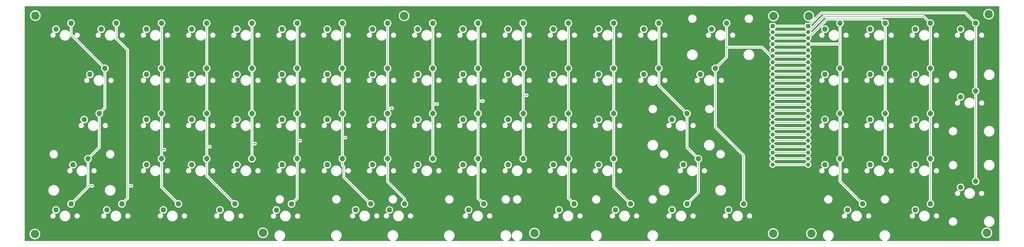
<source format=gbr>
%TF.GenerationSoftware,KiCad,Pcbnew,9.0.0*%
%TF.CreationDate,2025-04-17T19:43:04-05:00*%
%TF.ProjectId,AbbyNormal,41626279-4e6f-4726-9d61-6c2e6b696361,rev?*%
%TF.SameCoordinates,Original*%
%TF.FileFunction,Copper,L1,Top*%
%TF.FilePolarity,Positive*%
%FSLAX46Y46*%
G04 Gerber Fmt 4.6, Leading zero omitted, Abs format (unit mm)*
G04 Created by KiCad (PCBNEW 9.0.0) date 2025-04-17 19:43:04*
%MOMM*%
%LPD*%
G01*
G04 APERTURE LIST*
%TA.AperFunction,ComponentPad*%
%ADD10C,2.200000*%
%TD*%
%TA.AperFunction,ComponentPad*%
%ADD11R,1.700000X1.700000*%
%TD*%
%TA.AperFunction,ComponentPad*%
%ADD12O,1.700000X1.700000*%
%TD*%
%TA.AperFunction,ComponentPad*%
%ADD13C,2.600000*%
%TD*%
%TA.AperFunction,ConnectorPad*%
%ADD14C,3.500000*%
%TD*%
%TA.AperFunction,ViaPad*%
%ADD15C,0.600000*%
%TD*%
%TA.AperFunction,Conductor*%
%ADD16C,0.200000*%
%TD*%
G04 APERTURE END LIST*
D10*
%TO.P,SW30,1,1*%
%TO.N,C11*%
X266700000Y-95250000D03*
%TO.P,SW30,2,2*%
%TO.N,Net-(D30-A)*%
X260350000Y-97790000D03*
%TD*%
%TO.P,SW39,1,1*%
%TO.N,C2*%
X95250000Y-114300000D03*
%TO.P,SW39,2,2*%
%TO.N,Net-(D39-A)*%
X88900000Y-116840000D03*
%TD*%
%TO.P,SW48,1,1*%
%TO.N,C11*%
X266700000Y-114300000D03*
%TO.P,SW48,2,2*%
%TO.N,Net-(D48-A)*%
X260350000Y-116840000D03*
%TD*%
%TO.P,SW40,1,1*%
%TO.N,C3*%
X114300000Y-114300000D03*
%TO.P,SW40,2,2*%
%TO.N,Net-(D40-A)*%
X107950000Y-116840000D03*
%TD*%
%TO.P,SW57,1,1*%
%TO.N,C4*%
X133350000Y-133350000D03*
%TO.P,SW57,2,2*%
%TO.N,Net-(D57-A)*%
X127000000Y-135890000D03*
%TD*%
%TO.P,SW74,1,1*%
%TO.N,C3*%
X126206250Y-152400000D03*
%TO.P,SW74,2,2*%
%TO.N,Net-(D74-A)*%
X119856250Y-154940000D03*
%TD*%
%TO.P,SW26,1,1*%
%TO.N,C7*%
X190500000Y-95250000D03*
%TO.P,SW26,2,2*%
%TO.N,Net-(D26-A)*%
X184150000Y-97790000D03*
%TD*%
D11*
%TO.P,J1,1,Pin_1*%
%TO.N,C18*%
X352740000Y-77420000D03*
D12*
%TO.P,J1,2,Pin_2*%
%TO.N,C17*%
X352740000Y-79960000D03*
%TO.P,J1,3,Pin_3*%
%TO.N,C16*%
X352740000Y-82500000D03*
%TO.P,J1,4,Pin_4*%
%TO.N,C15*%
X352740000Y-85040000D03*
%TO.P,J1,5,Pin_5*%
%TO.N,R0*%
X352740000Y-87580000D03*
%TO.P,J1,6,Pin_6*%
%TO.N,C14*%
X352740000Y-90120000D03*
%TO.P,J1,7,Pin_7*%
%TO.N,C13*%
X352740000Y-92660000D03*
%TO.P,J1,8,Pin_8*%
%TO.N,C12*%
X352740000Y-95200000D03*
%TO.P,J1,9,Pin_9*%
%TO.N,C11*%
X352740000Y-97740000D03*
%TO.P,J1,10,Pin_10*%
%TO.N,R1*%
X352740000Y-100280000D03*
%TO.P,J1,11,Pin_11*%
%TO.N,C10*%
X352740000Y-102820000D03*
%TO.P,J1,12,Pin_12*%
%TO.N,C9*%
X352740000Y-105360000D03*
%TO.P,J1,13,Pin_13*%
%TO.N,C8*%
X352740000Y-107900000D03*
%TO.P,J1,14,Pin_14*%
%TO.N,C7*%
X352740000Y-110440000D03*
%TO.P,J1,15,Pin_15*%
%TO.N,R2*%
X352740000Y-112980000D03*
%TO.P,J1,16,Pin_16*%
%TO.N,C6*%
X352740000Y-115520000D03*
%TO.P,J1,17,Pin_17*%
%TO.N,C5*%
X352740000Y-118060000D03*
%TO.P,J1,18,Pin_18*%
%TO.N,C4*%
X352740000Y-120600000D03*
%TO.P,J1,19,Pin_19*%
%TO.N,C3*%
X352740000Y-123140000D03*
%TO.P,J1,20,Pin_20*%
%TO.N,C2*%
X352740000Y-125680000D03*
%TO.P,J1,21,Pin_21*%
%TO.N,R3*%
X352740000Y-128220000D03*
%TO.P,J1,22,Pin_22*%
%TO.N,C1*%
X352740000Y-130760000D03*
%TO.P,J1,23,Pin_23*%
%TO.N,C0*%
X352740000Y-133300000D03*
%TO.P,J1,24,Pin_24*%
%TO.N,R4*%
X352740000Y-135840000D03*
%TD*%
D13*
%TO.P,REF\u002A\u002A,1*%
%TO.N,N/C*%
X138000000Y-164600000D03*
D14*
X138000000Y-164600000D03*
%TD*%
D10*
%TO.P,SW37,1,1*%
%TO.N,C18*%
X438300000Y-104775000D03*
%TO.P,SW37,2,2*%
%TO.N,Net-(D37-A)*%
X431950000Y-107315000D03*
%TD*%
%TO.P,SW75,1,1*%
%TO.N,C7*%
X197643750Y-152400000D03*
%TO.P,SW75,2,2*%
%TO.N,Net-(D75-A)*%
X191293750Y-154940000D03*
%TD*%
%TO.P,SW16,1,1*%
%TO.N,C15*%
X381150000Y-76200000D03*
%TO.P,SW16,2,2*%
%TO.N,Net-(D16-A)*%
X374800000Y-78740000D03*
%TD*%
%TO.P,SW79,1,1*%
%TO.N,C14*%
X340518750Y-152400000D03*
%TO.P,SW79,2,2*%
%TO.N,Net-(D79-A)*%
X334168750Y-154940000D03*
%TD*%
%TO.P,SW7,1,1*%
%TO.N,C6*%
X171450000Y-76200000D03*
%TO.P,SW7,2,2*%
%TO.N,Net-(D7-A)*%
X165100000Y-78740000D03*
%TD*%
%TO.P,SW2,1,1*%
%TO.N,C1*%
X76200000Y-76200000D03*
%TO.P,SW2,2,2*%
%TO.N,Net-(D2-A)*%
X69850000Y-78740000D03*
%TD*%
%TO.P,SW36,1,1*%
%TO.N,C17*%
X419250000Y-95250000D03*
%TO.P,SW36,2,2*%
%TO.N,Net-(D36-A)*%
X412900000Y-97790000D03*
%TD*%
D13*
%TO.P,REF\u002A\u002A,1*%
%TO.N,N/C*%
X353000000Y-164900000D03*
D14*
X353000000Y-164900000D03*
%TD*%
D10*
%TO.P,SW32,1,1*%
%TO.N,C13*%
X304800000Y-95250000D03*
%TO.P,SW32,2,2*%
%TO.N,Net-(D32-A)*%
X298450000Y-97790000D03*
%TD*%
%TO.P,SW25,1,1*%
%TO.N,C6*%
X171450000Y-95250000D03*
%TO.P,SW25,2,2*%
%TO.N,Net-(D25-A)*%
X165100000Y-97790000D03*
%TD*%
%TO.P,SW38,1,1*%
%TO.N,C0*%
X69056250Y-114300000D03*
%TO.P,SW38,2,2*%
%TO.N,Net-(D38-A)*%
X62706250Y-116840000D03*
%TD*%
%TO.P,SW1,1,1*%
%TO.N,C0*%
X57150000Y-76200000D03*
%TO.P,SW1,2,2*%
%TO.N,Net-(D1-A)*%
X50800000Y-78740000D03*
%TD*%
%TO.P,SW55,1,1*%
%TO.N,C2*%
X95250000Y-133350000D03*
%TO.P,SW55,2,2*%
%TO.N,Net-(D55-A)*%
X88900000Y-135890000D03*
%TD*%
%TO.P,SW71,1,1*%
%TO.N,C0*%
X57150000Y-152400000D03*
%TO.P,SW71,2,2*%
%TO.N,Net-(D71-A)*%
X50800000Y-154940000D03*
%TD*%
%TO.P,SW18,1,1*%
%TO.N,C17*%
X419250000Y-76200000D03*
%TO.P,SW18,2,2*%
%TO.N,Net-(D18-A)*%
X412900000Y-78740000D03*
%TD*%
%TO.P,SW83,1,1*%
%TO.N,C6*%
X183396750Y-152391050D03*
%TO.P,SW83,2,2*%
%TO.N,Net-(D83-A)*%
X177046750Y-154931050D03*
%TD*%
%TO.P,SW23,1,1*%
%TO.N,C4*%
X133350000Y-95250000D03*
%TO.P,SW23,2,2*%
%TO.N,Net-(D23-A)*%
X127000000Y-97790000D03*
%TD*%
%TO.P,SW44,1,1*%
%TO.N,C7*%
X190500000Y-114300000D03*
%TO.P,SW44,2,2*%
%TO.N,Net-(D44-A)*%
X184150000Y-116840000D03*
%TD*%
D13*
%TO.P,REF\u002A\u002A,1*%
%TO.N,N/C*%
X368000000Y-73200000D03*
D14*
X368000000Y-73200000D03*
%TD*%
D10*
%TO.P,SW81,1,1*%
%TO.N,C17*%
X419250000Y-152400000D03*
%TO.P,SW81,2,2*%
%TO.N,Net-(D81-A)*%
X412900000Y-154940000D03*
%TD*%
%TO.P,SW58,1,1*%
%TO.N,C5*%
X152400000Y-133350000D03*
%TO.P,SW58,2,2*%
%TO.N,Net-(D58-A)*%
X146050000Y-135890000D03*
%TD*%
%TO.P,SW5,1,1*%
%TO.N,C4*%
X133350000Y-76200000D03*
%TO.P,SW5,2,2*%
%TO.N,Net-(D5-A)*%
X127000000Y-78740000D03*
%TD*%
D13*
%TO.P,REF\u002A\u002A,1*%
%TO.N,N/C*%
X42100000Y-73000000D03*
D14*
X42100000Y-73000000D03*
%TD*%
D10*
%TO.P,SW4,1,1*%
%TO.N,C3*%
X114300000Y-76200000D03*
%TO.P,SW4,2,2*%
%TO.N,Net-(D4-A)*%
X107950000Y-78740000D03*
%TD*%
D13*
%TO.P,REF\u002A\u002A,1*%
%TO.N,N/C*%
X197500000Y-73100000D03*
D14*
X197500000Y-73100000D03*
%TD*%
D10*
%TO.P,SW46,1,1*%
%TO.N,C9*%
X228600000Y-114300000D03*
%TO.P,SW46,2,2*%
%TO.N,Net-(D46-A)*%
X222250000Y-116840000D03*
%TD*%
D11*
%TO.P,J2,1,Pin_1*%
%TO.N,C18*%
X367720000Y-77400000D03*
D12*
%TO.P,J2,2,Pin_2*%
%TO.N,C17*%
X367720000Y-79940000D03*
%TO.P,J2,3,Pin_3*%
%TO.N,C16*%
X367720000Y-82480000D03*
%TO.P,J2,4,Pin_4*%
%TO.N,C15*%
X367720000Y-85020000D03*
%TO.P,J2,5,Pin_5*%
%TO.N,R0*%
X367720000Y-87560000D03*
%TO.P,J2,6,Pin_6*%
%TO.N,C14*%
X367720000Y-90100000D03*
%TO.P,J2,7,Pin_7*%
%TO.N,C13*%
X367720000Y-92640000D03*
%TO.P,J2,8,Pin_8*%
%TO.N,C12*%
X367720000Y-95180000D03*
%TO.P,J2,9,Pin_9*%
%TO.N,C11*%
X367720000Y-97720000D03*
%TO.P,J2,10,Pin_10*%
%TO.N,R1*%
X367720000Y-100260000D03*
%TO.P,J2,11,Pin_11*%
%TO.N,C10*%
X367720000Y-102800000D03*
%TO.P,J2,12,Pin_12*%
%TO.N,C9*%
X367720000Y-105340000D03*
%TO.P,J2,13,Pin_13*%
%TO.N,C8*%
X367720000Y-107880000D03*
%TO.P,J2,14,Pin_14*%
%TO.N,C7*%
X367720000Y-110420000D03*
%TO.P,J2,15,Pin_15*%
%TO.N,R2*%
X367720000Y-112960000D03*
%TO.P,J2,16,Pin_16*%
%TO.N,C6*%
X367720000Y-115500000D03*
%TO.P,J2,17,Pin_17*%
%TO.N,C5*%
X367720000Y-118040000D03*
%TO.P,J2,18,Pin_18*%
%TO.N,C4*%
X367720000Y-120580000D03*
%TO.P,J2,19,Pin_19*%
%TO.N,C3*%
X367720000Y-123120000D03*
%TO.P,J2,20,Pin_20*%
%TO.N,C2*%
X367720000Y-125660000D03*
%TO.P,J2,21,Pin_21*%
%TO.N,R3*%
X367720000Y-128200000D03*
%TO.P,J2,22,Pin_22*%
%TO.N,C1*%
X367720000Y-130740000D03*
%TO.P,J2,23,Pin_23*%
%TO.N,C0*%
X367720000Y-133280000D03*
%TO.P,J2,24,Pin_24*%
%TO.N,R4*%
X367720000Y-135820000D03*
%TD*%
D10*
%TO.P,SW31,1,1*%
%TO.N,C12*%
X285750000Y-95250000D03*
%TO.P,SW31,2,2*%
%TO.N,Net-(D31-A)*%
X279400000Y-97790000D03*
%TD*%
%TO.P,SW6,1,1*%
%TO.N,C5*%
X152400000Y-76200000D03*
%TO.P,SW6,2,2*%
%TO.N,Net-(D6-A)*%
X146050000Y-78740000D03*
%TD*%
%TO.P,SW68,1,1*%
%TO.N,C16*%
X400200000Y-133350000D03*
%TO.P,SW68,2,2*%
%TO.N,Net-(D68-A)*%
X393850000Y-135890000D03*
%TD*%
%TO.P,SW50,1,1*%
%TO.N,C13*%
X316706250Y-114300000D03*
%TO.P,SW50,2,2*%
%TO.N,Net-(D50-A)*%
X310356250Y-116840000D03*
%TD*%
D13*
%TO.P,REF\u002A\u002A,1*%
%TO.N,N/C*%
X369100000Y-164900000D03*
D14*
X369100000Y-164900000D03*
%TD*%
D10*
%TO.P,SW3,1,1*%
%TO.N,C2*%
X95250000Y-76200000D03*
%TO.P,SW3,2,2*%
%TO.N,Net-(D3-A)*%
X88900000Y-78740000D03*
%TD*%
D13*
%TO.P,REF\u002A\u002A,1*%
%TO.N,N/C*%
X443000000Y-164600000D03*
D14*
X443000000Y-164600000D03*
%TD*%
D10*
%TO.P,SW70,1,1*%
%TO.N,C18*%
X438300000Y-142875000D03*
%TO.P,SW70,2,2*%
%TO.N,Net-(D70-A)*%
X431950000Y-145415000D03*
%TD*%
%TO.P,SW69,1,1*%
%TO.N,C17*%
X419250000Y-133350000D03*
%TO.P,SW69,2,2*%
%TO.N,Net-(D69-A)*%
X412900000Y-135890000D03*
%TD*%
%TO.P,SW77,1,1*%
%TO.N,C12*%
X292893750Y-152400000D03*
%TO.P,SW77,2,2*%
%TO.N,Net-(D77-A)*%
X286543750Y-154940000D03*
%TD*%
%TO.P,SW15,1,1*%
%TO.N,C14*%
X333375000Y-76200000D03*
%TO.P,SW15,2,2*%
%TO.N,Net-(D15-A)*%
X327025000Y-78740000D03*
%TD*%
%TO.P,SW52,1,1*%
%TO.N,C16*%
X400200000Y-114300000D03*
%TO.P,SW52,2,2*%
%TO.N,Net-(D52-A)*%
X393850000Y-116840000D03*
%TD*%
%TO.P,SW66,1,1*%
%TO.N,C13*%
X321468750Y-133350000D03*
%TO.P,SW66,2,2*%
%TO.N,Net-(D66-A)*%
X315118750Y-135890000D03*
%TD*%
D13*
%TO.P,REF\u002A\u002A,1*%
%TO.N,N/C*%
X353100000Y-73200000D03*
D14*
X353100000Y-73200000D03*
%TD*%
D10*
%TO.P,SW41,1,1*%
%TO.N,C4*%
X133350000Y-114300000D03*
%TO.P,SW41,2,2*%
%TO.N,Net-(D41-A)*%
X127000000Y-116840000D03*
%TD*%
%TO.P,SW53,1,1*%
%TO.N,C17*%
X419250000Y-114300000D03*
%TO.P,SW53,2,2*%
%TO.N,Net-(D53-A)*%
X412900000Y-116840000D03*
%TD*%
%TO.P,SW60,1,1*%
%TO.N,C7*%
X190500000Y-133350000D03*
%TO.P,SW60,2,2*%
%TO.N,Net-(D60-A)*%
X184150000Y-135890000D03*
%TD*%
%TO.P,SW22,1,1*%
%TO.N,C3*%
X114300000Y-95250000D03*
%TO.P,SW22,2,2*%
%TO.N,Net-(D22-A)*%
X107950000Y-97790000D03*
%TD*%
%TO.P,SW67,1,1*%
%TO.N,C15*%
X381150000Y-133350000D03*
%TO.P,SW67,2,2*%
%TO.N,Net-(D67-A)*%
X374800000Y-135890000D03*
%TD*%
%TO.P,SW10,1,1*%
%TO.N,C9*%
X228600000Y-76200000D03*
%TO.P,SW10,2,2*%
%TO.N,Net-(D10-A)*%
X222250000Y-78740000D03*
%TD*%
D13*
%TO.P,REF\u002A\u002A,1*%
%TO.N,N/C*%
X252400000Y-164700000D03*
D14*
X252400000Y-164700000D03*
%TD*%
D10*
%TO.P,SW33,1,1*%
%TO.N,C14*%
X328612500Y-95250000D03*
%TO.P,SW33,2,2*%
%TO.N,Net-(D33-A)*%
X322262500Y-97790000D03*
%TD*%
%TO.P,SW20,1,1*%
%TO.N,C0*%
X71437500Y-95250000D03*
%TO.P,SW20,2,2*%
%TO.N,Net-(D20-A)*%
X65087500Y-97790000D03*
%TD*%
%TO.P,SW29,1,1*%
%TO.N,C10*%
X247650000Y-95250000D03*
%TO.P,SW29,2,2*%
%TO.N,Net-(D29-A)*%
X241300000Y-97790000D03*
%TD*%
%TO.P,SW43,1,1*%
%TO.N,C6*%
X171450000Y-114300000D03*
%TO.P,SW43,2,2*%
%TO.N,Net-(D43-A)*%
X165100000Y-116840000D03*
%TD*%
%TO.P,SW78,1,1*%
%TO.N,C13*%
X316706250Y-152400000D03*
%TO.P,SW78,2,2*%
%TO.N,Net-(D78-A)*%
X310356250Y-154940000D03*
%TD*%
%TO.P,SW59,1,1*%
%TO.N,C6*%
X171450000Y-133350000D03*
%TO.P,SW59,2,2*%
%TO.N,Net-(D59-A)*%
X165100000Y-135890000D03*
%TD*%
%TO.P,SW34,1,1*%
%TO.N,C15*%
X381150000Y-95250000D03*
%TO.P,SW34,2,2*%
%TO.N,Net-(D34-A)*%
X374800000Y-97790000D03*
%TD*%
%TO.P,SW13,1,1*%
%TO.N,C12*%
X285750000Y-76200000D03*
%TO.P,SW13,2,2*%
%TO.N,Net-(D13-A)*%
X279400000Y-78740000D03*
%TD*%
D13*
%TO.P,REF\u002A\u002A,1*%
%TO.N,N/C*%
X41900000Y-165100000D03*
D14*
X41900000Y-165100000D03*
%TD*%
D13*
%TO.P,REF\u002A\u002A,1*%
%TO.N,N/C*%
X443800000Y-72400000D03*
D14*
X443800000Y-72400000D03*
%TD*%
D10*
%TO.P,SW17,1,1*%
%TO.N,C16*%
X400200000Y-76200000D03*
%TO.P,SW17,2,2*%
%TO.N,Net-(D17-A)*%
X393850000Y-78740000D03*
%TD*%
%TO.P,SW72,1,1*%
%TO.N,C1*%
X78581250Y-152400000D03*
%TO.P,SW72,2,2*%
%TO.N,Net-(D72-A)*%
X72231250Y-154940000D03*
%TD*%
%TO.P,SW21,1,1*%
%TO.N,C2*%
X95250000Y-95250000D03*
%TO.P,SW21,2,2*%
%TO.N,Net-(D21-A)*%
X88900000Y-97790000D03*
%TD*%
%TO.P,SW76,1,1*%
%TO.N,C11*%
X269081250Y-152400000D03*
%TO.P,SW76,2,2*%
%TO.N,Net-(D76-A)*%
X262731250Y-154940000D03*
%TD*%
%TO.P,SW9,1,1*%
%TO.N,C8*%
X209550000Y-76200000D03*
%TO.P,SW9,2,2*%
%TO.N,Net-(D9-A)*%
X203200000Y-78740000D03*
%TD*%
%TO.P,SW84,1,1*%
%TO.N,C9*%
X230981250Y-152400000D03*
%TO.P,SW84,2,2*%
%TO.N,Net-(D84-A)*%
X224631250Y-154940000D03*
%TD*%
%TO.P,SW63,1,1*%
%TO.N,C10*%
X247650000Y-133350000D03*
%TO.P,SW63,2,2*%
%TO.N,Net-(D63-A)*%
X241300000Y-135890000D03*
%TD*%
%TO.P,SW19,1,1*%
%TO.N,C18*%
X438300000Y-76200000D03*
%TO.P,SW19,2,2*%
%TO.N,Net-(D19-A)*%
X431950000Y-78740000D03*
%TD*%
%TO.P,SW82,1,1*%
%TO.N,C5*%
X150024750Y-152420000D03*
%TO.P,SW82,2,2*%
%TO.N,Net-(D82-A)*%
X143674750Y-154960000D03*
%TD*%
%TO.P,SW45,1,1*%
%TO.N,C8*%
X209550000Y-114300000D03*
%TO.P,SW45,2,2*%
%TO.N,Net-(D45-A)*%
X203200000Y-116840000D03*
%TD*%
%TO.P,SW56,1,1*%
%TO.N,C3*%
X114300000Y-133350000D03*
%TO.P,SW56,2,2*%
%TO.N,Net-(D56-A)*%
X107950000Y-135890000D03*
%TD*%
%TO.P,SW51,1,1*%
%TO.N,C15*%
X381150000Y-114300000D03*
%TO.P,SW51,2,2*%
%TO.N,Net-(D51-A)*%
X374800000Y-116840000D03*
%TD*%
%TO.P,SW35,1,1*%
%TO.N,C16*%
X400200000Y-95250000D03*
%TO.P,SW35,2,2*%
%TO.N,Net-(D35-A)*%
X393850000Y-97790000D03*
%TD*%
%TO.P,SW64,1,1*%
%TO.N,C11*%
X266700000Y-133350000D03*
%TO.P,SW64,2,2*%
%TO.N,Net-(D64-A)*%
X260350000Y-135890000D03*
%TD*%
%TO.P,SW80,1,1*%
%TO.N,C15*%
X390675000Y-152400000D03*
%TO.P,SW80,2,2*%
%TO.N,Net-(D80-A)*%
X384325000Y-154940000D03*
%TD*%
%TO.P,SW27,1,1*%
%TO.N,C8*%
X209550000Y-95250000D03*
%TO.P,SW27,2,2*%
%TO.N,Net-(D27-A)*%
X203200000Y-97790000D03*
%TD*%
%TO.P,SW47,1,1*%
%TO.N,C10*%
X247650000Y-114300000D03*
%TO.P,SW47,2,2*%
%TO.N,Net-(D47-A)*%
X241300000Y-116840000D03*
%TD*%
%TO.P,SW54,1,1*%
%TO.N,C0*%
X64293750Y-133350000D03*
%TO.P,SW54,2,2*%
%TO.N,Net-(D54-A)*%
X57943750Y-135890000D03*
%TD*%
%TO.P,SW73,1,1*%
%TO.N,C2*%
X102393750Y-152400000D03*
%TO.P,SW73,2,2*%
%TO.N,Net-(D73-A)*%
X96043750Y-154940000D03*
%TD*%
%TO.P,SW65,1,1*%
%TO.N,C12*%
X285750000Y-133350000D03*
%TO.P,SW65,2,2*%
%TO.N,Net-(D65-A)*%
X279400000Y-135890000D03*
%TD*%
%TO.P,SW11,1,1*%
%TO.N,C10*%
X247650000Y-76200000D03*
%TO.P,SW11,2,2*%
%TO.N,Net-(D11-A)*%
X241300000Y-78740000D03*
%TD*%
%TO.P,SW62,1,1*%
%TO.N,C9*%
X228600000Y-133350000D03*
%TO.P,SW62,2,2*%
%TO.N,Net-(D62-A)*%
X222250000Y-135890000D03*
%TD*%
%TO.P,SW12,1,1*%
%TO.N,C11*%
X266700000Y-76200000D03*
%TO.P,SW12,2,2*%
%TO.N,Net-(D12-A)*%
X260350000Y-78740000D03*
%TD*%
%TO.P,SW14,1,1*%
%TO.N,C13*%
X304800000Y-76200000D03*
%TO.P,SW14,2,2*%
%TO.N,Net-(D14-A)*%
X298450000Y-78740000D03*
%TD*%
%TO.P,SW8,1,1*%
%TO.N,C7*%
X190500000Y-76200000D03*
%TO.P,SW8,2,2*%
%TO.N,Net-(D8-A)*%
X184150000Y-78740000D03*
%TD*%
%TO.P,SW24,1,1*%
%TO.N,C5*%
X152400000Y-95250000D03*
%TO.P,SW24,2,2*%
%TO.N,Net-(D24-A)*%
X146050000Y-97790000D03*
%TD*%
%TO.P,SW28,1,1*%
%TO.N,C9*%
X228600000Y-95250000D03*
%TO.P,SW28,2,2*%
%TO.N,Net-(D28-A)*%
X222250000Y-97790000D03*
%TD*%
%TO.P,SW61,1,1*%
%TO.N,C8*%
X209550000Y-133350000D03*
%TO.P,SW61,2,2*%
%TO.N,Net-(D61-A)*%
X203200000Y-135890000D03*
%TD*%
%TO.P,SW42,1,1*%
%TO.N,C5*%
X152400000Y-114300000D03*
%TO.P,SW42,2,2*%
%TO.N,Net-(D42-A)*%
X146050000Y-116840000D03*
%TD*%
%TO.P,SW49,1,1*%
%TO.N,C12*%
X285750000Y-114300000D03*
%TO.P,SW49,2,2*%
%TO.N,Net-(D49-A)*%
X279400000Y-116840000D03*
%TD*%
D15*
%TO.N,C1*%
X82550000Y-144780000D03*
%TO.N,C5*%
X153670000Y-125730000D03*
%TO.N,C9*%
X230670000Y-109060000D03*
%TO.N,C3*%
X115570000Y-128270000D03*
%TO.N,C7*%
X192390000Y-112100000D03*
%TO.N,C6*%
X172720000Y-124460000D03*
%TO.N,C10*%
X249080000Y-106630000D03*
%TO.N,C0*%
X66040000Y-144780000D03*
%TO.N,C4*%
X134620000Y-127000000D03*
%TO.N,C8*%
X211400000Y-110310000D03*
%TO.N,C2*%
X96520000Y-129540000D03*
%TD*%
D16*
%TO.N,C15*%
X381150000Y-85090000D02*
X381150000Y-95250000D01*
X381150000Y-95250000D02*
X381150000Y-114300000D01*
X381150000Y-114300000D02*
X381150000Y-133350000D01*
X381080000Y-85020000D02*
X381150000Y-85090000D01*
X367720000Y-85020000D02*
X381080000Y-85020000D01*
X381150000Y-76200000D02*
X381150000Y-85090000D01*
X381150000Y-142875000D02*
X390675000Y-152400000D01*
X367720000Y-85020000D02*
X352760000Y-85020000D01*
X381150000Y-133350000D02*
X381150000Y-142875000D01*
X352760000Y-85020000D02*
X352740000Y-85040000D01*
%TO.N,C13*%
X316706250Y-114300000D02*
X316706250Y-128587500D01*
X304800000Y-76200000D02*
X304800000Y-95250000D01*
X321468750Y-147637500D02*
X316706250Y-152400000D01*
X367700000Y-92660000D02*
X367720000Y-92640000D01*
X304800000Y-102393750D02*
X316706250Y-114300000D01*
X321468750Y-133350000D02*
X321468750Y-147637500D01*
X352740000Y-92660000D02*
X367700000Y-92660000D01*
X316706250Y-128587500D02*
X321468750Y-133350000D01*
X304800000Y-95250000D02*
X304800000Y-102393750D01*
%TO.N,R3*%
X367700000Y-128220000D02*
X367720000Y-128200000D01*
X352740000Y-128220000D02*
X367700000Y-128220000D01*
%TO.N,C1*%
X76200000Y-76200000D02*
X76200000Y-82700000D01*
X81000000Y-144780000D02*
X82550000Y-144780000D01*
X76200000Y-82700000D02*
X81000000Y-87500000D01*
X367720000Y-130740000D02*
X352760000Y-130740000D01*
X81000000Y-144780000D02*
X81000000Y-149981250D01*
X81000000Y-149981250D02*
X78581250Y-152400000D01*
X352760000Y-130740000D02*
X352740000Y-130760000D01*
X81000000Y-87500000D02*
X81000000Y-144780000D01*
%TO.N,R1*%
X367700000Y-100280000D02*
X367720000Y-100260000D01*
X352740000Y-100280000D02*
X367700000Y-100280000D01*
%TO.N,C5*%
X152400000Y-95250000D02*
X152400000Y-114300000D01*
X152400000Y-125730000D02*
X152400000Y-133350000D01*
X152400000Y-125730000D02*
X153670000Y-125730000D01*
X152400000Y-114300000D02*
X152400000Y-125730000D01*
X367720000Y-118040000D02*
X352760000Y-118040000D01*
X352760000Y-118040000D02*
X352740000Y-118060000D01*
X152400000Y-150044750D02*
X150024750Y-152420000D01*
X152400000Y-133350000D02*
X152400000Y-150044750D01*
X152400000Y-76200000D02*
X152400000Y-95250000D01*
%TO.N,C12*%
X285750000Y-76200000D02*
X285750000Y-95250000D01*
X352740000Y-95200000D02*
X367700000Y-95200000D01*
X285750000Y-114300000D02*
X285750000Y-133350000D01*
X367700000Y-95200000D02*
X367720000Y-95180000D01*
X285750000Y-95250000D02*
X285750000Y-114300000D01*
X285750000Y-145256250D02*
X292893750Y-152400000D01*
X285750000Y-133350000D02*
X285750000Y-145256250D01*
%TO.N,C9*%
X228600000Y-150018750D02*
X230981250Y-152400000D01*
X228600000Y-109060000D02*
X228600000Y-114300000D01*
X228600000Y-95250000D02*
X228600000Y-109060000D01*
X228600000Y-76200000D02*
X228600000Y-95250000D01*
X228600000Y-109060000D02*
X230670000Y-109060000D01*
X367700000Y-105360000D02*
X367720000Y-105340000D01*
X352740000Y-105360000D02*
X367700000Y-105360000D01*
X228600000Y-133350000D02*
X228600000Y-150018750D01*
X228600000Y-114300000D02*
X228600000Y-133350000D01*
%TO.N,C3*%
X114300000Y-133350000D02*
X114300000Y-140493750D01*
X114300000Y-128270000D02*
X115570000Y-128270000D01*
X114300000Y-128270000D02*
X114300000Y-133350000D01*
X114300000Y-95250000D02*
X114300000Y-114300000D01*
X367700000Y-123140000D02*
X367720000Y-123120000D01*
X114300000Y-140493750D02*
X126206250Y-152400000D01*
X114300000Y-76200000D02*
X114300000Y-95250000D01*
X352740000Y-123140000D02*
X367700000Y-123140000D01*
X114300000Y-114300000D02*
X114300000Y-128270000D01*
%TO.N,C11*%
X352760000Y-97720000D02*
X352740000Y-97740000D01*
X266700000Y-114300000D02*
X266700000Y-133350000D01*
X266700000Y-76200000D02*
X266700000Y-95250000D01*
X266700000Y-95250000D02*
X266700000Y-114300000D01*
X266700000Y-150018750D02*
X269081250Y-152400000D01*
X367720000Y-97720000D02*
X352760000Y-97720000D01*
X266700000Y-133350000D02*
X266700000Y-150018750D01*
%TO.N,C14*%
X340518750Y-131908750D02*
X340518750Y-152400000D01*
X352760000Y-90100000D02*
X352740000Y-90120000D01*
X328612500Y-95250000D02*
X333375000Y-90487500D01*
X328612500Y-95250000D02*
X328612500Y-120002500D01*
X352140000Y-90120000D02*
X352740000Y-90120000D01*
X333375000Y-86300000D02*
X348310000Y-86300000D01*
X351680000Y-89670000D02*
X351690000Y-89670000D01*
X328612500Y-120002500D02*
X340518750Y-131908750D01*
X367720000Y-90100000D02*
X352760000Y-90100000D01*
X333375000Y-90487500D02*
X333375000Y-86300000D01*
X351690000Y-89670000D02*
X352140000Y-90120000D01*
X333375000Y-86300000D02*
X333375000Y-76200000D01*
X348310000Y-86300000D02*
X351680000Y-89670000D01*
%TO.N,C7*%
X197643750Y-152400000D02*
X197643750Y-150163750D01*
X367700000Y-110440000D02*
X367720000Y-110420000D01*
X190500000Y-133350000D02*
X190500000Y-143020000D01*
X190500000Y-95250000D02*
X190500000Y-112100000D01*
X197643750Y-150163750D02*
X190500000Y-143020000D01*
X352740000Y-110440000D02*
X367700000Y-110440000D01*
X190500000Y-114300000D02*
X190500000Y-133350000D01*
X190500000Y-76200000D02*
X190500000Y-95250000D01*
X190500000Y-112100000D02*
X192390000Y-112100000D01*
X190500000Y-112100000D02*
X190500000Y-114300000D01*
%TO.N,R4*%
X367700000Y-135840000D02*
X367720000Y-135820000D01*
X352740000Y-135840000D02*
X367700000Y-135840000D01*
%TO.N,C6*%
X171450000Y-76200000D02*
X171450000Y-95250000D01*
X171450000Y-124460000D02*
X172720000Y-124460000D01*
X183396750Y-152391050D02*
X172100000Y-141094300D01*
X171450000Y-124460000D02*
X171450000Y-133350000D01*
X367700000Y-115520000D02*
X367720000Y-115500000D01*
X352740000Y-115520000D02*
X367700000Y-115520000D01*
X172100000Y-136690000D02*
X171450000Y-136040000D01*
X172100000Y-141094300D02*
X172100000Y-136690000D01*
X171450000Y-114300000D02*
X171450000Y-124460000D01*
X171450000Y-95250000D02*
X171450000Y-114300000D01*
X171450000Y-136040000D02*
X171450000Y-133350000D01*
%TO.N,C10*%
X247650000Y-106600000D02*
X247650000Y-114300000D01*
X247650000Y-95250000D02*
X247650000Y-106600000D01*
X352760000Y-102800000D02*
X352740000Y-102820000D01*
X249050000Y-106600000D02*
X249080000Y-106630000D01*
X367720000Y-102800000D02*
X352760000Y-102800000D01*
X247650000Y-114300000D02*
X247650000Y-133350000D01*
X247650000Y-106600000D02*
X249050000Y-106600000D01*
X247650000Y-76200000D02*
X247650000Y-95250000D01*
%TO.N,R2*%
X367720000Y-112960000D02*
X352760000Y-112960000D01*
X352760000Y-112960000D02*
X352740000Y-112980000D01*
%TO.N,C0*%
X367700000Y-133300000D02*
X367720000Y-133280000D01*
X69056250Y-114300000D02*
X69056250Y-128587500D01*
X64293750Y-144780000D02*
X64293750Y-145256250D01*
X64293750Y-144780000D02*
X66040000Y-144780000D01*
X64293750Y-133350000D02*
X64293750Y-144780000D01*
X64293750Y-145256250D02*
X57150000Y-152400000D01*
X352740000Y-133300000D02*
X367700000Y-133300000D01*
X71437500Y-95250000D02*
X71437500Y-111918750D01*
X57150000Y-76200000D02*
X57150000Y-80962500D01*
X57150000Y-80962500D02*
X71437500Y-95250000D01*
X71437500Y-111918750D02*
X69056250Y-114300000D01*
X69056250Y-128587500D02*
X64293750Y-133350000D01*
%TO.N,C4*%
X133350000Y-114300000D02*
X133350000Y-127000000D01*
X133350000Y-127000000D02*
X133350000Y-133350000D01*
X367700000Y-120600000D02*
X367720000Y-120580000D01*
X352740000Y-120600000D02*
X367700000Y-120600000D01*
X133350000Y-95250000D02*
X133350000Y-114300000D01*
X133350000Y-127000000D02*
X134620000Y-127000000D01*
X133350000Y-76200000D02*
X133350000Y-95250000D01*
%TO.N,R0*%
X352740000Y-87580000D02*
X367700000Y-87580000D01*
X367700000Y-87580000D02*
X367720000Y-87560000D01*
%TO.N,C8*%
X209550000Y-114300000D02*
X209550000Y-133350000D01*
X209550000Y-76200000D02*
X209550000Y-95250000D01*
X209550000Y-110310000D02*
X209550000Y-114300000D01*
X352760000Y-107880000D02*
X352740000Y-107900000D01*
X209550000Y-110310000D02*
X211400000Y-110310000D01*
X367720000Y-107880000D02*
X352760000Y-107880000D01*
X209550000Y-95250000D02*
X209550000Y-110310000D01*
%TO.N,C2*%
X95250000Y-133350000D02*
X95250000Y-145256250D01*
X367720000Y-125660000D02*
X352760000Y-125660000D01*
X95250000Y-145256250D02*
X102393750Y-152400000D01*
X95250000Y-114300000D02*
X95250000Y-129540000D01*
X95250000Y-129540000D02*
X95250000Y-133350000D01*
X95250000Y-129540000D02*
X96520000Y-129540000D01*
X352760000Y-125660000D02*
X352740000Y-125680000D01*
X95250000Y-76200000D02*
X95250000Y-95250000D01*
X95250000Y-95250000D02*
X95250000Y-114300000D01*
%TO.N,C16*%
X375760000Y-74440000D02*
X398440000Y-74440000D01*
X400200000Y-95250000D02*
X400200000Y-114300000D01*
X400200000Y-76200000D02*
X400200000Y-95250000D01*
X398440000Y-74440000D02*
X400200000Y-76200000D01*
X400200000Y-114300000D02*
X400200000Y-133350000D01*
X367720000Y-82480000D02*
X375760000Y-74440000D01*
X367700000Y-82500000D02*
X367720000Y-82480000D01*
X352740000Y-82500000D02*
X367700000Y-82500000D01*
%TO.N,C17*%
X367720000Y-79940000D02*
X374325000Y-73335000D01*
X419250000Y-95250000D02*
X419250000Y-76200000D01*
X352740000Y-79960000D02*
X367700000Y-79960000D01*
X352760000Y-79940000D02*
X352740000Y-79960000D01*
X374325000Y-73335000D02*
X416385000Y-73335000D01*
X367700000Y-79960000D02*
X367720000Y-79940000D01*
X416385000Y-73335000D02*
X419250000Y-76200000D01*
X419250000Y-133350000D02*
X419250000Y-152400000D01*
X419250000Y-133350000D02*
X419250000Y-114300000D01*
X419250000Y-114300000D02*
X419250000Y-95250000D01*
%TO.N,C18*%
X438300000Y-104775000D02*
X438300000Y-142875000D01*
X379150000Y-71870000D02*
X379200000Y-71820000D01*
X352740000Y-77420000D02*
X367700000Y-77420000D01*
X367720000Y-77400000D02*
X373250000Y-71870000D01*
X433920000Y-71820000D02*
X438300000Y-76200000D01*
X373250000Y-71870000D02*
X379150000Y-71870000D01*
X438300000Y-76200000D02*
X438300000Y-104775000D01*
X367700000Y-77420000D02*
X367720000Y-77400000D01*
X379200000Y-71820000D02*
X433920000Y-71820000D01*
%TD*%
%TA.AperFunction,NonConductor*%
G36*
X448232539Y-69040185D02*
G01*
X448278294Y-69092989D01*
X448289500Y-69144500D01*
X448289500Y-167865500D01*
X448269815Y-167932539D01*
X448217011Y-167978294D01*
X448165500Y-167989500D01*
X401060174Y-167989500D01*
X400993135Y-167969815D01*
X400947380Y-167917011D01*
X400937436Y-167847853D01*
X400966461Y-167784297D01*
X401012721Y-167750939D01*
X401032500Y-167742746D01*
X401032501Y-167742745D01*
X401032507Y-167742743D01*
X401287994Y-167595238D01*
X401522042Y-167415646D01*
X401730646Y-167207042D01*
X401910238Y-166972994D01*
X402057743Y-166717507D01*
X402170639Y-166444952D01*
X402246993Y-166159993D01*
X402285500Y-165867506D01*
X402285500Y-165572494D01*
X402284322Y-165563550D01*
X402281220Y-165539984D01*
X402246993Y-165280007D01*
X402170639Y-164995048D01*
X402057743Y-164722493D01*
X402057741Y-164722489D01*
X401935312Y-164510435D01*
X401910238Y-164467006D01*
X401899096Y-164452486D01*
X440749500Y-164452486D01*
X440749500Y-164747513D01*
X440762664Y-164847499D01*
X440788007Y-165039993D01*
X440864361Y-165324951D01*
X440864364Y-165324961D01*
X440977254Y-165597500D01*
X440977258Y-165597510D01*
X441124761Y-165852993D01*
X441304352Y-166087040D01*
X441304358Y-166087047D01*
X441512952Y-166295641D01*
X441512959Y-166295647D01*
X441747006Y-166475238D01*
X442002489Y-166622741D01*
X442002490Y-166622741D01*
X442002493Y-166622743D01*
X442209649Y-166708550D01*
X442231256Y-166717500D01*
X442275048Y-166735639D01*
X442560007Y-166811993D01*
X442852494Y-166850500D01*
X442852501Y-166850500D01*
X443147499Y-166850500D01*
X443147506Y-166850500D01*
X443439993Y-166811993D01*
X443724952Y-166735639D01*
X443997507Y-166622743D01*
X444252994Y-166475238D01*
X444487042Y-166295646D01*
X444695646Y-166087042D01*
X444875238Y-165852994D01*
X445022743Y-165597507D01*
X445135639Y-165324952D01*
X445211993Y-165039993D01*
X445250500Y-164747506D01*
X445250500Y-164452494D01*
X445211993Y-164160007D01*
X445135639Y-163875048D01*
X445119386Y-163835811D01*
X445064164Y-163702493D01*
X445022743Y-163602493D01*
X445012276Y-163584364D01*
X444875238Y-163347006D01*
X444695647Y-163112959D01*
X444695641Y-163112952D01*
X444487047Y-162904358D01*
X444487040Y-162904352D01*
X444252993Y-162724761D01*
X443997510Y-162577258D01*
X443997500Y-162577254D01*
X443724961Y-162464364D01*
X443724954Y-162464362D01*
X443724952Y-162464361D01*
X443439993Y-162388007D01*
X443391113Y-162381571D01*
X443147513Y-162349500D01*
X443147506Y-162349500D01*
X442852494Y-162349500D01*
X442852486Y-162349500D01*
X442574085Y-162386153D01*
X442560007Y-162388007D01*
X442275048Y-162464361D01*
X442275038Y-162464364D01*
X442002499Y-162577254D01*
X442002489Y-162577258D01*
X441747006Y-162724761D01*
X441512959Y-162904352D01*
X441512952Y-162904358D01*
X441304358Y-163112952D01*
X441304352Y-163112959D01*
X441124761Y-163347006D01*
X440977258Y-163602489D01*
X440977254Y-163602499D01*
X440864364Y-163875038D01*
X440864361Y-163875048D01*
X440788008Y-164160004D01*
X440788006Y-164160015D01*
X440749500Y-164452486D01*
X401899096Y-164452486D01*
X401730647Y-164232959D01*
X401730641Y-164232952D01*
X401522047Y-164024358D01*
X401522040Y-164024352D01*
X401287993Y-163844761D01*
X401032510Y-163697258D01*
X401032500Y-163697254D01*
X400759961Y-163584364D01*
X400759954Y-163584362D01*
X400759952Y-163584361D01*
X400474993Y-163508007D01*
X400426113Y-163501571D01*
X400182513Y-163469500D01*
X400182506Y-163469500D01*
X399887494Y-163469500D01*
X399887486Y-163469500D01*
X399609085Y-163506153D01*
X399595007Y-163508007D01*
X399343450Y-163575411D01*
X399310048Y-163584361D01*
X399310038Y-163584364D01*
X399037499Y-163697254D01*
X399037489Y-163697258D01*
X398782006Y-163844761D01*
X398547959Y-164024352D01*
X398547952Y-164024358D01*
X398339358Y-164232952D01*
X398339352Y-164232959D01*
X398159761Y-164467006D01*
X398012258Y-164722489D01*
X398012254Y-164722499D01*
X397899364Y-164995038D01*
X397899361Y-164995048D01*
X397831718Y-165247499D01*
X397823008Y-165280004D01*
X397823006Y-165280015D01*
X397784500Y-165572486D01*
X397784500Y-165867513D01*
X397813402Y-166087040D01*
X397823007Y-166159993D01*
X397899361Y-166444951D01*
X397899364Y-166444961D01*
X398012254Y-166717500D01*
X398012258Y-166717510D01*
X398159761Y-166972993D01*
X398339352Y-167207040D01*
X398339358Y-167207047D01*
X398547952Y-167415641D01*
X398547959Y-167415647D01*
X398782006Y-167595238D01*
X399037489Y-167742741D01*
X399037499Y-167742746D01*
X399057279Y-167750939D01*
X399111682Y-167794780D01*
X399133747Y-167861074D01*
X399116468Y-167928774D01*
X399065330Y-167976384D01*
X399009826Y-167989500D01*
X377260174Y-167989500D01*
X377193135Y-167969815D01*
X377147380Y-167917011D01*
X377137436Y-167847853D01*
X377166461Y-167784297D01*
X377212721Y-167750939D01*
X377232500Y-167742746D01*
X377232501Y-167742745D01*
X377232507Y-167742743D01*
X377487994Y-167595238D01*
X377722042Y-167415646D01*
X377930646Y-167207042D01*
X378110238Y-166972994D01*
X378257743Y-166717507D01*
X378370639Y-166444952D01*
X378446993Y-166159993D01*
X378485500Y-165867506D01*
X378485500Y-165572494D01*
X378484322Y-165563550D01*
X378481220Y-165539984D01*
X378446993Y-165280007D01*
X378370639Y-164995048D01*
X378257743Y-164722493D01*
X378252573Y-164713539D01*
X378110238Y-164467006D01*
X377930647Y-164232959D01*
X377930641Y-164232952D01*
X377722047Y-164024358D01*
X377722040Y-164024352D01*
X377487993Y-163844761D01*
X377232510Y-163697258D01*
X377232500Y-163697254D01*
X376959961Y-163584364D01*
X376959954Y-163584362D01*
X376959952Y-163584361D01*
X376674993Y-163508007D01*
X376626113Y-163501571D01*
X376382513Y-163469500D01*
X376382506Y-163469500D01*
X376087494Y-163469500D01*
X376087486Y-163469500D01*
X375809085Y-163506153D01*
X375795007Y-163508007D01*
X375543450Y-163575411D01*
X375510048Y-163584361D01*
X375510038Y-163584364D01*
X375237499Y-163697254D01*
X375237489Y-163697258D01*
X374982006Y-163844761D01*
X374747959Y-164024352D01*
X374747952Y-164024358D01*
X374539358Y-164232952D01*
X374539352Y-164232959D01*
X374359761Y-164467006D01*
X374212258Y-164722489D01*
X374212254Y-164722499D01*
X374099364Y-164995038D01*
X374099361Y-164995048D01*
X374031718Y-165247499D01*
X374023008Y-165280004D01*
X374023006Y-165280015D01*
X373984500Y-165572486D01*
X373984500Y-165867513D01*
X374013402Y-166087040D01*
X374023007Y-166159993D01*
X374099361Y-166444951D01*
X374099364Y-166444961D01*
X374212254Y-166717500D01*
X374212258Y-166717510D01*
X374359761Y-166972993D01*
X374539352Y-167207040D01*
X374539358Y-167207047D01*
X374747952Y-167415641D01*
X374747959Y-167415647D01*
X374982006Y-167595238D01*
X375237489Y-167742741D01*
X375237499Y-167742746D01*
X375257279Y-167750939D01*
X375311682Y-167794780D01*
X375333747Y-167861074D01*
X375316468Y-167928774D01*
X375265330Y-167976384D01*
X375209826Y-167989500D01*
X303278924Y-167989500D01*
X303211885Y-167969815D01*
X303166130Y-167917011D01*
X303156186Y-167847853D01*
X303185211Y-167784297D01*
X303231471Y-167750939D01*
X303251250Y-167742746D01*
X303251251Y-167742745D01*
X303251257Y-167742743D01*
X303506744Y-167595238D01*
X303740792Y-167415646D01*
X303949396Y-167207042D01*
X304128988Y-166972994D01*
X304276493Y-166717507D01*
X304389389Y-166444952D01*
X304465743Y-166159993D01*
X304504250Y-165867506D01*
X304504250Y-165572494D01*
X304503072Y-165563550D01*
X304499970Y-165539984D01*
X304465743Y-165280007D01*
X304389389Y-164995048D01*
X304371763Y-164952494D01*
X304306895Y-164795888D01*
X304288917Y-164752486D01*
X350749500Y-164752486D01*
X350749500Y-165047513D01*
X350778931Y-165271054D01*
X350788007Y-165339993D01*
X350857007Y-165597507D01*
X350864361Y-165624951D01*
X350864364Y-165624961D01*
X350977254Y-165897500D01*
X350977258Y-165897510D01*
X351124761Y-166152993D01*
X351304352Y-166387040D01*
X351304358Y-166387047D01*
X351512952Y-166595641D01*
X351512959Y-166595647D01*
X351747006Y-166775238D01*
X352002489Y-166922741D01*
X352002490Y-166922741D01*
X352002493Y-166922743D01*
X352275048Y-167035639D01*
X352560007Y-167111993D01*
X352852494Y-167150500D01*
X352852501Y-167150500D01*
X353147499Y-167150500D01*
X353147506Y-167150500D01*
X353439993Y-167111993D01*
X353724952Y-167035639D01*
X353997507Y-166922743D01*
X354252994Y-166775238D01*
X354487042Y-166595646D01*
X354695646Y-166387042D01*
X354875238Y-166152994D01*
X355022743Y-165897507D01*
X355135639Y-165624952D01*
X355211993Y-165339993D01*
X355250500Y-165047506D01*
X355250500Y-164752494D01*
X355250499Y-164752486D01*
X366849500Y-164752486D01*
X366849500Y-165047513D01*
X366878931Y-165271054D01*
X366888007Y-165339993D01*
X366957007Y-165597507D01*
X366964361Y-165624951D01*
X366964364Y-165624961D01*
X367077254Y-165897500D01*
X367077258Y-165897510D01*
X367224761Y-166152993D01*
X367404352Y-166387040D01*
X367404358Y-166387047D01*
X367612952Y-166595641D01*
X367612959Y-166595647D01*
X367847006Y-166775238D01*
X368102489Y-166922741D01*
X368102490Y-166922741D01*
X368102493Y-166922743D01*
X368375048Y-167035639D01*
X368660007Y-167111993D01*
X368952494Y-167150500D01*
X368952501Y-167150500D01*
X369247499Y-167150500D01*
X369247506Y-167150500D01*
X369539993Y-167111993D01*
X369824952Y-167035639D01*
X370097507Y-166922743D01*
X370352994Y-166775238D01*
X370587042Y-166595646D01*
X370795646Y-166387042D01*
X370975238Y-166152994D01*
X371122743Y-165897507D01*
X371235639Y-165624952D01*
X371311993Y-165339993D01*
X371350500Y-165047506D01*
X371350500Y-164752494D01*
X371311993Y-164460007D01*
X371235639Y-164175048D01*
X371122743Y-163902493D01*
X370975238Y-163647006D01*
X370861712Y-163499056D01*
X370795647Y-163412959D01*
X370795641Y-163412952D01*
X370587047Y-163204358D01*
X370587040Y-163204352D01*
X370352993Y-163024761D01*
X370097510Y-162877258D01*
X370097500Y-162877254D01*
X369824961Y-162764364D01*
X369824954Y-162764362D01*
X369824952Y-162764361D01*
X369539993Y-162688007D01*
X369491113Y-162681571D01*
X369247513Y-162649500D01*
X369247506Y-162649500D01*
X368952494Y-162649500D01*
X368952486Y-162649500D01*
X368674085Y-162686153D01*
X368660007Y-162688007D01*
X368522835Y-162724762D01*
X368375048Y-162764361D01*
X368375038Y-162764364D01*
X368102499Y-162877254D01*
X368102489Y-162877258D01*
X367847006Y-163024761D01*
X367612959Y-163204352D01*
X367612952Y-163204358D01*
X367404358Y-163412952D01*
X367404352Y-163412959D01*
X367224761Y-163647006D01*
X367077258Y-163902489D01*
X367077254Y-163902499D01*
X366964364Y-164175038D01*
X366964361Y-164175048D01*
X366890019Y-164452500D01*
X366888008Y-164460004D01*
X366888006Y-164460015D01*
X366849500Y-164752486D01*
X355250499Y-164752486D01*
X355211993Y-164460007D01*
X355135639Y-164175048D01*
X355022743Y-163902493D01*
X354875238Y-163647006D01*
X354761712Y-163499056D01*
X354695647Y-163412959D01*
X354695641Y-163412952D01*
X354487047Y-163204358D01*
X354487040Y-163204352D01*
X354252993Y-163024761D01*
X353997510Y-162877258D01*
X353997500Y-162877254D01*
X353724961Y-162764364D01*
X353724954Y-162764362D01*
X353724952Y-162764361D01*
X353439993Y-162688007D01*
X353391113Y-162681571D01*
X353147513Y-162649500D01*
X353147506Y-162649500D01*
X352852494Y-162649500D01*
X352852486Y-162649500D01*
X352574085Y-162686153D01*
X352560007Y-162688007D01*
X352422835Y-162724762D01*
X352275048Y-162764361D01*
X352275038Y-162764364D01*
X352002499Y-162877254D01*
X352002489Y-162877258D01*
X351747006Y-163024761D01*
X351512959Y-163204352D01*
X351512952Y-163204358D01*
X351304358Y-163412952D01*
X351304352Y-163412959D01*
X351124761Y-163647006D01*
X350977258Y-163902489D01*
X350977254Y-163902499D01*
X350864364Y-164175038D01*
X350864361Y-164175048D01*
X350790019Y-164452500D01*
X350788008Y-164460004D01*
X350788006Y-164460015D01*
X350749500Y-164752486D01*
X304288917Y-164752486D01*
X304276496Y-164722499D01*
X304276491Y-164722489D01*
X304128988Y-164467006D01*
X303949397Y-164232959D01*
X303949391Y-164232952D01*
X303740797Y-164024358D01*
X303740790Y-164024352D01*
X303506743Y-163844761D01*
X303251260Y-163697258D01*
X303251250Y-163697254D01*
X302978711Y-163584364D01*
X302978704Y-163584362D01*
X302978702Y-163584361D01*
X302693743Y-163508007D01*
X302644863Y-163501571D01*
X302401263Y-163469500D01*
X302401256Y-163469500D01*
X302106244Y-163469500D01*
X302106236Y-163469500D01*
X301827835Y-163506153D01*
X301813757Y-163508007D01*
X301562200Y-163575411D01*
X301528798Y-163584361D01*
X301528788Y-163584364D01*
X301256249Y-163697254D01*
X301256239Y-163697258D01*
X301000756Y-163844761D01*
X300766709Y-164024352D01*
X300766702Y-164024358D01*
X300558108Y-164232952D01*
X300558102Y-164232959D01*
X300378511Y-164467006D01*
X300231008Y-164722489D01*
X300231004Y-164722499D01*
X300118114Y-164995038D01*
X300118111Y-164995048D01*
X300050468Y-165247499D01*
X300041758Y-165280004D01*
X300041756Y-165280015D01*
X300003250Y-165572486D01*
X300003250Y-165867513D01*
X300032152Y-166087040D01*
X300041757Y-166159993D01*
X300118111Y-166444951D01*
X300118114Y-166444961D01*
X300231004Y-166717500D01*
X300231008Y-166717510D01*
X300378511Y-166972993D01*
X300558102Y-167207040D01*
X300558108Y-167207047D01*
X300766702Y-167415641D01*
X300766709Y-167415647D01*
X301000756Y-167595238D01*
X301256239Y-167742741D01*
X301256249Y-167742746D01*
X301276029Y-167750939D01*
X301330432Y-167794780D01*
X301352497Y-167861074D01*
X301335218Y-167928774D01*
X301284080Y-167976384D01*
X301228576Y-167989500D01*
X279478924Y-167989500D01*
X279411885Y-167969815D01*
X279366130Y-167917011D01*
X279356186Y-167847853D01*
X279385211Y-167784297D01*
X279431471Y-167750939D01*
X279451250Y-167742746D01*
X279451251Y-167742745D01*
X279451257Y-167742743D01*
X279706744Y-167595238D01*
X279940792Y-167415646D01*
X280149396Y-167207042D01*
X280328988Y-166972994D01*
X280476493Y-166717507D01*
X280589389Y-166444952D01*
X280665743Y-166159993D01*
X280704250Y-165867506D01*
X280704250Y-165572494D01*
X280703072Y-165563550D01*
X280699970Y-165539984D01*
X280665743Y-165280007D01*
X280589389Y-164995048D01*
X280476493Y-164722493D01*
X280471323Y-164713539D01*
X280328988Y-164467006D01*
X280149397Y-164232959D01*
X280149391Y-164232952D01*
X279940797Y-164024358D01*
X279940790Y-164024352D01*
X279706743Y-163844761D01*
X279451260Y-163697258D01*
X279451250Y-163697254D01*
X279178711Y-163584364D01*
X279178704Y-163584362D01*
X279178702Y-163584361D01*
X278893743Y-163508007D01*
X278844863Y-163501571D01*
X278601263Y-163469500D01*
X278601256Y-163469500D01*
X278306244Y-163469500D01*
X278306236Y-163469500D01*
X278027835Y-163506153D01*
X278013757Y-163508007D01*
X277762200Y-163575411D01*
X277728798Y-163584361D01*
X277728788Y-163584364D01*
X277456249Y-163697254D01*
X277456239Y-163697258D01*
X277200756Y-163844761D01*
X276966709Y-164024352D01*
X276966702Y-164024358D01*
X276758108Y-164232952D01*
X276758102Y-164232959D01*
X276578511Y-164467006D01*
X276431008Y-164722489D01*
X276431004Y-164722499D01*
X276318114Y-164995038D01*
X276318111Y-164995048D01*
X276250468Y-165247499D01*
X276241758Y-165280004D01*
X276241756Y-165280015D01*
X276203250Y-165572486D01*
X276203250Y-165867513D01*
X276232152Y-166087040D01*
X276241757Y-166159993D01*
X276318111Y-166444951D01*
X276318114Y-166444961D01*
X276431004Y-166717500D01*
X276431008Y-166717510D01*
X276578511Y-166972993D01*
X276758102Y-167207040D01*
X276758108Y-167207047D01*
X276966702Y-167415641D01*
X276966709Y-167415647D01*
X277200756Y-167595238D01*
X277456239Y-167742741D01*
X277456249Y-167742746D01*
X277476029Y-167750939D01*
X277530432Y-167794780D01*
X277552497Y-167861074D01*
X277535218Y-167928774D01*
X277484080Y-167976384D01*
X277428576Y-167989500D01*
X246128924Y-167989500D01*
X246061885Y-167969815D01*
X246016130Y-167917011D01*
X246006186Y-167847853D01*
X246035211Y-167784297D01*
X246081471Y-167750939D01*
X246101250Y-167742746D01*
X246101251Y-167742745D01*
X246101257Y-167742743D01*
X246356744Y-167595238D01*
X246590792Y-167415646D01*
X246799396Y-167207042D01*
X246978988Y-166972994D01*
X247126493Y-166717507D01*
X247239389Y-166444952D01*
X247315743Y-166159993D01*
X247354250Y-165867506D01*
X247354250Y-165572494D01*
X247353072Y-165563550D01*
X247349970Y-165539984D01*
X247315743Y-165280007D01*
X247239389Y-164995048D01*
X247126493Y-164722493D01*
X247126491Y-164722489D01*
X247061797Y-164610435D01*
X247028340Y-164552486D01*
X250149500Y-164552486D01*
X250149500Y-164847513D01*
X250181571Y-165091113D01*
X250188007Y-165139993D01*
X250241597Y-165339995D01*
X250264361Y-165424951D01*
X250264364Y-165424961D01*
X250377254Y-165697500D01*
X250377258Y-165697510D01*
X250524761Y-165952993D01*
X250704352Y-166187040D01*
X250704358Y-166187047D01*
X250912952Y-166395641D01*
X250912959Y-166395647D01*
X251147006Y-166575238D01*
X251402489Y-166722741D01*
X251402490Y-166722741D01*
X251402493Y-166722743D01*
X251578499Y-166795647D01*
X251617961Y-166811993D01*
X251675048Y-166835639D01*
X251960007Y-166911993D01*
X252252494Y-166950500D01*
X252252501Y-166950500D01*
X252547499Y-166950500D01*
X252547506Y-166950500D01*
X252839993Y-166911993D01*
X253124952Y-166835639D01*
X253397507Y-166722743D01*
X253652994Y-166575238D01*
X253887042Y-166395646D01*
X254095646Y-166187042D01*
X254275238Y-165952994D01*
X254422743Y-165697507D01*
X254535639Y-165424952D01*
X254611993Y-165139993D01*
X254650500Y-164847506D01*
X254650500Y-164552494D01*
X254611993Y-164260007D01*
X254535639Y-163975048D01*
X254422743Y-163702493D01*
X254419718Y-163697254D01*
X254275238Y-163447006D01*
X254095647Y-163212959D01*
X254095641Y-163212952D01*
X253887047Y-163004358D01*
X253887040Y-163004352D01*
X253652993Y-162824761D01*
X253397510Y-162677258D01*
X253397500Y-162677254D01*
X253124961Y-162564364D01*
X253124954Y-162564362D01*
X253124952Y-162564361D01*
X252839993Y-162488007D01*
X252791113Y-162481571D01*
X252547513Y-162449500D01*
X252547506Y-162449500D01*
X252252494Y-162449500D01*
X252252486Y-162449500D01*
X251974085Y-162486153D01*
X251960007Y-162488007D01*
X251675048Y-162564361D01*
X251675038Y-162564364D01*
X251402499Y-162677254D01*
X251402489Y-162677258D01*
X251147006Y-162824761D01*
X250912959Y-163004352D01*
X250912952Y-163004358D01*
X250704358Y-163212952D01*
X250704352Y-163212959D01*
X250524761Y-163447006D01*
X250377258Y-163702489D01*
X250377254Y-163702499D01*
X250264364Y-163975038D01*
X250264361Y-163975048D01*
X250195255Y-164232959D01*
X250188008Y-164260004D01*
X250188006Y-164260015D01*
X250149500Y-164552486D01*
X247028340Y-164552486D01*
X246978988Y-164467006D01*
X246799397Y-164232959D01*
X246799391Y-164232952D01*
X246590797Y-164024358D01*
X246590790Y-164024352D01*
X246356743Y-163844761D01*
X246101260Y-163697258D01*
X246101250Y-163697254D01*
X245828711Y-163584364D01*
X245828704Y-163584362D01*
X245828702Y-163584361D01*
X245543743Y-163508007D01*
X245494863Y-163501571D01*
X245251263Y-163469500D01*
X245251256Y-163469500D01*
X244956244Y-163469500D01*
X244956236Y-163469500D01*
X244677835Y-163506153D01*
X244663757Y-163508007D01*
X244412200Y-163575411D01*
X244378798Y-163584361D01*
X244378788Y-163584364D01*
X244106249Y-163697254D01*
X244106239Y-163697258D01*
X243850756Y-163844761D01*
X243616709Y-164024352D01*
X243616702Y-164024358D01*
X243408108Y-164232952D01*
X243408102Y-164232959D01*
X243228511Y-164467006D01*
X243081008Y-164722489D01*
X243081004Y-164722499D01*
X242968114Y-164995038D01*
X242968111Y-164995048D01*
X242900468Y-165247499D01*
X242891758Y-165280004D01*
X242891756Y-165280015D01*
X242853250Y-165572486D01*
X242853250Y-165867513D01*
X242882152Y-166087040D01*
X242891757Y-166159993D01*
X242968111Y-166444951D01*
X242968114Y-166444961D01*
X243081004Y-166717500D01*
X243081008Y-166717510D01*
X243228511Y-166972993D01*
X243408102Y-167207040D01*
X243408108Y-167207047D01*
X243616702Y-167415641D01*
X243616709Y-167415647D01*
X243850756Y-167595238D01*
X244106239Y-167742741D01*
X244106249Y-167742746D01*
X244126029Y-167750939D01*
X244180432Y-167794780D01*
X244202497Y-167861074D01*
X244185218Y-167928774D01*
X244134080Y-167976384D01*
X244078576Y-167989500D01*
X241366424Y-167989500D01*
X241299385Y-167969815D01*
X241253630Y-167917011D01*
X241243686Y-167847853D01*
X241272711Y-167784297D01*
X241318971Y-167750939D01*
X241338750Y-167742746D01*
X241338751Y-167742745D01*
X241338757Y-167742743D01*
X241594244Y-167595238D01*
X241828292Y-167415646D01*
X242036896Y-167207042D01*
X242216488Y-166972994D01*
X242363993Y-166717507D01*
X242476889Y-166444952D01*
X242553243Y-166159993D01*
X242591750Y-165867506D01*
X242591750Y-165572494D01*
X242590572Y-165563550D01*
X242587470Y-165539984D01*
X242553243Y-165280007D01*
X242476889Y-164995048D01*
X242363993Y-164722493D01*
X242358823Y-164713539D01*
X242216488Y-164467006D01*
X242036897Y-164232959D01*
X242036891Y-164232952D01*
X241828297Y-164024358D01*
X241828290Y-164024352D01*
X241594243Y-163844761D01*
X241338760Y-163697258D01*
X241338750Y-163697254D01*
X241066211Y-163584364D01*
X241066204Y-163584362D01*
X241066202Y-163584361D01*
X240781243Y-163508007D01*
X240732363Y-163501571D01*
X240488763Y-163469500D01*
X240488756Y-163469500D01*
X240193744Y-163469500D01*
X240193736Y-163469500D01*
X239915335Y-163506153D01*
X239901257Y-163508007D01*
X239649700Y-163575411D01*
X239616298Y-163584361D01*
X239616288Y-163584364D01*
X239343749Y-163697254D01*
X239343739Y-163697258D01*
X239088256Y-163844761D01*
X238854209Y-164024352D01*
X238854202Y-164024358D01*
X238645608Y-164232952D01*
X238645602Y-164232959D01*
X238466011Y-164467006D01*
X238318508Y-164722489D01*
X238318504Y-164722499D01*
X238205614Y-164995038D01*
X238205611Y-164995048D01*
X238137968Y-165247499D01*
X238129258Y-165280004D01*
X238129256Y-165280015D01*
X238090750Y-165572486D01*
X238090750Y-165867513D01*
X238119652Y-166087040D01*
X238129257Y-166159993D01*
X238205611Y-166444951D01*
X238205614Y-166444961D01*
X238318504Y-166717500D01*
X238318508Y-166717510D01*
X238466011Y-166972993D01*
X238645602Y-167207040D01*
X238645608Y-167207047D01*
X238854202Y-167415641D01*
X238854209Y-167415647D01*
X239088256Y-167595238D01*
X239343739Y-167742741D01*
X239343749Y-167742746D01*
X239363529Y-167750939D01*
X239417932Y-167794780D01*
X239439997Y-167861074D01*
X239422718Y-167928774D01*
X239371580Y-167976384D01*
X239316076Y-167989500D01*
X217566424Y-167989500D01*
X217499385Y-167969815D01*
X217453630Y-167917011D01*
X217443686Y-167847853D01*
X217472711Y-167784297D01*
X217518971Y-167750939D01*
X217538750Y-167742746D01*
X217538751Y-167742745D01*
X217538757Y-167742743D01*
X217794244Y-167595238D01*
X218028292Y-167415646D01*
X218236896Y-167207042D01*
X218416488Y-166972994D01*
X218563993Y-166717507D01*
X218676889Y-166444952D01*
X218753243Y-166159993D01*
X218791750Y-165867506D01*
X218791750Y-165572494D01*
X218790572Y-165563550D01*
X218787470Y-165539984D01*
X218753243Y-165280007D01*
X218676889Y-164995048D01*
X218563993Y-164722493D01*
X218558823Y-164713539D01*
X218416488Y-164467006D01*
X218236897Y-164232959D01*
X218236891Y-164232952D01*
X218028297Y-164024358D01*
X218028290Y-164024352D01*
X217794243Y-163844761D01*
X217538760Y-163697258D01*
X217538750Y-163697254D01*
X217266211Y-163584364D01*
X217266204Y-163584362D01*
X217266202Y-163584361D01*
X216981243Y-163508007D01*
X216932363Y-163501571D01*
X216688763Y-163469500D01*
X216688756Y-163469500D01*
X216393744Y-163469500D01*
X216393736Y-163469500D01*
X216115335Y-163506153D01*
X216101257Y-163508007D01*
X215849700Y-163575411D01*
X215816298Y-163584361D01*
X215816288Y-163584364D01*
X215543749Y-163697254D01*
X215543739Y-163697258D01*
X215288256Y-163844761D01*
X215054209Y-164024352D01*
X215054202Y-164024358D01*
X214845608Y-164232952D01*
X214845602Y-164232959D01*
X214666011Y-164467006D01*
X214518508Y-164722489D01*
X214518504Y-164722499D01*
X214405614Y-164995038D01*
X214405611Y-164995048D01*
X214337968Y-165247499D01*
X214329258Y-165280004D01*
X214329256Y-165280015D01*
X214290750Y-165572486D01*
X214290750Y-165867513D01*
X214319652Y-166087040D01*
X214329257Y-166159993D01*
X214405611Y-166444951D01*
X214405614Y-166444961D01*
X214518504Y-166717500D01*
X214518508Y-166717510D01*
X214666011Y-166972993D01*
X214845602Y-167207040D01*
X214845608Y-167207047D01*
X215054202Y-167415641D01*
X215054209Y-167415647D01*
X215288256Y-167595238D01*
X215543739Y-167742741D01*
X215543749Y-167742746D01*
X215563529Y-167750939D01*
X215617932Y-167794780D01*
X215639997Y-167861074D01*
X215622718Y-167928774D01*
X215571580Y-167976384D01*
X215516076Y-167989500D01*
X193760317Y-167989500D01*
X193693278Y-167969815D01*
X193647523Y-167917011D01*
X193637579Y-167847853D01*
X193666604Y-167784297D01*
X193712864Y-167750939D01*
X193754250Y-167733796D01*
X193754251Y-167733795D01*
X193754257Y-167733793D01*
X194009744Y-167586288D01*
X194243792Y-167406696D01*
X194452396Y-167198092D01*
X194631988Y-166964044D01*
X194779493Y-166708557D01*
X194892389Y-166436002D01*
X194968743Y-166151043D01*
X195007250Y-165858556D01*
X195007250Y-165563544D01*
X194968743Y-165271057D01*
X194892389Y-164986098D01*
X194878466Y-164952486D01*
X194813601Y-164795888D01*
X194779493Y-164713543D01*
X194748582Y-164660004D01*
X194631988Y-164458056D01*
X194452397Y-164224009D01*
X194452391Y-164224002D01*
X194243797Y-164015408D01*
X194243790Y-164015402D01*
X194009743Y-163835811D01*
X193754260Y-163688308D01*
X193754250Y-163688304D01*
X193481711Y-163575414D01*
X193481704Y-163575412D01*
X193481702Y-163575411D01*
X193196743Y-163499057D01*
X193147863Y-163492621D01*
X192904263Y-163460550D01*
X192904256Y-163460550D01*
X192609244Y-163460550D01*
X192609236Y-163460550D01*
X192330835Y-163497203D01*
X192316757Y-163499057D01*
X192031798Y-163575411D01*
X192031788Y-163575414D01*
X191759249Y-163688304D01*
X191759239Y-163688308D01*
X191503756Y-163835811D01*
X191269709Y-164015402D01*
X191269702Y-164015408D01*
X191061108Y-164224002D01*
X191061102Y-164224009D01*
X190881511Y-164458056D01*
X190734008Y-164713539D01*
X190734004Y-164713549D01*
X190621114Y-164986088D01*
X190621111Y-164986098D01*
X190551068Y-165247506D01*
X190544758Y-165271054D01*
X190544756Y-165271065D01*
X190506250Y-165563536D01*
X190506250Y-165858563D01*
X190518683Y-165952994D01*
X190544757Y-166151043D01*
X190610298Y-166395646D01*
X190621111Y-166436001D01*
X190621114Y-166436011D01*
X190734004Y-166708550D01*
X190734008Y-166708560D01*
X190881511Y-166964043D01*
X191061102Y-167198090D01*
X191061108Y-167198097D01*
X191269702Y-167406691D01*
X191269709Y-167406697D01*
X191503756Y-167586288D01*
X191759239Y-167733791D01*
X191759249Y-167733796D01*
X191800636Y-167750939D01*
X191855039Y-167794780D01*
X191877104Y-167861075D01*
X191859825Y-167928774D01*
X191808687Y-167976384D01*
X191753183Y-167989500D01*
X169960317Y-167989500D01*
X169893278Y-167969815D01*
X169847523Y-167917011D01*
X169837579Y-167847853D01*
X169866604Y-167784297D01*
X169912864Y-167750939D01*
X169954250Y-167733796D01*
X169954251Y-167733795D01*
X169954257Y-167733793D01*
X170209744Y-167586288D01*
X170443792Y-167406696D01*
X170652396Y-167198092D01*
X170831988Y-166964044D01*
X170979493Y-166708557D01*
X171092389Y-166436002D01*
X171168743Y-166151043D01*
X171207250Y-165858556D01*
X171207250Y-165563544D01*
X171168743Y-165271057D01*
X171092389Y-164986098D01*
X171078466Y-164952486D01*
X171013601Y-164795888D01*
X170979493Y-164713543D01*
X170948582Y-164660004D01*
X170831988Y-164458056D01*
X170652397Y-164224009D01*
X170652391Y-164224002D01*
X170443797Y-164015408D01*
X170443790Y-164015402D01*
X170209743Y-163835811D01*
X169954260Y-163688308D01*
X169954250Y-163688304D01*
X169681711Y-163575414D01*
X169681704Y-163575412D01*
X169681702Y-163575411D01*
X169396743Y-163499057D01*
X169347863Y-163492621D01*
X169104263Y-163460550D01*
X169104256Y-163460550D01*
X168809244Y-163460550D01*
X168809236Y-163460550D01*
X168530835Y-163497203D01*
X168516757Y-163499057D01*
X168231798Y-163575411D01*
X168231788Y-163575414D01*
X167959249Y-163688304D01*
X167959239Y-163688308D01*
X167703756Y-163835811D01*
X167469709Y-164015402D01*
X167469702Y-164015408D01*
X167261108Y-164224002D01*
X167261102Y-164224009D01*
X167081511Y-164458056D01*
X166934008Y-164713539D01*
X166934004Y-164713549D01*
X166821114Y-164986088D01*
X166821111Y-164986098D01*
X166751068Y-165247506D01*
X166744758Y-165271054D01*
X166744756Y-165271065D01*
X166706250Y-165563536D01*
X166706250Y-165858563D01*
X166718683Y-165952994D01*
X166744757Y-166151043D01*
X166810298Y-166395646D01*
X166821111Y-166436001D01*
X166821114Y-166436011D01*
X166934004Y-166708550D01*
X166934008Y-166708560D01*
X167081511Y-166964043D01*
X167261102Y-167198090D01*
X167261108Y-167198097D01*
X167469702Y-167406691D01*
X167469709Y-167406697D01*
X167703756Y-167586288D01*
X167959239Y-167733791D01*
X167959249Y-167733796D01*
X168000636Y-167750939D01*
X168055039Y-167794780D01*
X168077104Y-167861075D01*
X168059825Y-167928774D01*
X168008687Y-167976384D01*
X167953183Y-167989500D01*
X146128924Y-167989500D01*
X146061885Y-167969815D01*
X146016130Y-167917011D01*
X146006186Y-167847853D01*
X146035211Y-167784297D01*
X146081471Y-167750939D01*
X146101250Y-167742746D01*
X146101251Y-167742745D01*
X146101257Y-167742743D01*
X146356744Y-167595238D01*
X146590792Y-167415646D01*
X146799396Y-167207042D01*
X146978988Y-166972994D01*
X147126493Y-166717507D01*
X147239389Y-166444952D01*
X147315743Y-166159993D01*
X147354250Y-165867506D01*
X147354250Y-165572494D01*
X147353072Y-165563550D01*
X147349970Y-165539984D01*
X147315743Y-165280007D01*
X147239389Y-164995048D01*
X147126493Y-164722493D01*
X147121323Y-164713539D01*
X146978988Y-164467006D01*
X146799397Y-164232959D01*
X146799391Y-164232952D01*
X146590797Y-164024358D01*
X146590790Y-164024352D01*
X146356743Y-163844761D01*
X146101260Y-163697258D01*
X146101250Y-163697254D01*
X145828711Y-163584364D01*
X145828704Y-163584362D01*
X145828702Y-163584361D01*
X145543743Y-163508007D01*
X145494863Y-163501571D01*
X145251263Y-163469500D01*
X145251256Y-163469500D01*
X144956244Y-163469500D01*
X144956236Y-163469500D01*
X144677835Y-163506153D01*
X144663757Y-163508007D01*
X144412200Y-163575411D01*
X144378798Y-163584361D01*
X144378788Y-163584364D01*
X144106249Y-163697254D01*
X144106239Y-163697258D01*
X143850756Y-163844761D01*
X143616709Y-164024352D01*
X143616702Y-164024358D01*
X143408108Y-164232952D01*
X143408102Y-164232959D01*
X143228511Y-164467006D01*
X143081008Y-164722489D01*
X143081004Y-164722499D01*
X142968114Y-164995038D01*
X142968111Y-164995048D01*
X142900468Y-165247499D01*
X142891758Y-165280004D01*
X142891756Y-165280015D01*
X142853250Y-165572486D01*
X142853250Y-165867513D01*
X142882152Y-166087040D01*
X142891757Y-166159993D01*
X142968111Y-166444951D01*
X142968114Y-166444961D01*
X143081004Y-166717500D01*
X143081008Y-166717510D01*
X143228511Y-166972993D01*
X143408102Y-167207040D01*
X143408108Y-167207047D01*
X143616702Y-167415641D01*
X143616709Y-167415647D01*
X143850756Y-167595238D01*
X144106239Y-167742741D01*
X144106249Y-167742746D01*
X144126029Y-167750939D01*
X144180432Y-167794780D01*
X144202497Y-167861074D01*
X144185218Y-167928774D01*
X144134080Y-167976384D01*
X144078576Y-167989500D01*
X37704500Y-167989500D01*
X37637461Y-167969815D01*
X37591706Y-167917011D01*
X37580500Y-167865500D01*
X37580500Y-164952486D01*
X39649500Y-164952486D01*
X39649500Y-165247513D01*
X39681571Y-165491113D01*
X39688007Y-165539993D01*
X39764361Y-165824951D01*
X39764364Y-165824961D01*
X39877254Y-166097500D01*
X39877258Y-166097510D01*
X40024761Y-166352993D01*
X40204352Y-166587040D01*
X40204358Y-166587047D01*
X40412952Y-166795641D01*
X40412959Y-166795647D01*
X40647006Y-166975238D01*
X40902489Y-167122741D01*
X40902490Y-167122741D01*
X40902493Y-167122743D01*
X41175048Y-167235639D01*
X41460007Y-167311993D01*
X41752494Y-167350500D01*
X41752501Y-167350500D01*
X42047499Y-167350500D01*
X42047506Y-167350500D01*
X42339993Y-167311993D01*
X42624952Y-167235639D01*
X42897507Y-167122743D01*
X43152994Y-166975238D01*
X43387042Y-166795646D01*
X43595646Y-166587042D01*
X43775238Y-166352994D01*
X43922743Y-166097507D01*
X44035639Y-165824952D01*
X44111993Y-165539993D01*
X44150500Y-165247506D01*
X44150500Y-164952494D01*
X44111993Y-164660007D01*
X44056388Y-164452486D01*
X135749500Y-164452486D01*
X135749500Y-164747513D01*
X135762664Y-164847499D01*
X135788007Y-165039993D01*
X135864361Y-165324951D01*
X135864364Y-165324961D01*
X135977254Y-165597500D01*
X135977258Y-165597510D01*
X136124761Y-165852993D01*
X136304352Y-166087040D01*
X136304358Y-166087047D01*
X136512952Y-166295641D01*
X136512959Y-166295647D01*
X136747006Y-166475238D01*
X137002489Y-166622741D01*
X137002490Y-166622741D01*
X137002493Y-166622743D01*
X137209649Y-166708550D01*
X137231256Y-166717500D01*
X137275048Y-166735639D01*
X137560007Y-166811993D01*
X137852494Y-166850500D01*
X137852501Y-166850500D01*
X138147499Y-166850500D01*
X138147506Y-166850500D01*
X138439993Y-166811993D01*
X138724952Y-166735639D01*
X138997507Y-166622743D01*
X139252994Y-166475238D01*
X139487042Y-166295646D01*
X139695646Y-166087042D01*
X139875238Y-165852994D01*
X140022743Y-165597507D01*
X140135639Y-165324952D01*
X140211993Y-165039993D01*
X140250500Y-164747506D01*
X140250500Y-164452494D01*
X140211993Y-164160007D01*
X140135639Y-163875048D01*
X140119386Y-163835811D01*
X140064164Y-163702493D01*
X140022743Y-163602493D01*
X140012276Y-163584364D01*
X139875238Y-163347006D01*
X139695647Y-163112959D01*
X139695641Y-163112952D01*
X139487047Y-162904358D01*
X139487040Y-162904352D01*
X139252993Y-162724761D01*
X138997510Y-162577258D01*
X138997500Y-162577254D01*
X138724961Y-162464364D01*
X138724954Y-162464362D01*
X138724952Y-162464361D01*
X138439993Y-162388007D01*
X138391113Y-162381571D01*
X138147513Y-162349500D01*
X138147506Y-162349500D01*
X137852494Y-162349500D01*
X137852486Y-162349500D01*
X137574085Y-162386153D01*
X137560007Y-162388007D01*
X137275048Y-162464361D01*
X137275038Y-162464364D01*
X137002499Y-162577254D01*
X137002489Y-162577258D01*
X136747006Y-162724761D01*
X136512959Y-162904352D01*
X136512952Y-162904358D01*
X136304358Y-163112952D01*
X136304352Y-163112959D01*
X136124761Y-163347006D01*
X135977258Y-163602489D01*
X135977254Y-163602499D01*
X135864364Y-163875038D01*
X135864361Y-163875048D01*
X135788008Y-164160004D01*
X135788006Y-164160015D01*
X135749500Y-164452486D01*
X44056388Y-164452486D01*
X44035639Y-164375048D01*
X43922743Y-164102493D01*
X43877628Y-164024352D01*
X43775238Y-163847006D01*
X43595647Y-163612959D01*
X43595641Y-163612952D01*
X43387047Y-163404358D01*
X43387040Y-163404352D01*
X43152993Y-163224761D01*
X42897510Y-163077258D01*
X42897500Y-163077254D01*
X42624961Y-162964364D01*
X42624954Y-162964362D01*
X42624952Y-162964361D01*
X42339993Y-162888007D01*
X42291113Y-162881571D01*
X42047513Y-162849500D01*
X42047506Y-162849500D01*
X41752494Y-162849500D01*
X41752486Y-162849500D01*
X41474085Y-162886153D01*
X41460007Y-162888007D01*
X41398999Y-162904354D01*
X41175048Y-162964361D01*
X41175038Y-162964364D01*
X40902499Y-163077254D01*
X40902489Y-163077258D01*
X40647006Y-163224761D01*
X40412959Y-163404352D01*
X40412952Y-163404358D01*
X40204358Y-163612952D01*
X40204352Y-163612959D01*
X40024761Y-163847006D01*
X39877258Y-164102489D01*
X39877254Y-164102499D01*
X39764364Y-164375038D01*
X39764362Y-164375045D01*
X39764361Y-164375048D01*
X39728085Y-164510435D01*
X39688008Y-164660004D01*
X39688006Y-164660015D01*
X39649500Y-164952486D01*
X37580500Y-164952486D01*
X37580500Y-157393389D01*
X48429500Y-157393389D01*
X48429500Y-157566610D01*
X48455179Y-157728747D01*
X48456598Y-157737701D01*
X48487321Y-157832257D01*
X48510128Y-157902447D01*
X48549521Y-157979761D01*
X48588768Y-158056788D01*
X48690586Y-158196928D01*
X48813072Y-158319414D01*
X48953212Y-158421232D01*
X49107555Y-158499873D01*
X49272299Y-158553402D01*
X49443389Y-158580500D01*
X49443390Y-158580500D01*
X49616610Y-158580500D01*
X49616611Y-158580500D01*
X49787701Y-158553402D01*
X49952445Y-158499873D01*
X50106788Y-158421232D01*
X50246928Y-158319414D01*
X50369414Y-158196928D01*
X50471232Y-158056788D01*
X50549873Y-157902445D01*
X50603402Y-157737701D01*
X50630500Y-157566611D01*
X50630500Y-157393389D01*
X50620854Y-157332486D01*
X52359500Y-157332486D01*
X52359500Y-157627513D01*
X52386456Y-157832254D01*
X52398007Y-157919993D01*
X52472212Y-158196930D01*
X52474361Y-158204951D01*
X52474364Y-158204961D01*
X52587254Y-158477500D01*
X52587258Y-158477510D01*
X52734761Y-158732993D01*
X52914352Y-158967040D01*
X52914358Y-158967047D01*
X53122952Y-159175641D01*
X53122959Y-159175647D01*
X53357006Y-159355238D01*
X53612489Y-159502741D01*
X53612490Y-159502741D01*
X53612493Y-159502743D01*
X53885048Y-159615639D01*
X54170007Y-159691993D01*
X54462494Y-159730500D01*
X54462501Y-159730500D01*
X54757499Y-159730500D01*
X54757506Y-159730500D01*
X55049993Y-159691993D01*
X55334952Y-159615639D01*
X55607507Y-159502743D01*
X55862994Y-159355238D01*
X56097042Y-159175646D01*
X56305646Y-158967042D01*
X56485238Y-158732994D01*
X56632743Y-158477507D01*
X56745639Y-158204952D01*
X56821993Y-157919993D01*
X56860500Y-157627506D01*
X56860500Y-157393389D01*
X58589500Y-157393389D01*
X58589500Y-157566610D01*
X58615179Y-157728747D01*
X58616598Y-157737701D01*
X58647321Y-157832257D01*
X58670128Y-157902447D01*
X58709521Y-157979761D01*
X58748768Y-158056788D01*
X58850586Y-158196928D01*
X58973072Y-158319414D01*
X59113212Y-158421232D01*
X59267555Y-158499873D01*
X59432299Y-158553402D01*
X59603389Y-158580500D01*
X59603390Y-158580500D01*
X59776610Y-158580500D01*
X59776611Y-158580500D01*
X59947701Y-158553402D01*
X60112445Y-158499873D01*
X60266788Y-158421232D01*
X60406928Y-158319414D01*
X60529414Y-158196928D01*
X60631232Y-158056788D01*
X60709873Y-157902445D01*
X60763402Y-157737701D01*
X60790500Y-157566611D01*
X60790500Y-157393389D01*
X69860750Y-157393389D01*
X69860750Y-157566610D01*
X69886429Y-157728747D01*
X69887848Y-157737701D01*
X69918571Y-157832257D01*
X69941378Y-157902447D01*
X69980771Y-157979761D01*
X70020018Y-158056788D01*
X70121836Y-158196928D01*
X70244322Y-158319414D01*
X70384462Y-158421232D01*
X70538805Y-158499873D01*
X70703549Y-158553402D01*
X70874639Y-158580500D01*
X70874640Y-158580500D01*
X71047860Y-158580500D01*
X71047861Y-158580500D01*
X71218951Y-158553402D01*
X71383695Y-158499873D01*
X71538038Y-158421232D01*
X71678178Y-158319414D01*
X71800664Y-158196928D01*
X71902482Y-158056788D01*
X71981123Y-157902445D01*
X72034652Y-157737701D01*
X72061750Y-157566611D01*
X72061750Y-157393389D01*
X72052104Y-157332486D01*
X73790750Y-157332486D01*
X73790750Y-157627513D01*
X73817706Y-157832254D01*
X73829257Y-157919993D01*
X73903462Y-158196930D01*
X73905611Y-158204951D01*
X73905614Y-158204961D01*
X74018504Y-158477500D01*
X74018508Y-158477510D01*
X74166011Y-158732993D01*
X74345602Y-158967040D01*
X74345608Y-158967047D01*
X74554202Y-159175641D01*
X74554209Y-159175647D01*
X74788256Y-159355238D01*
X75043739Y-159502741D01*
X75043740Y-159502741D01*
X75043743Y-159502743D01*
X75316298Y-159615639D01*
X75601257Y-159691993D01*
X75893744Y-159730500D01*
X75893751Y-159730500D01*
X76188749Y-159730500D01*
X76188756Y-159730500D01*
X76481243Y-159691993D01*
X76766202Y-159615639D01*
X77038757Y-159502743D01*
X77294244Y-159355238D01*
X77528292Y-159175646D01*
X77736896Y-158967042D01*
X77916488Y-158732994D01*
X78063993Y-158477507D01*
X78176889Y-158204952D01*
X78253243Y-157919993D01*
X78291750Y-157627506D01*
X78291750Y-157393389D01*
X80020750Y-157393389D01*
X80020750Y-157566610D01*
X80046429Y-157728747D01*
X80047848Y-157737701D01*
X80078571Y-157832257D01*
X80101378Y-157902447D01*
X80140771Y-157979761D01*
X80180018Y-158056788D01*
X80281836Y-158196928D01*
X80404322Y-158319414D01*
X80544462Y-158421232D01*
X80698805Y-158499873D01*
X80863549Y-158553402D01*
X81034639Y-158580500D01*
X81034640Y-158580500D01*
X81207860Y-158580500D01*
X81207861Y-158580500D01*
X81378951Y-158553402D01*
X81543695Y-158499873D01*
X81698038Y-158421232D01*
X81838178Y-158319414D01*
X81960664Y-158196928D01*
X82062482Y-158056788D01*
X82141123Y-157902445D01*
X82194652Y-157737701D01*
X82221750Y-157566611D01*
X82221750Y-157393389D01*
X93673250Y-157393389D01*
X93673250Y-157566610D01*
X93698929Y-157728747D01*
X93700348Y-157737701D01*
X93731071Y-157832257D01*
X93753878Y-157902447D01*
X93793271Y-157979761D01*
X93832518Y-158056788D01*
X93934336Y-158196928D01*
X94056822Y-158319414D01*
X94196962Y-158421232D01*
X94351305Y-158499873D01*
X94516049Y-158553402D01*
X94687139Y-158580500D01*
X94687140Y-158580500D01*
X94860360Y-158580500D01*
X94860361Y-158580500D01*
X95031451Y-158553402D01*
X95196195Y-158499873D01*
X95350538Y-158421232D01*
X95490678Y-158319414D01*
X95613164Y-158196928D01*
X95714982Y-158056788D01*
X95793623Y-157902445D01*
X95847152Y-157737701D01*
X95874250Y-157566611D01*
X95874250Y-157393389D01*
X95864604Y-157332486D01*
X97603250Y-157332486D01*
X97603250Y-157627513D01*
X97630206Y-157832254D01*
X97641757Y-157919993D01*
X97715962Y-158196930D01*
X97718111Y-158204951D01*
X97718114Y-158204961D01*
X97831004Y-158477500D01*
X97831008Y-158477510D01*
X97978511Y-158732993D01*
X98158102Y-158967040D01*
X98158108Y-158967047D01*
X98366702Y-159175641D01*
X98366709Y-159175647D01*
X98600756Y-159355238D01*
X98856239Y-159502741D01*
X98856240Y-159502741D01*
X98856243Y-159502743D01*
X99128798Y-159615639D01*
X99413757Y-159691993D01*
X99706244Y-159730500D01*
X99706251Y-159730500D01*
X100001249Y-159730500D01*
X100001256Y-159730500D01*
X100293743Y-159691993D01*
X100578702Y-159615639D01*
X100851257Y-159502743D01*
X101106744Y-159355238D01*
X101340792Y-159175646D01*
X101549396Y-158967042D01*
X101728988Y-158732994D01*
X101876493Y-158477507D01*
X101989389Y-158204952D01*
X102065743Y-157919993D01*
X102104250Y-157627506D01*
X102104250Y-157393389D01*
X103833250Y-157393389D01*
X103833250Y-157566610D01*
X103858929Y-157728747D01*
X103860348Y-157737701D01*
X103891071Y-157832257D01*
X103913878Y-157902447D01*
X103953271Y-157979761D01*
X103992518Y-158056788D01*
X104094336Y-158196928D01*
X104216822Y-158319414D01*
X104356962Y-158421232D01*
X104511305Y-158499873D01*
X104676049Y-158553402D01*
X104847139Y-158580500D01*
X104847140Y-158580500D01*
X105020360Y-158580500D01*
X105020361Y-158580500D01*
X105191451Y-158553402D01*
X105356195Y-158499873D01*
X105510538Y-158421232D01*
X105650678Y-158319414D01*
X105773164Y-158196928D01*
X105874982Y-158056788D01*
X105953623Y-157902445D01*
X106007152Y-157737701D01*
X106034250Y-157566611D01*
X106034250Y-157393389D01*
X117485750Y-157393389D01*
X117485750Y-157566610D01*
X117511429Y-157728747D01*
X117512848Y-157737701D01*
X117543571Y-157832257D01*
X117566378Y-157902447D01*
X117605771Y-157979761D01*
X117645018Y-158056788D01*
X117746836Y-158196928D01*
X117869322Y-158319414D01*
X118009462Y-158421232D01*
X118163805Y-158499873D01*
X118328549Y-158553402D01*
X118499639Y-158580500D01*
X118499640Y-158580500D01*
X118672860Y-158580500D01*
X118672861Y-158580500D01*
X118843951Y-158553402D01*
X119008695Y-158499873D01*
X119163038Y-158421232D01*
X119303178Y-158319414D01*
X119425664Y-158196928D01*
X119527482Y-158056788D01*
X119606123Y-157902445D01*
X119659652Y-157737701D01*
X119686750Y-157566611D01*
X119686750Y-157393389D01*
X119677104Y-157332486D01*
X121415750Y-157332486D01*
X121415750Y-157627513D01*
X121442706Y-157832254D01*
X121454257Y-157919993D01*
X121528462Y-158196930D01*
X121530611Y-158204951D01*
X121530614Y-158204961D01*
X121643504Y-158477500D01*
X121643508Y-158477510D01*
X121791011Y-158732993D01*
X121970602Y-158967040D01*
X121970608Y-158967047D01*
X122179202Y-159175641D01*
X122179209Y-159175647D01*
X122413256Y-159355238D01*
X122668739Y-159502741D01*
X122668740Y-159502741D01*
X122668743Y-159502743D01*
X122941298Y-159615639D01*
X123226257Y-159691993D01*
X123518744Y-159730500D01*
X123518751Y-159730500D01*
X123813749Y-159730500D01*
X123813756Y-159730500D01*
X124106243Y-159691993D01*
X124391202Y-159615639D01*
X124663757Y-159502743D01*
X124919244Y-159355238D01*
X125153292Y-159175646D01*
X125361896Y-158967042D01*
X125541488Y-158732994D01*
X125688993Y-158477507D01*
X125801889Y-158204952D01*
X125878243Y-157919993D01*
X125916750Y-157627506D01*
X125916750Y-157393389D01*
X127645750Y-157393389D01*
X127645750Y-157566610D01*
X127671429Y-157728747D01*
X127672848Y-157737701D01*
X127703571Y-157832257D01*
X127726378Y-157902447D01*
X127765771Y-157979761D01*
X127805018Y-158056788D01*
X127906836Y-158196928D01*
X128029322Y-158319414D01*
X128169462Y-158421232D01*
X128323805Y-158499873D01*
X128488549Y-158553402D01*
X128659639Y-158580500D01*
X128659640Y-158580500D01*
X128832860Y-158580500D01*
X128832861Y-158580500D01*
X129003951Y-158553402D01*
X129168695Y-158499873D01*
X129323038Y-158421232D01*
X129463178Y-158319414D01*
X129585664Y-158196928D01*
X129687482Y-158056788D01*
X129766123Y-157902445D01*
X129819652Y-157737701D01*
X129846750Y-157566611D01*
X129846750Y-157413389D01*
X141304250Y-157413389D01*
X141304250Y-157586611D01*
X141309310Y-157618556D01*
X141328179Y-157737697D01*
X141331348Y-157757701D01*
X141384877Y-157922445D01*
X141463518Y-158076788D01*
X141565336Y-158216928D01*
X141687822Y-158339414D01*
X141827962Y-158441232D01*
X141982305Y-158519873D01*
X142147049Y-158573402D01*
X142318139Y-158600500D01*
X142318140Y-158600500D01*
X142491360Y-158600500D01*
X142491361Y-158600500D01*
X142662451Y-158573402D01*
X142827195Y-158519873D01*
X142981538Y-158441232D01*
X143121678Y-158339414D01*
X143244164Y-158216928D01*
X143345982Y-158076788D01*
X143424623Y-157922445D01*
X143478152Y-157757701D01*
X143505250Y-157586611D01*
X143505250Y-157413389D01*
X143495604Y-157352486D01*
X145234250Y-157352486D01*
X145234250Y-157647513D01*
X145258573Y-157832254D01*
X145272757Y-157939993D01*
X145346962Y-158216930D01*
X145349111Y-158224951D01*
X145349114Y-158224961D01*
X145462004Y-158497500D01*
X145462008Y-158497510D01*
X145609511Y-158752993D01*
X145789102Y-158987040D01*
X145789108Y-158987047D01*
X145997702Y-159195641D01*
X145997709Y-159195647D01*
X146231756Y-159375238D01*
X146487239Y-159522741D01*
X146487240Y-159522741D01*
X146487243Y-159522743D01*
X146759798Y-159635639D01*
X147044757Y-159711993D01*
X147337244Y-159750500D01*
X147337251Y-159750500D01*
X147632249Y-159750500D01*
X147632256Y-159750500D01*
X147722386Y-159738634D01*
X426984500Y-159738634D01*
X426984500Y-159971365D01*
X426984501Y-159971382D01*
X427014878Y-160202122D01*
X427075120Y-160426947D01*
X427164180Y-160641960D01*
X427164188Y-160641976D01*
X427280553Y-160843524D01*
X427280564Y-160843540D01*
X427422242Y-161028179D01*
X427422248Y-161028186D01*
X427586813Y-161192751D01*
X427586819Y-161192756D01*
X427771468Y-161334442D01*
X427771475Y-161334446D01*
X427973023Y-161450811D01*
X427973039Y-161450819D01*
X428188052Y-161539879D01*
X428188054Y-161539879D01*
X428188060Y-161539882D01*
X428412874Y-161600121D01*
X428643628Y-161630500D01*
X428643635Y-161630500D01*
X428876365Y-161630500D01*
X428876372Y-161630500D01*
X429107126Y-161600121D01*
X429331940Y-161539882D01*
X429389953Y-161515852D01*
X429546960Y-161450819D01*
X429546963Y-161450817D01*
X429546969Y-161450815D01*
X429748532Y-161334442D01*
X429933181Y-161192756D01*
X430097756Y-161028181D01*
X430239442Y-160843532D01*
X430355815Y-160641969D01*
X430381504Y-160579951D01*
X430444879Y-160426947D01*
X430444878Y-160426947D01*
X430444882Y-160426940D01*
X430505121Y-160202126D01*
X430535500Y-159971372D01*
X430535500Y-159738628D01*
X430533252Y-159721549D01*
X430532998Y-159719619D01*
X430531401Y-159707486D01*
X441749500Y-159707486D01*
X441749500Y-160002513D01*
X441775780Y-160202122D01*
X441788007Y-160294993D01*
X441788008Y-160294995D01*
X441864361Y-160579951D01*
X441864364Y-160579961D01*
X441977254Y-160852500D01*
X441977258Y-160852510D01*
X442124761Y-161107993D01*
X442304352Y-161342040D01*
X442304358Y-161342047D01*
X442512952Y-161550641D01*
X442512959Y-161550647D01*
X442747006Y-161730238D01*
X443002489Y-161877741D01*
X443002490Y-161877741D01*
X443002493Y-161877743D01*
X443275048Y-161990639D01*
X443560007Y-162066993D01*
X443852494Y-162105500D01*
X443852501Y-162105500D01*
X444147499Y-162105500D01*
X444147506Y-162105500D01*
X444439993Y-162066993D01*
X444724952Y-161990639D01*
X444997507Y-161877743D01*
X445252994Y-161730238D01*
X445487042Y-161550646D01*
X445695646Y-161342042D01*
X445875238Y-161107994D01*
X446022743Y-160852507D01*
X446135639Y-160579952D01*
X446211993Y-160294993D01*
X446250500Y-160002506D01*
X446250500Y-159707494D01*
X446211993Y-159415007D01*
X446135639Y-159130048D01*
X446022743Y-158857493D01*
X445945696Y-158724044D01*
X445875238Y-158602006D01*
X445695647Y-158367959D01*
X445695641Y-158367952D01*
X445487047Y-158159358D01*
X445487040Y-158159352D01*
X445252993Y-157979761D01*
X444997510Y-157832258D01*
X444997500Y-157832254D01*
X444724961Y-157719364D01*
X444724954Y-157719362D01*
X444724952Y-157719361D01*
X444439993Y-157643007D01*
X444391113Y-157636571D01*
X444147513Y-157604500D01*
X444147506Y-157604500D01*
X443852494Y-157604500D01*
X443852486Y-157604500D01*
X443574085Y-157641153D01*
X443560007Y-157643007D01*
X443275048Y-157719361D01*
X443275038Y-157719364D01*
X443002499Y-157832254D01*
X443002489Y-157832258D01*
X442747006Y-157979761D01*
X442512959Y-158159352D01*
X442512952Y-158159358D01*
X442304358Y-158367952D01*
X442304352Y-158367959D01*
X442124761Y-158602006D01*
X441977258Y-158857489D01*
X441977254Y-158857499D01*
X441864364Y-159130038D01*
X441864361Y-159130048D01*
X441852145Y-159175641D01*
X441788008Y-159415004D01*
X441788006Y-159415015D01*
X441749500Y-159707486D01*
X430531401Y-159707486D01*
X430516719Y-159595977D01*
X430505121Y-159507874D01*
X430444882Y-159283060D01*
X430408675Y-159195647D01*
X430355819Y-159068039D01*
X430355811Y-159068023D01*
X430239446Y-158866475D01*
X430239442Y-158866468D01*
X430198647Y-158813303D01*
X430097757Y-158681820D01*
X430097751Y-158681813D01*
X429933186Y-158517248D01*
X429933179Y-158517242D01*
X429748540Y-158375564D01*
X429748538Y-158375562D01*
X429748532Y-158375558D01*
X429748527Y-158375555D01*
X429748524Y-158375553D01*
X429546976Y-158259188D01*
X429546960Y-158259180D01*
X429331947Y-158170120D01*
X429291760Y-158159352D01*
X429107126Y-158109879D01*
X429107125Y-158109878D01*
X429107122Y-158109878D01*
X428876382Y-158079501D01*
X428876377Y-158079500D01*
X428876372Y-158079500D01*
X428643628Y-158079500D01*
X428643622Y-158079500D01*
X428643617Y-158079501D01*
X428412877Y-158109878D01*
X428188052Y-158170120D01*
X427973039Y-158259180D01*
X427973023Y-158259188D01*
X427771475Y-158375553D01*
X427771459Y-158375564D01*
X427586820Y-158517242D01*
X427586813Y-158517248D01*
X427422248Y-158681813D01*
X427422242Y-158681820D01*
X427280564Y-158866459D01*
X427280553Y-158866475D01*
X427164188Y-159068023D01*
X427164180Y-159068039D01*
X427075120Y-159283052D01*
X427014878Y-159507877D01*
X426984501Y-159738617D01*
X426984500Y-159738634D01*
X147722386Y-159738634D01*
X147924743Y-159711993D01*
X148209702Y-159635639D01*
X148482257Y-159522743D01*
X148737744Y-159375238D01*
X148971792Y-159195646D01*
X149180396Y-158987042D01*
X149359988Y-158752994D01*
X149507493Y-158497507D01*
X149620389Y-158224952D01*
X149696743Y-157939993D01*
X149735250Y-157647506D01*
X149735250Y-157413389D01*
X151464250Y-157413389D01*
X151464250Y-157586611D01*
X151469310Y-157618556D01*
X151488179Y-157737697D01*
X151491348Y-157757701D01*
X151544877Y-157922445D01*
X151623518Y-158076788D01*
X151725336Y-158216928D01*
X151847822Y-158339414D01*
X151987962Y-158441232D01*
X152142305Y-158519873D01*
X152307049Y-158573402D01*
X152478139Y-158600500D01*
X152478140Y-158600500D01*
X152651360Y-158600500D01*
X152651361Y-158600500D01*
X152822451Y-158573402D01*
X152987195Y-158519873D01*
X153141538Y-158441232D01*
X153281678Y-158339414D01*
X153404164Y-158216928D01*
X153505982Y-158076788D01*
X153584623Y-157922445D01*
X153638152Y-157757701D01*
X153665250Y-157586611D01*
X153665250Y-157413389D01*
X153660665Y-157384439D01*
X174676250Y-157384439D01*
X174676250Y-157557661D01*
X174677668Y-157566611D01*
X174701860Y-157719361D01*
X174703348Y-157728751D01*
X174756877Y-157893495D01*
X174835518Y-158047838D01*
X174937336Y-158187978D01*
X175059822Y-158310464D01*
X175199962Y-158412282D01*
X175354305Y-158490923D01*
X175519049Y-158544452D01*
X175690139Y-158571550D01*
X175690140Y-158571550D01*
X175863360Y-158571550D01*
X175863361Y-158571550D01*
X176034451Y-158544452D01*
X176199195Y-158490923D01*
X176353538Y-158412282D01*
X176493678Y-158310464D01*
X176616164Y-158187978D01*
X176717982Y-158047838D01*
X176796623Y-157893495D01*
X176850152Y-157728751D01*
X176877250Y-157557661D01*
X176877250Y-157384439D01*
X176867604Y-157323536D01*
X178606250Y-157323536D01*
X178606250Y-157618563D01*
X178634385Y-157832258D01*
X178644757Y-157911043D01*
X178718962Y-158187980D01*
X178721111Y-158196001D01*
X178721114Y-158196011D01*
X178834004Y-158468550D01*
X178834008Y-158468560D01*
X178981511Y-158724043D01*
X179161102Y-158958090D01*
X179161108Y-158958097D01*
X179369702Y-159166691D01*
X179369709Y-159166697D01*
X179603756Y-159346288D01*
X179859239Y-159493791D01*
X179859240Y-159493791D01*
X179859243Y-159493793D01*
X180131798Y-159606689D01*
X180416757Y-159683043D01*
X180709244Y-159721550D01*
X180709251Y-159721550D01*
X181004249Y-159721550D01*
X181004256Y-159721550D01*
X181296743Y-159683043D01*
X181581702Y-159606689D01*
X181854257Y-159493793D01*
X182109744Y-159346288D01*
X182343792Y-159166696D01*
X182552396Y-158958092D01*
X182731988Y-158724044D01*
X182879493Y-158468557D01*
X182992389Y-158196002D01*
X183068743Y-157911043D01*
X183107250Y-157618556D01*
X183107250Y-157384439D01*
X184836250Y-157384439D01*
X184836250Y-157557661D01*
X184837668Y-157566611D01*
X184861860Y-157719361D01*
X184863348Y-157728751D01*
X184916877Y-157893495D01*
X184995518Y-158047838D01*
X185097336Y-158187978D01*
X185219822Y-158310464D01*
X185359962Y-158412282D01*
X185514305Y-158490923D01*
X185679049Y-158544452D01*
X185850139Y-158571550D01*
X185850140Y-158571550D01*
X186023360Y-158571550D01*
X186023361Y-158571550D01*
X186194451Y-158544452D01*
X186359195Y-158490923D01*
X186513538Y-158412282D01*
X186653678Y-158310464D01*
X186776164Y-158187978D01*
X186877982Y-158047838D01*
X186956623Y-157893495D01*
X187010152Y-157728751D01*
X187037250Y-157557661D01*
X187037250Y-157393389D01*
X188923250Y-157393389D01*
X188923250Y-157566610D01*
X188948929Y-157728747D01*
X188950348Y-157737701D01*
X188981071Y-157832257D01*
X189003878Y-157902447D01*
X189043271Y-157979761D01*
X189082518Y-158056788D01*
X189184336Y-158196928D01*
X189306822Y-158319414D01*
X189446962Y-158421232D01*
X189601305Y-158499873D01*
X189766049Y-158553402D01*
X189937139Y-158580500D01*
X189937140Y-158580500D01*
X190110360Y-158580500D01*
X190110361Y-158580500D01*
X190281451Y-158553402D01*
X190446195Y-158499873D01*
X190600538Y-158421232D01*
X190740678Y-158319414D01*
X190863164Y-158196928D01*
X190964982Y-158056788D01*
X191043623Y-157902445D01*
X191097152Y-157737701D01*
X191124250Y-157566611D01*
X191124250Y-157393389D01*
X191114604Y-157332486D01*
X192853250Y-157332486D01*
X192853250Y-157627513D01*
X192880206Y-157832254D01*
X192891757Y-157919993D01*
X192965962Y-158196930D01*
X192968111Y-158204951D01*
X192968114Y-158204961D01*
X193081004Y-158477500D01*
X193081008Y-158477510D01*
X193228511Y-158732993D01*
X193408102Y-158967040D01*
X193408108Y-158967047D01*
X193616702Y-159175641D01*
X193616709Y-159175647D01*
X193850756Y-159355238D01*
X194106239Y-159502741D01*
X194106240Y-159502741D01*
X194106243Y-159502743D01*
X194378798Y-159615639D01*
X194663757Y-159691993D01*
X194956244Y-159730500D01*
X194956251Y-159730500D01*
X195251249Y-159730500D01*
X195251256Y-159730500D01*
X195543743Y-159691993D01*
X195828702Y-159615639D01*
X196101257Y-159502743D01*
X196356744Y-159355238D01*
X196590792Y-159175646D01*
X196799396Y-158967042D01*
X196978988Y-158732994D01*
X197126493Y-158477507D01*
X197239389Y-158204952D01*
X197315743Y-157919993D01*
X197354250Y-157627506D01*
X197354250Y-157393389D01*
X199083250Y-157393389D01*
X199083250Y-157566610D01*
X199108929Y-157728747D01*
X199110348Y-157737701D01*
X199141071Y-157832257D01*
X199163878Y-157902447D01*
X199203271Y-157979761D01*
X199242518Y-158056788D01*
X199344336Y-158196928D01*
X199466822Y-158319414D01*
X199606962Y-158421232D01*
X199761305Y-158499873D01*
X199926049Y-158553402D01*
X200097139Y-158580500D01*
X200097140Y-158580500D01*
X200270360Y-158580500D01*
X200270361Y-158580500D01*
X200441451Y-158553402D01*
X200606195Y-158499873D01*
X200760538Y-158421232D01*
X200900678Y-158319414D01*
X201023164Y-158196928D01*
X201124982Y-158056788D01*
X201203623Y-157902445D01*
X201257152Y-157737701D01*
X201284250Y-157566611D01*
X201284250Y-157393389D01*
X222260750Y-157393389D01*
X222260750Y-157566610D01*
X222286429Y-157728747D01*
X222287848Y-157737701D01*
X222318571Y-157832257D01*
X222341378Y-157902447D01*
X222380771Y-157979761D01*
X222420018Y-158056788D01*
X222521836Y-158196928D01*
X222644322Y-158319414D01*
X222784462Y-158421232D01*
X222938805Y-158499873D01*
X223103549Y-158553402D01*
X223274639Y-158580500D01*
X223274640Y-158580500D01*
X223447860Y-158580500D01*
X223447861Y-158580500D01*
X223618951Y-158553402D01*
X223783695Y-158499873D01*
X223938038Y-158421232D01*
X224078178Y-158319414D01*
X224200664Y-158196928D01*
X224302482Y-158056788D01*
X224381123Y-157902445D01*
X224434652Y-157737701D01*
X224461750Y-157566611D01*
X224461750Y-157393389D01*
X224452104Y-157332486D01*
X226190750Y-157332486D01*
X226190750Y-157627513D01*
X226217706Y-157832254D01*
X226229257Y-157919993D01*
X226303462Y-158196930D01*
X226305611Y-158204951D01*
X226305614Y-158204961D01*
X226418504Y-158477500D01*
X226418508Y-158477510D01*
X226566011Y-158732993D01*
X226745602Y-158967040D01*
X226745608Y-158967047D01*
X226954202Y-159175641D01*
X226954209Y-159175647D01*
X227188256Y-159355238D01*
X227443739Y-159502741D01*
X227443740Y-159502741D01*
X227443743Y-159502743D01*
X227716298Y-159615639D01*
X228001257Y-159691993D01*
X228293744Y-159730500D01*
X228293751Y-159730500D01*
X228588749Y-159730500D01*
X228588756Y-159730500D01*
X228881243Y-159691993D01*
X229166202Y-159615639D01*
X229438757Y-159502743D01*
X229694244Y-159355238D01*
X229928292Y-159175646D01*
X230136896Y-158967042D01*
X230316488Y-158732994D01*
X230463993Y-158477507D01*
X230576889Y-158204952D01*
X230653243Y-157919993D01*
X230691750Y-157627506D01*
X230691750Y-157393389D01*
X232420750Y-157393389D01*
X232420750Y-157566610D01*
X232446429Y-157728747D01*
X232447848Y-157737701D01*
X232478571Y-157832257D01*
X232501378Y-157902447D01*
X232540771Y-157979761D01*
X232580018Y-158056788D01*
X232681836Y-158196928D01*
X232804322Y-158319414D01*
X232944462Y-158421232D01*
X233098805Y-158499873D01*
X233263549Y-158553402D01*
X233434639Y-158580500D01*
X233434640Y-158580500D01*
X233607860Y-158580500D01*
X233607861Y-158580500D01*
X233778951Y-158553402D01*
X233943695Y-158499873D01*
X234098038Y-158421232D01*
X234238178Y-158319414D01*
X234360664Y-158196928D01*
X234462482Y-158056788D01*
X234541123Y-157902445D01*
X234594652Y-157737701D01*
X234621750Y-157566611D01*
X234621750Y-157393389D01*
X260360750Y-157393389D01*
X260360750Y-157566610D01*
X260386429Y-157728747D01*
X260387848Y-157737701D01*
X260418571Y-157832257D01*
X260441378Y-157902447D01*
X260480771Y-157979761D01*
X260520018Y-158056788D01*
X260621836Y-158196928D01*
X260744322Y-158319414D01*
X260884462Y-158421232D01*
X261038805Y-158499873D01*
X261203549Y-158553402D01*
X261374639Y-158580500D01*
X261374640Y-158580500D01*
X261547860Y-158580500D01*
X261547861Y-158580500D01*
X261718951Y-158553402D01*
X261883695Y-158499873D01*
X262038038Y-158421232D01*
X262178178Y-158319414D01*
X262300664Y-158196928D01*
X262402482Y-158056788D01*
X262481123Y-157902445D01*
X262534652Y-157737701D01*
X262561750Y-157566611D01*
X262561750Y-157393389D01*
X262552104Y-157332486D01*
X264290750Y-157332486D01*
X264290750Y-157627513D01*
X264317706Y-157832254D01*
X264329257Y-157919993D01*
X264403462Y-158196930D01*
X264405611Y-158204951D01*
X264405614Y-158204961D01*
X264518504Y-158477500D01*
X264518508Y-158477510D01*
X264666011Y-158732993D01*
X264845602Y-158967040D01*
X264845608Y-158967047D01*
X265054202Y-159175641D01*
X265054209Y-159175647D01*
X265288256Y-159355238D01*
X265543739Y-159502741D01*
X265543740Y-159502741D01*
X265543743Y-159502743D01*
X265816298Y-159615639D01*
X266101257Y-159691993D01*
X266393744Y-159730500D01*
X266393751Y-159730500D01*
X266688749Y-159730500D01*
X266688756Y-159730500D01*
X266981243Y-159691993D01*
X267266202Y-159615639D01*
X267538757Y-159502743D01*
X267794244Y-159355238D01*
X268028292Y-159175646D01*
X268236896Y-158967042D01*
X268416488Y-158732994D01*
X268563993Y-158477507D01*
X268676889Y-158204952D01*
X268753243Y-157919993D01*
X268791750Y-157627506D01*
X268791750Y-157393389D01*
X270520750Y-157393389D01*
X270520750Y-157566610D01*
X270546429Y-157728747D01*
X270547848Y-157737701D01*
X270578571Y-157832257D01*
X270601378Y-157902447D01*
X270640771Y-157979761D01*
X270680018Y-158056788D01*
X270781836Y-158196928D01*
X270904322Y-158319414D01*
X271044462Y-158421232D01*
X271198805Y-158499873D01*
X271363549Y-158553402D01*
X271534639Y-158580500D01*
X271534640Y-158580500D01*
X271707860Y-158580500D01*
X271707861Y-158580500D01*
X271878951Y-158553402D01*
X272043695Y-158499873D01*
X272198038Y-158421232D01*
X272338178Y-158319414D01*
X272460664Y-158196928D01*
X272562482Y-158056788D01*
X272641123Y-157902445D01*
X272694652Y-157737701D01*
X272721750Y-157566611D01*
X272721750Y-157393389D01*
X284173250Y-157393389D01*
X284173250Y-157566610D01*
X284198929Y-157728747D01*
X284200348Y-157737701D01*
X284231071Y-157832257D01*
X284253878Y-157902447D01*
X284293271Y-157979761D01*
X284332518Y-158056788D01*
X284434336Y-158196928D01*
X284556822Y-158319414D01*
X284696962Y-158421232D01*
X284851305Y-158499873D01*
X285016049Y-158553402D01*
X285187139Y-158580500D01*
X285187140Y-158580500D01*
X285360360Y-158580500D01*
X285360361Y-158580500D01*
X285531451Y-158553402D01*
X285696195Y-158499873D01*
X285850538Y-158421232D01*
X285990678Y-158319414D01*
X286113164Y-158196928D01*
X286214982Y-158056788D01*
X286293623Y-157902445D01*
X286347152Y-157737701D01*
X286374250Y-157566611D01*
X286374250Y-157393389D01*
X286364604Y-157332486D01*
X288103250Y-157332486D01*
X288103250Y-157627513D01*
X288130206Y-157832254D01*
X288141757Y-157919993D01*
X288215962Y-158196930D01*
X288218111Y-158204951D01*
X288218114Y-158204961D01*
X288331004Y-158477500D01*
X288331008Y-158477510D01*
X288478511Y-158732993D01*
X288658102Y-158967040D01*
X288658108Y-158967047D01*
X288866702Y-159175641D01*
X288866709Y-159175647D01*
X289100756Y-159355238D01*
X289356239Y-159502741D01*
X289356240Y-159502741D01*
X289356243Y-159502743D01*
X289628798Y-159615639D01*
X289913757Y-159691993D01*
X290206244Y-159730500D01*
X290206251Y-159730500D01*
X290501249Y-159730500D01*
X290501256Y-159730500D01*
X290793743Y-159691993D01*
X291078702Y-159615639D01*
X291351257Y-159502743D01*
X291606744Y-159355238D01*
X291840792Y-159175646D01*
X292049396Y-158967042D01*
X292228988Y-158732994D01*
X292376493Y-158477507D01*
X292489389Y-158204952D01*
X292565743Y-157919993D01*
X292604250Y-157627506D01*
X292604250Y-157393389D01*
X294333250Y-157393389D01*
X294333250Y-157566610D01*
X294358929Y-157728747D01*
X294360348Y-157737701D01*
X294391071Y-157832257D01*
X294413878Y-157902447D01*
X294453271Y-157979761D01*
X294492518Y-158056788D01*
X294594336Y-158196928D01*
X294716822Y-158319414D01*
X294856962Y-158421232D01*
X295011305Y-158499873D01*
X295176049Y-158553402D01*
X295347139Y-158580500D01*
X295347140Y-158580500D01*
X295520360Y-158580500D01*
X295520361Y-158580500D01*
X295691451Y-158553402D01*
X295856195Y-158499873D01*
X296010538Y-158421232D01*
X296150678Y-158319414D01*
X296273164Y-158196928D01*
X296374982Y-158056788D01*
X296453623Y-157902445D01*
X296507152Y-157737701D01*
X296534250Y-157566611D01*
X296534250Y-157393389D01*
X307985750Y-157393389D01*
X307985750Y-157566610D01*
X308011429Y-157728747D01*
X308012848Y-157737701D01*
X308043571Y-157832257D01*
X308066378Y-157902447D01*
X308105771Y-157979761D01*
X308145018Y-158056788D01*
X308246836Y-158196928D01*
X308369322Y-158319414D01*
X308509462Y-158421232D01*
X308663805Y-158499873D01*
X308828549Y-158553402D01*
X308999639Y-158580500D01*
X308999640Y-158580500D01*
X309172860Y-158580500D01*
X309172861Y-158580500D01*
X309343951Y-158553402D01*
X309508695Y-158499873D01*
X309663038Y-158421232D01*
X309803178Y-158319414D01*
X309925664Y-158196928D01*
X310027482Y-158056788D01*
X310106123Y-157902445D01*
X310159652Y-157737701D01*
X310186750Y-157566611D01*
X310186750Y-157393389D01*
X310177104Y-157332486D01*
X311915750Y-157332486D01*
X311915750Y-157627513D01*
X311942706Y-157832254D01*
X311954257Y-157919993D01*
X312028462Y-158196930D01*
X312030611Y-158204951D01*
X312030614Y-158204961D01*
X312143504Y-158477500D01*
X312143508Y-158477510D01*
X312291011Y-158732993D01*
X312470602Y-158967040D01*
X312470608Y-158967047D01*
X312679202Y-159175641D01*
X312679209Y-159175647D01*
X312913256Y-159355238D01*
X313168739Y-159502741D01*
X313168740Y-159502741D01*
X313168743Y-159502743D01*
X313441298Y-159615639D01*
X313726257Y-159691993D01*
X314018744Y-159730500D01*
X314018751Y-159730500D01*
X314313749Y-159730500D01*
X314313756Y-159730500D01*
X314606243Y-159691993D01*
X314891202Y-159615639D01*
X315163757Y-159502743D01*
X315419244Y-159355238D01*
X315653292Y-159175646D01*
X315861896Y-158967042D01*
X316041488Y-158732994D01*
X316188993Y-158477507D01*
X316301889Y-158204952D01*
X316378243Y-157919993D01*
X316416750Y-157627506D01*
X316416750Y-157393389D01*
X318145750Y-157393389D01*
X318145750Y-157566610D01*
X318171429Y-157728747D01*
X318172848Y-157737701D01*
X318203571Y-157832257D01*
X318226378Y-157902447D01*
X318265771Y-157979761D01*
X318305018Y-158056788D01*
X318406836Y-158196928D01*
X318529322Y-158319414D01*
X318669462Y-158421232D01*
X318823805Y-158499873D01*
X318988549Y-158553402D01*
X319159639Y-158580500D01*
X319159640Y-158580500D01*
X319332860Y-158580500D01*
X319332861Y-158580500D01*
X319503951Y-158553402D01*
X319668695Y-158499873D01*
X319823038Y-158421232D01*
X319963178Y-158319414D01*
X320085664Y-158196928D01*
X320187482Y-158056788D01*
X320266123Y-157902445D01*
X320319652Y-157737701D01*
X320346750Y-157566611D01*
X320346750Y-157393389D01*
X331798250Y-157393389D01*
X331798250Y-157566610D01*
X331823929Y-157728747D01*
X331825348Y-157737701D01*
X331856071Y-157832257D01*
X331878878Y-157902447D01*
X331918271Y-157979761D01*
X331957518Y-158056788D01*
X332059336Y-158196928D01*
X332181822Y-158319414D01*
X332321962Y-158421232D01*
X332476305Y-158499873D01*
X332641049Y-158553402D01*
X332812139Y-158580500D01*
X332812140Y-158580500D01*
X332985360Y-158580500D01*
X332985361Y-158580500D01*
X333156451Y-158553402D01*
X333321195Y-158499873D01*
X333475538Y-158421232D01*
X333615678Y-158319414D01*
X333738164Y-158196928D01*
X333839982Y-158056788D01*
X333918623Y-157902445D01*
X333972152Y-157737701D01*
X333999250Y-157566611D01*
X333999250Y-157393389D01*
X333989604Y-157332486D01*
X335728250Y-157332486D01*
X335728250Y-157627513D01*
X335755206Y-157832254D01*
X335766757Y-157919993D01*
X335840962Y-158196930D01*
X335843111Y-158204951D01*
X335843114Y-158204961D01*
X335956004Y-158477500D01*
X335956008Y-158477510D01*
X336103511Y-158732993D01*
X336283102Y-158967040D01*
X336283108Y-158967047D01*
X336491702Y-159175641D01*
X336491709Y-159175647D01*
X336725756Y-159355238D01*
X336981239Y-159502741D01*
X336981240Y-159502741D01*
X336981243Y-159502743D01*
X337253798Y-159615639D01*
X337538757Y-159691993D01*
X337831244Y-159730500D01*
X337831251Y-159730500D01*
X338126249Y-159730500D01*
X338126256Y-159730500D01*
X338418743Y-159691993D01*
X338703702Y-159615639D01*
X338976257Y-159502743D01*
X339231744Y-159355238D01*
X339465792Y-159175646D01*
X339674396Y-158967042D01*
X339853988Y-158732994D01*
X340001493Y-158477507D01*
X340114389Y-158204952D01*
X340190743Y-157919993D01*
X340229250Y-157627506D01*
X340229250Y-157393389D01*
X341958250Y-157393389D01*
X341958250Y-157566610D01*
X341983929Y-157728747D01*
X341985348Y-157737701D01*
X342016071Y-157832257D01*
X342038878Y-157902447D01*
X342078271Y-157979761D01*
X342117518Y-158056788D01*
X342219336Y-158196928D01*
X342341822Y-158319414D01*
X342481962Y-158421232D01*
X342636305Y-158499873D01*
X342801049Y-158553402D01*
X342972139Y-158580500D01*
X342972140Y-158580500D01*
X343145360Y-158580500D01*
X343145361Y-158580500D01*
X343316451Y-158553402D01*
X343481195Y-158499873D01*
X343635538Y-158421232D01*
X343775678Y-158319414D01*
X343898164Y-158196928D01*
X343999982Y-158056788D01*
X344078623Y-157902445D01*
X344132152Y-157737701D01*
X344159250Y-157566611D01*
X344159250Y-157393389D01*
X381954500Y-157393389D01*
X381954500Y-157566610D01*
X381980179Y-157728747D01*
X381981598Y-157737701D01*
X382012321Y-157832257D01*
X382035128Y-157902447D01*
X382074521Y-157979761D01*
X382113768Y-158056788D01*
X382215586Y-158196928D01*
X382338072Y-158319414D01*
X382478212Y-158421232D01*
X382632555Y-158499873D01*
X382797299Y-158553402D01*
X382968389Y-158580500D01*
X382968390Y-158580500D01*
X383141610Y-158580500D01*
X383141611Y-158580500D01*
X383312701Y-158553402D01*
X383477445Y-158499873D01*
X383631788Y-158421232D01*
X383771928Y-158319414D01*
X383894414Y-158196928D01*
X383996232Y-158056788D01*
X384074873Y-157902445D01*
X384128402Y-157737701D01*
X384155500Y-157566611D01*
X384155500Y-157393389D01*
X384145854Y-157332486D01*
X385884500Y-157332486D01*
X385884500Y-157627513D01*
X385911456Y-157832254D01*
X385923007Y-157919993D01*
X385997212Y-158196930D01*
X385999361Y-158204951D01*
X385999364Y-158204961D01*
X386112254Y-158477500D01*
X386112258Y-158477510D01*
X386259761Y-158732993D01*
X386439352Y-158967040D01*
X386439358Y-158967047D01*
X386647952Y-159175641D01*
X386647959Y-159175647D01*
X386882006Y-159355238D01*
X387137489Y-159502741D01*
X387137490Y-159502741D01*
X387137493Y-159502743D01*
X387410048Y-159615639D01*
X387695007Y-159691993D01*
X387987494Y-159730500D01*
X387987501Y-159730500D01*
X388282499Y-159730500D01*
X388282506Y-159730500D01*
X388574993Y-159691993D01*
X388859952Y-159615639D01*
X389132507Y-159502743D01*
X389387994Y-159355238D01*
X389622042Y-159175646D01*
X389830646Y-158967042D01*
X390010238Y-158732994D01*
X390157743Y-158477507D01*
X390270639Y-158204952D01*
X390346993Y-157919993D01*
X390385500Y-157627506D01*
X390385500Y-157393389D01*
X392114500Y-157393389D01*
X392114500Y-157566610D01*
X392140179Y-157728747D01*
X392141598Y-157737701D01*
X392172321Y-157832257D01*
X392195128Y-157902447D01*
X392234521Y-157979761D01*
X392273768Y-158056788D01*
X392375586Y-158196928D01*
X392498072Y-158319414D01*
X392638212Y-158421232D01*
X392792555Y-158499873D01*
X392957299Y-158553402D01*
X393128389Y-158580500D01*
X393128390Y-158580500D01*
X393301610Y-158580500D01*
X393301611Y-158580500D01*
X393472701Y-158553402D01*
X393637445Y-158499873D01*
X393791788Y-158421232D01*
X393931928Y-158319414D01*
X394054414Y-158196928D01*
X394156232Y-158056788D01*
X394234873Y-157902445D01*
X394288402Y-157737701D01*
X394315500Y-157566611D01*
X394315500Y-157393389D01*
X410529500Y-157393389D01*
X410529500Y-157566610D01*
X410555179Y-157728747D01*
X410556598Y-157737701D01*
X410587321Y-157832257D01*
X410610128Y-157902447D01*
X410649521Y-157979761D01*
X410688768Y-158056788D01*
X410790586Y-158196928D01*
X410913072Y-158319414D01*
X411053212Y-158421232D01*
X411207555Y-158499873D01*
X411372299Y-158553402D01*
X411543389Y-158580500D01*
X411543390Y-158580500D01*
X411716610Y-158580500D01*
X411716611Y-158580500D01*
X411887701Y-158553402D01*
X412052445Y-158499873D01*
X412206788Y-158421232D01*
X412346928Y-158319414D01*
X412469414Y-158196928D01*
X412571232Y-158056788D01*
X412649873Y-157902445D01*
X412703402Y-157737701D01*
X412730500Y-157566611D01*
X412730500Y-157393389D01*
X412720854Y-157332486D01*
X414459500Y-157332486D01*
X414459500Y-157627513D01*
X414486456Y-157832254D01*
X414498007Y-157919993D01*
X414572212Y-158196930D01*
X414574361Y-158204951D01*
X414574364Y-158204961D01*
X414687254Y-158477500D01*
X414687258Y-158477510D01*
X414834761Y-158732993D01*
X415014352Y-158967040D01*
X415014358Y-158967047D01*
X415222952Y-159175641D01*
X415222959Y-159175647D01*
X415457006Y-159355238D01*
X415712489Y-159502741D01*
X415712490Y-159502741D01*
X415712493Y-159502743D01*
X415985048Y-159615639D01*
X416270007Y-159691993D01*
X416562494Y-159730500D01*
X416562501Y-159730500D01*
X416857499Y-159730500D01*
X416857506Y-159730500D01*
X417149993Y-159691993D01*
X417434952Y-159615639D01*
X417707507Y-159502743D01*
X417962994Y-159355238D01*
X418197042Y-159175646D01*
X418405646Y-158967042D01*
X418585238Y-158732994D01*
X418732743Y-158477507D01*
X418845639Y-158204952D01*
X418921993Y-157919993D01*
X418960500Y-157627506D01*
X418960500Y-157393389D01*
X420689500Y-157393389D01*
X420689500Y-157566610D01*
X420715179Y-157728747D01*
X420716598Y-157737701D01*
X420747321Y-157832257D01*
X420770128Y-157902447D01*
X420809521Y-157979761D01*
X420848768Y-158056788D01*
X420950586Y-158196928D01*
X421073072Y-158319414D01*
X421213212Y-158421232D01*
X421367555Y-158499873D01*
X421532299Y-158553402D01*
X421703389Y-158580500D01*
X421703390Y-158580500D01*
X421876610Y-158580500D01*
X421876611Y-158580500D01*
X422047701Y-158553402D01*
X422212445Y-158499873D01*
X422366788Y-158421232D01*
X422506928Y-158319414D01*
X422629414Y-158196928D01*
X422731232Y-158056788D01*
X422809873Y-157902445D01*
X422863402Y-157737701D01*
X422890500Y-157566611D01*
X422890500Y-157393389D01*
X422863402Y-157222299D01*
X422809873Y-157057555D01*
X422731232Y-156903212D01*
X422629414Y-156763072D01*
X422506928Y-156640586D01*
X422366788Y-156538768D01*
X422275273Y-156492139D01*
X422212447Y-156460128D01*
X422212446Y-156460127D01*
X422212445Y-156460127D01*
X422047701Y-156406598D01*
X422047699Y-156406597D01*
X422047698Y-156406597D01*
X421916271Y-156385781D01*
X421876611Y-156379500D01*
X421703389Y-156379500D01*
X421663728Y-156385781D01*
X421532302Y-156406597D01*
X421367552Y-156460128D01*
X421213211Y-156538768D01*
X421156289Y-156580125D01*
X421073072Y-156640586D01*
X421073070Y-156640588D01*
X421073069Y-156640588D01*
X420950588Y-156763069D01*
X420950588Y-156763070D01*
X420950586Y-156763072D01*
X420936057Y-156783070D01*
X420848768Y-156903211D01*
X420770128Y-157057552D01*
X420716597Y-157222302D01*
X420689500Y-157393389D01*
X418960500Y-157393389D01*
X418960500Y-157332494D01*
X418959322Y-157323550D01*
X418948625Y-157242299D01*
X418921993Y-157040007D01*
X418845639Y-156755048D01*
X418845255Y-156754122D01*
X418806512Y-156660588D01*
X418732743Y-156482493D01*
X418727573Y-156473539D01*
X418585238Y-156227006D01*
X418405647Y-155992959D01*
X418405641Y-155992952D01*
X418197047Y-155784358D01*
X418197040Y-155784352D01*
X417962993Y-155604761D01*
X417707510Y-155457258D01*
X417707500Y-155457254D01*
X417434961Y-155344364D01*
X417434954Y-155344362D01*
X417434952Y-155344361D01*
X417149993Y-155268007D01*
X417101113Y-155261571D01*
X416857513Y-155229500D01*
X416857506Y-155229500D01*
X416562494Y-155229500D01*
X416562486Y-155229500D01*
X416284085Y-155266153D01*
X416270007Y-155268007D01*
X416195362Y-155288008D01*
X415985048Y-155344361D01*
X415985038Y-155344364D01*
X415712499Y-155457254D01*
X415712489Y-155457258D01*
X415457006Y-155604761D01*
X415222959Y-155784352D01*
X415222952Y-155784358D01*
X415014358Y-155992952D01*
X415014352Y-155992959D01*
X414834761Y-156227006D01*
X414687258Y-156482489D01*
X414687254Y-156482499D01*
X414574364Y-156755038D01*
X414574361Y-156755048D01*
X414498008Y-157040004D01*
X414498006Y-157040015D01*
X414459500Y-157332486D01*
X412720854Y-157332486D01*
X412703402Y-157222299D01*
X412649873Y-157057555D01*
X412571232Y-156903212D01*
X412469414Y-156763072D01*
X412417482Y-156711140D01*
X412383997Y-156649817D01*
X412388981Y-156580125D01*
X412430853Y-156524192D01*
X412496317Y-156499775D01*
X412524561Y-156500986D01*
X412525212Y-156501089D01*
X412525215Y-156501090D01*
X412774038Y-156540500D01*
X412774039Y-156540500D01*
X413025961Y-156540500D01*
X413025962Y-156540500D01*
X413274785Y-156501090D01*
X413514379Y-156423241D01*
X413738845Y-156308870D01*
X413942656Y-156160793D01*
X414120793Y-155982656D01*
X414268870Y-155778845D01*
X414383241Y-155554379D01*
X414461090Y-155314785D01*
X414500500Y-155065962D01*
X414500500Y-154814038D01*
X414461090Y-154565215D01*
X414383241Y-154325621D01*
X414383239Y-154325618D01*
X414383239Y-154325616D01*
X414279058Y-154121151D01*
X414268870Y-154101155D01*
X414195740Y-154000500D01*
X414120798Y-153897350D01*
X414120794Y-153897345D01*
X413942654Y-153719205D01*
X413942649Y-153719201D01*
X413738848Y-153571132D01*
X413738847Y-153571131D01*
X413738845Y-153571130D01*
X413668747Y-153535413D01*
X413514383Y-153456760D01*
X413274785Y-153378910D01*
X413152236Y-153359500D01*
X413025962Y-153339500D01*
X412774038Y-153339500D01*
X412649626Y-153359205D01*
X412525214Y-153378910D01*
X412285616Y-153456760D01*
X412061151Y-153571132D01*
X411857350Y-153719201D01*
X411857345Y-153719205D01*
X411679205Y-153897345D01*
X411679201Y-153897350D01*
X411531132Y-154101151D01*
X411416760Y-154325616D01*
X411341818Y-154556264D01*
X411338910Y-154565215D01*
X411299500Y-154814038D01*
X411299500Y-155065962D01*
X411330084Y-155259058D01*
X411338910Y-155314785D01*
X411416760Y-155554383D01*
X411495413Y-155708747D01*
X411526571Y-155769898D01*
X411531132Y-155778848D01*
X411679201Y-155982649D01*
X411679205Y-155982654D01*
X411679207Y-155982656D01*
X411857344Y-156160793D01*
X411857345Y-156160794D01*
X411857344Y-156160794D01*
X411863661Y-156165383D01*
X411906327Y-156220714D01*
X411912305Y-156290327D01*
X411879699Y-156352122D01*
X411818860Y-156386479D01*
X411771378Y-156388174D01*
X411716611Y-156379500D01*
X411543389Y-156379500D01*
X411503728Y-156385781D01*
X411372302Y-156406597D01*
X411207552Y-156460128D01*
X411053211Y-156538768D01*
X410996289Y-156580125D01*
X410913072Y-156640586D01*
X410913070Y-156640588D01*
X410913069Y-156640588D01*
X410790588Y-156763069D01*
X410790588Y-156763070D01*
X410790586Y-156763072D01*
X410776057Y-156783070D01*
X410688768Y-156903211D01*
X410610128Y-157057552D01*
X410556597Y-157222302D01*
X410529500Y-157393389D01*
X394315500Y-157393389D01*
X394288402Y-157222299D01*
X394234873Y-157057555D01*
X394156232Y-156903212D01*
X394054414Y-156763072D01*
X393931928Y-156640586D01*
X393791788Y-156538768D01*
X393700273Y-156492139D01*
X393637447Y-156460128D01*
X393637446Y-156460127D01*
X393637445Y-156460127D01*
X393472701Y-156406598D01*
X393472699Y-156406597D01*
X393472698Y-156406597D01*
X393341271Y-156385781D01*
X393301611Y-156379500D01*
X393128389Y-156379500D01*
X393088728Y-156385781D01*
X392957302Y-156406597D01*
X392792552Y-156460128D01*
X392638211Y-156538768D01*
X392581289Y-156580125D01*
X392498072Y-156640586D01*
X392498070Y-156640588D01*
X392498069Y-156640588D01*
X392375588Y-156763069D01*
X392375588Y-156763070D01*
X392375586Y-156763072D01*
X392361057Y-156783070D01*
X392273768Y-156903211D01*
X392195128Y-157057552D01*
X392141597Y-157222302D01*
X392114500Y-157393389D01*
X390385500Y-157393389D01*
X390385500Y-157332494D01*
X390384322Y-157323550D01*
X390373625Y-157242299D01*
X390346993Y-157040007D01*
X390270639Y-156755048D01*
X390270255Y-156754122D01*
X390231512Y-156660588D01*
X390157743Y-156482493D01*
X390152573Y-156473539D01*
X390010238Y-156227006D01*
X389830647Y-155992959D01*
X389830641Y-155992952D01*
X389622047Y-155784358D01*
X389622040Y-155784352D01*
X389387993Y-155604761D01*
X389132510Y-155457258D01*
X389132500Y-155457254D01*
X388859961Y-155344364D01*
X388859954Y-155344362D01*
X388859952Y-155344361D01*
X388574993Y-155268007D01*
X388526113Y-155261571D01*
X388282513Y-155229500D01*
X388282506Y-155229500D01*
X387987494Y-155229500D01*
X387987486Y-155229500D01*
X387709085Y-155266153D01*
X387695007Y-155268007D01*
X387620362Y-155288008D01*
X387410048Y-155344361D01*
X387410038Y-155344364D01*
X387137499Y-155457254D01*
X387137489Y-155457258D01*
X386882006Y-155604761D01*
X386647959Y-155784352D01*
X386647952Y-155784358D01*
X386439358Y-155992952D01*
X386439352Y-155992959D01*
X386259761Y-156227006D01*
X386112258Y-156482489D01*
X386112254Y-156482499D01*
X385999364Y-156755038D01*
X385999361Y-156755048D01*
X385923008Y-157040004D01*
X385923006Y-157040015D01*
X385884500Y-157332486D01*
X384145854Y-157332486D01*
X384128402Y-157222299D01*
X384074873Y-157057555D01*
X383996232Y-156903212D01*
X383894414Y-156763072D01*
X383842482Y-156711140D01*
X383808997Y-156649817D01*
X383813981Y-156580125D01*
X383855853Y-156524192D01*
X383921317Y-156499775D01*
X383949561Y-156500986D01*
X383950212Y-156501089D01*
X383950215Y-156501090D01*
X384199038Y-156540500D01*
X384199039Y-156540500D01*
X384450961Y-156540500D01*
X384450962Y-156540500D01*
X384699785Y-156501090D01*
X384939379Y-156423241D01*
X385163845Y-156308870D01*
X385367656Y-156160793D01*
X385545793Y-155982656D01*
X385693870Y-155778845D01*
X385808241Y-155554379D01*
X385886090Y-155314785D01*
X385925500Y-155065962D01*
X385925500Y-154814038D01*
X385886090Y-154565215D01*
X385808241Y-154325621D01*
X385808239Y-154325618D01*
X385808239Y-154325616D01*
X385704058Y-154121151D01*
X385693870Y-154101155D01*
X385620740Y-154000500D01*
X385545798Y-153897350D01*
X385545794Y-153897345D01*
X385367654Y-153719205D01*
X385367649Y-153719201D01*
X385163848Y-153571132D01*
X385163847Y-153571131D01*
X385163845Y-153571130D01*
X385093747Y-153535413D01*
X384939383Y-153456760D01*
X384699785Y-153378910D01*
X384577236Y-153359500D01*
X384450962Y-153339500D01*
X384199038Y-153339500D01*
X384074626Y-153359205D01*
X383950214Y-153378910D01*
X383710616Y-153456760D01*
X383486151Y-153571132D01*
X383282350Y-153719201D01*
X383282345Y-153719205D01*
X383104205Y-153897345D01*
X383104201Y-153897350D01*
X382956132Y-154101151D01*
X382841760Y-154325616D01*
X382766818Y-154556264D01*
X382763910Y-154565215D01*
X382724500Y-154814038D01*
X382724500Y-155065962D01*
X382755084Y-155259058D01*
X382763910Y-155314785D01*
X382841760Y-155554383D01*
X382920413Y-155708747D01*
X382951571Y-155769898D01*
X382956132Y-155778848D01*
X383104201Y-155982649D01*
X383104205Y-155982654D01*
X383104207Y-155982656D01*
X383282344Y-156160793D01*
X383282345Y-156160794D01*
X383282344Y-156160794D01*
X383288661Y-156165383D01*
X383331327Y-156220714D01*
X383337305Y-156290327D01*
X383304699Y-156352122D01*
X383243860Y-156386479D01*
X383196378Y-156388174D01*
X383141611Y-156379500D01*
X382968389Y-156379500D01*
X382928728Y-156385781D01*
X382797302Y-156406597D01*
X382632552Y-156460128D01*
X382478211Y-156538768D01*
X382421289Y-156580125D01*
X382338072Y-156640586D01*
X382338070Y-156640588D01*
X382338069Y-156640588D01*
X382215588Y-156763069D01*
X382215588Y-156763070D01*
X382215586Y-156763072D01*
X382201057Y-156783070D01*
X382113768Y-156903211D01*
X382035128Y-157057552D01*
X381981597Y-157222302D01*
X381954500Y-157393389D01*
X344159250Y-157393389D01*
X344132152Y-157222299D01*
X344078623Y-157057555D01*
X343999982Y-156903212D01*
X343898164Y-156763072D01*
X343775678Y-156640586D01*
X343635538Y-156538768D01*
X343544023Y-156492139D01*
X343481197Y-156460128D01*
X343481196Y-156460127D01*
X343481195Y-156460127D01*
X343316451Y-156406598D01*
X343316449Y-156406597D01*
X343316448Y-156406597D01*
X343185021Y-156385781D01*
X343145361Y-156379500D01*
X342972139Y-156379500D01*
X342932478Y-156385781D01*
X342801052Y-156406597D01*
X342636302Y-156460128D01*
X342481961Y-156538768D01*
X342425039Y-156580125D01*
X342341822Y-156640586D01*
X342341820Y-156640588D01*
X342341819Y-156640588D01*
X342219338Y-156763069D01*
X342219338Y-156763070D01*
X342219336Y-156763072D01*
X342204807Y-156783070D01*
X342117518Y-156903211D01*
X342038878Y-157057552D01*
X341985347Y-157222302D01*
X341958250Y-157393389D01*
X340229250Y-157393389D01*
X340229250Y-157332494D01*
X340228072Y-157323550D01*
X340217375Y-157242299D01*
X340190743Y-157040007D01*
X340114389Y-156755048D01*
X340114005Y-156754122D01*
X340075262Y-156660588D01*
X340001493Y-156482493D01*
X339996323Y-156473539D01*
X339853988Y-156227006D01*
X339674397Y-155992959D01*
X339674391Y-155992952D01*
X339465797Y-155784358D01*
X339465790Y-155784352D01*
X339231743Y-155604761D01*
X338976260Y-155457258D01*
X338976250Y-155457254D01*
X338703711Y-155344364D01*
X338703704Y-155344362D01*
X338703702Y-155344361D01*
X338418743Y-155268007D01*
X338369863Y-155261571D01*
X338126263Y-155229500D01*
X338126256Y-155229500D01*
X337831244Y-155229500D01*
X337831236Y-155229500D01*
X337552835Y-155266153D01*
X337538757Y-155268007D01*
X337464112Y-155288008D01*
X337253798Y-155344361D01*
X337253788Y-155344364D01*
X336981249Y-155457254D01*
X336981239Y-155457258D01*
X336725756Y-155604761D01*
X336491709Y-155784352D01*
X336491702Y-155784358D01*
X336283108Y-155992952D01*
X336283102Y-155992959D01*
X336103511Y-156227006D01*
X335956008Y-156482489D01*
X335956004Y-156482499D01*
X335843114Y-156755038D01*
X335843111Y-156755048D01*
X335766758Y-157040004D01*
X335766756Y-157040015D01*
X335728250Y-157332486D01*
X333989604Y-157332486D01*
X333972152Y-157222299D01*
X333918623Y-157057555D01*
X333839982Y-156903212D01*
X333738164Y-156763072D01*
X333686232Y-156711140D01*
X333652747Y-156649817D01*
X333657731Y-156580125D01*
X333699603Y-156524192D01*
X333765067Y-156499775D01*
X333793311Y-156500986D01*
X333793962Y-156501089D01*
X333793965Y-156501090D01*
X334042788Y-156540500D01*
X334042789Y-156540500D01*
X334294711Y-156540500D01*
X334294712Y-156540500D01*
X334543535Y-156501090D01*
X334783129Y-156423241D01*
X335007595Y-156308870D01*
X335211406Y-156160793D01*
X335389543Y-155982656D01*
X335537620Y-155778845D01*
X335651991Y-155554379D01*
X335729840Y-155314785D01*
X335769250Y-155065962D01*
X335769250Y-154814038D01*
X335729840Y-154565215D01*
X335651991Y-154325621D01*
X335651989Y-154325618D01*
X335651989Y-154325616D01*
X335547808Y-154121151D01*
X335537620Y-154101155D01*
X335464490Y-154000500D01*
X335389548Y-153897350D01*
X335389544Y-153897345D01*
X335211404Y-153719205D01*
X335211399Y-153719201D01*
X335007598Y-153571132D01*
X335007597Y-153571131D01*
X335007595Y-153571130D01*
X334937497Y-153535413D01*
X334783133Y-153456760D01*
X334543535Y-153378910D01*
X334420986Y-153359500D01*
X334294712Y-153339500D01*
X334042788Y-153339500D01*
X333918376Y-153359205D01*
X333793964Y-153378910D01*
X333554366Y-153456760D01*
X333329901Y-153571132D01*
X333126100Y-153719201D01*
X333126095Y-153719205D01*
X332947955Y-153897345D01*
X332947951Y-153897350D01*
X332799882Y-154101151D01*
X332685510Y-154325616D01*
X332610568Y-154556264D01*
X332607660Y-154565215D01*
X332568250Y-154814038D01*
X332568250Y-155065962D01*
X332598834Y-155259058D01*
X332607660Y-155314785D01*
X332685510Y-155554383D01*
X332764163Y-155708747D01*
X332795321Y-155769898D01*
X332799882Y-155778848D01*
X332947951Y-155982649D01*
X332947955Y-155982654D01*
X332947957Y-155982656D01*
X333126094Y-156160793D01*
X333126095Y-156160794D01*
X333126094Y-156160794D01*
X333132411Y-156165383D01*
X333175077Y-156220714D01*
X333181055Y-156290327D01*
X333148449Y-156352122D01*
X333087610Y-156386479D01*
X333040128Y-156388174D01*
X332985361Y-156379500D01*
X332812139Y-156379500D01*
X332772478Y-156385781D01*
X332641052Y-156406597D01*
X332476302Y-156460128D01*
X332321961Y-156538768D01*
X332265039Y-156580125D01*
X332181822Y-156640586D01*
X332181820Y-156640588D01*
X332181819Y-156640588D01*
X332059338Y-156763069D01*
X332059338Y-156763070D01*
X332059336Y-156763072D01*
X332044807Y-156783070D01*
X331957518Y-156903211D01*
X331878878Y-157057552D01*
X331825347Y-157222302D01*
X331798250Y-157393389D01*
X320346750Y-157393389D01*
X320319652Y-157222299D01*
X320266123Y-157057555D01*
X320187482Y-156903212D01*
X320085664Y-156763072D01*
X319963178Y-156640586D01*
X319823038Y-156538768D01*
X319731523Y-156492139D01*
X319668697Y-156460128D01*
X319668696Y-156460127D01*
X319668695Y-156460127D01*
X319503951Y-156406598D01*
X319503949Y-156406597D01*
X319503948Y-156406597D01*
X319372521Y-156385781D01*
X319332861Y-156379500D01*
X319159639Y-156379500D01*
X319119978Y-156385781D01*
X318988552Y-156406597D01*
X318823802Y-156460128D01*
X318669461Y-156538768D01*
X318612539Y-156580125D01*
X318529322Y-156640586D01*
X318529320Y-156640588D01*
X318529319Y-156640588D01*
X318406838Y-156763069D01*
X318406838Y-156763070D01*
X318406836Y-156763072D01*
X318392307Y-156783070D01*
X318305018Y-156903211D01*
X318226378Y-157057552D01*
X318172847Y-157222302D01*
X318145750Y-157393389D01*
X316416750Y-157393389D01*
X316416750Y-157332494D01*
X316415572Y-157323550D01*
X316404875Y-157242299D01*
X316378243Y-157040007D01*
X316301889Y-156755048D01*
X316301505Y-156754122D01*
X316262762Y-156660588D01*
X316188993Y-156482493D01*
X316183823Y-156473539D01*
X316041488Y-156227006D01*
X315861897Y-155992959D01*
X315861891Y-155992952D01*
X315653297Y-155784358D01*
X315653290Y-155784352D01*
X315419243Y-155604761D01*
X315163760Y-155457258D01*
X315163750Y-155457254D01*
X314891211Y-155344364D01*
X314891204Y-155344362D01*
X314891202Y-155344361D01*
X314606243Y-155268007D01*
X314557363Y-155261571D01*
X314313763Y-155229500D01*
X314313756Y-155229500D01*
X314018744Y-155229500D01*
X314018736Y-155229500D01*
X313740335Y-155266153D01*
X313726257Y-155268007D01*
X313651612Y-155288008D01*
X313441298Y-155344361D01*
X313441288Y-155344364D01*
X313168749Y-155457254D01*
X313168739Y-155457258D01*
X312913256Y-155604761D01*
X312679209Y-155784352D01*
X312679202Y-155784358D01*
X312470608Y-155992952D01*
X312470602Y-155992959D01*
X312291011Y-156227006D01*
X312143508Y-156482489D01*
X312143504Y-156482499D01*
X312030614Y-156755038D01*
X312030611Y-156755048D01*
X311954258Y-157040004D01*
X311954256Y-157040015D01*
X311915750Y-157332486D01*
X310177104Y-157332486D01*
X310159652Y-157222299D01*
X310106123Y-157057555D01*
X310027482Y-156903212D01*
X309925664Y-156763072D01*
X309873732Y-156711140D01*
X309840247Y-156649817D01*
X309845231Y-156580125D01*
X309887103Y-156524192D01*
X309952567Y-156499775D01*
X309980811Y-156500986D01*
X309981462Y-156501089D01*
X309981465Y-156501090D01*
X310230288Y-156540500D01*
X310230289Y-156540500D01*
X310482211Y-156540500D01*
X310482212Y-156540500D01*
X310731035Y-156501090D01*
X310970629Y-156423241D01*
X311195095Y-156308870D01*
X311398906Y-156160793D01*
X311577043Y-155982656D01*
X311725120Y-155778845D01*
X311839491Y-155554379D01*
X311917340Y-155314785D01*
X311956750Y-155065962D01*
X311956750Y-154814038D01*
X311917340Y-154565215D01*
X311839491Y-154325621D01*
X311839489Y-154325618D01*
X311839489Y-154325616D01*
X311735308Y-154121151D01*
X311725120Y-154101155D01*
X311651990Y-154000500D01*
X311577048Y-153897350D01*
X311577044Y-153897345D01*
X311398904Y-153719205D01*
X311398899Y-153719201D01*
X311195098Y-153571132D01*
X311195097Y-153571131D01*
X311195095Y-153571130D01*
X311124997Y-153535413D01*
X310970633Y-153456760D01*
X310731035Y-153378910D01*
X310608486Y-153359500D01*
X310482212Y-153339500D01*
X310230288Y-153339500D01*
X310105876Y-153359205D01*
X309981464Y-153378910D01*
X309741866Y-153456760D01*
X309517401Y-153571132D01*
X309313600Y-153719201D01*
X309313595Y-153719205D01*
X309135455Y-153897345D01*
X309135451Y-153897350D01*
X308987382Y-154101151D01*
X308873010Y-154325616D01*
X308798068Y-154556264D01*
X308795160Y-154565215D01*
X308755750Y-154814038D01*
X308755750Y-155065962D01*
X308786334Y-155259058D01*
X308795160Y-155314785D01*
X308873010Y-155554383D01*
X308951663Y-155708747D01*
X308982821Y-155769898D01*
X308987382Y-155778848D01*
X309135451Y-155982649D01*
X309135455Y-155982654D01*
X309135457Y-155982656D01*
X309313594Y-156160793D01*
X309313595Y-156160794D01*
X309313594Y-156160794D01*
X309319911Y-156165383D01*
X309362577Y-156220714D01*
X309368555Y-156290327D01*
X309335949Y-156352122D01*
X309275110Y-156386479D01*
X309227628Y-156388174D01*
X309172861Y-156379500D01*
X308999639Y-156379500D01*
X308959978Y-156385781D01*
X308828552Y-156406597D01*
X308663802Y-156460128D01*
X308509461Y-156538768D01*
X308452539Y-156580125D01*
X308369322Y-156640586D01*
X308369320Y-156640588D01*
X308369319Y-156640588D01*
X308246838Y-156763069D01*
X308246838Y-156763070D01*
X308246836Y-156763072D01*
X308232307Y-156783070D01*
X308145018Y-156903211D01*
X308066378Y-157057552D01*
X308012847Y-157222302D01*
X307985750Y-157393389D01*
X296534250Y-157393389D01*
X296507152Y-157222299D01*
X296453623Y-157057555D01*
X296374982Y-156903212D01*
X296273164Y-156763072D01*
X296150678Y-156640586D01*
X296010538Y-156538768D01*
X295919023Y-156492139D01*
X295856197Y-156460128D01*
X295856196Y-156460127D01*
X295856195Y-156460127D01*
X295691451Y-156406598D01*
X295691449Y-156406597D01*
X295691448Y-156406597D01*
X295560021Y-156385781D01*
X295520361Y-156379500D01*
X295347139Y-156379500D01*
X295307478Y-156385781D01*
X295176052Y-156406597D01*
X295011302Y-156460128D01*
X294856961Y-156538768D01*
X294800039Y-156580125D01*
X294716822Y-156640586D01*
X294716820Y-156640588D01*
X294716819Y-156640588D01*
X294594338Y-156763069D01*
X294594338Y-156763070D01*
X294594336Y-156763072D01*
X294579807Y-156783070D01*
X294492518Y-156903211D01*
X294413878Y-157057552D01*
X294360347Y-157222302D01*
X294333250Y-157393389D01*
X292604250Y-157393389D01*
X292604250Y-157332494D01*
X292603072Y-157323550D01*
X292592375Y-157242299D01*
X292565743Y-157040007D01*
X292489389Y-156755048D01*
X292489005Y-156754122D01*
X292450262Y-156660588D01*
X292376493Y-156482493D01*
X292371323Y-156473539D01*
X292228988Y-156227006D01*
X292049397Y-155992959D01*
X292049391Y-155992952D01*
X291840797Y-155784358D01*
X291840790Y-155784352D01*
X291606743Y-155604761D01*
X291351260Y-155457258D01*
X291351250Y-155457254D01*
X291078711Y-155344364D01*
X291078704Y-155344362D01*
X291078702Y-155344361D01*
X290793743Y-155268007D01*
X290744863Y-155261571D01*
X290501263Y-155229500D01*
X290501256Y-155229500D01*
X290206244Y-155229500D01*
X290206236Y-155229500D01*
X289927835Y-155266153D01*
X289913757Y-155268007D01*
X289839112Y-155288008D01*
X289628798Y-155344361D01*
X289628788Y-155344364D01*
X289356249Y-155457254D01*
X289356239Y-155457258D01*
X289100756Y-155604761D01*
X288866709Y-155784352D01*
X288866702Y-155784358D01*
X288658108Y-155992952D01*
X288658102Y-155992959D01*
X288478511Y-156227006D01*
X288331008Y-156482489D01*
X288331004Y-156482499D01*
X288218114Y-156755038D01*
X288218111Y-156755048D01*
X288141758Y-157040004D01*
X288141756Y-157040015D01*
X288103250Y-157332486D01*
X286364604Y-157332486D01*
X286347152Y-157222299D01*
X286293623Y-157057555D01*
X286214982Y-156903212D01*
X286113164Y-156763072D01*
X286061232Y-156711140D01*
X286027747Y-156649817D01*
X286032731Y-156580125D01*
X286074603Y-156524192D01*
X286140067Y-156499775D01*
X286168311Y-156500986D01*
X286168962Y-156501089D01*
X286168965Y-156501090D01*
X286417788Y-156540500D01*
X286417789Y-156540500D01*
X286669711Y-156540500D01*
X286669712Y-156540500D01*
X286918535Y-156501090D01*
X287158129Y-156423241D01*
X287382595Y-156308870D01*
X287586406Y-156160793D01*
X287764543Y-155982656D01*
X287912620Y-155778845D01*
X288026991Y-155554379D01*
X288104840Y-155314785D01*
X288144250Y-155065962D01*
X288144250Y-154814038D01*
X288104840Y-154565215D01*
X288026991Y-154325621D01*
X288026989Y-154325618D01*
X288026989Y-154325616D01*
X287922808Y-154121151D01*
X287912620Y-154101155D01*
X287839490Y-154000500D01*
X287764548Y-153897350D01*
X287764544Y-153897345D01*
X287586404Y-153719205D01*
X287586399Y-153719201D01*
X287382598Y-153571132D01*
X287382597Y-153571131D01*
X287382595Y-153571130D01*
X287312497Y-153535413D01*
X287158133Y-153456760D01*
X286918535Y-153378910D01*
X286795986Y-153359500D01*
X286669712Y-153339500D01*
X286417788Y-153339500D01*
X286293376Y-153359205D01*
X286168964Y-153378910D01*
X285929366Y-153456760D01*
X285704901Y-153571132D01*
X285501100Y-153719201D01*
X285501095Y-153719205D01*
X285322955Y-153897345D01*
X285322951Y-153897350D01*
X285174882Y-154101151D01*
X285060510Y-154325616D01*
X284985568Y-154556264D01*
X284982660Y-154565215D01*
X284943250Y-154814038D01*
X284943250Y-155065962D01*
X284973834Y-155259058D01*
X284982660Y-155314785D01*
X285060510Y-155554383D01*
X285139163Y-155708747D01*
X285170321Y-155769898D01*
X285174882Y-155778848D01*
X285322951Y-155982649D01*
X285322955Y-155982654D01*
X285322957Y-155982656D01*
X285501094Y-156160793D01*
X285501095Y-156160794D01*
X285501094Y-156160794D01*
X285507411Y-156165383D01*
X285550077Y-156220714D01*
X285556055Y-156290327D01*
X285523449Y-156352122D01*
X285462610Y-156386479D01*
X285415128Y-156388174D01*
X285360361Y-156379500D01*
X285187139Y-156379500D01*
X285147478Y-156385781D01*
X285016052Y-156406597D01*
X284851302Y-156460128D01*
X284696961Y-156538768D01*
X284640039Y-156580125D01*
X284556822Y-156640586D01*
X284556820Y-156640588D01*
X284556819Y-156640588D01*
X284434338Y-156763069D01*
X284434338Y-156763070D01*
X284434336Y-156763072D01*
X284419807Y-156783070D01*
X284332518Y-156903211D01*
X284253878Y-157057552D01*
X284200347Y-157222302D01*
X284173250Y-157393389D01*
X272721750Y-157393389D01*
X272694652Y-157222299D01*
X272641123Y-157057555D01*
X272562482Y-156903212D01*
X272460664Y-156763072D01*
X272338178Y-156640586D01*
X272198038Y-156538768D01*
X272106523Y-156492139D01*
X272043697Y-156460128D01*
X272043696Y-156460127D01*
X272043695Y-156460127D01*
X271878951Y-156406598D01*
X271878949Y-156406597D01*
X271878948Y-156406597D01*
X271747521Y-156385781D01*
X271707861Y-156379500D01*
X271534639Y-156379500D01*
X271494978Y-156385781D01*
X271363552Y-156406597D01*
X271198802Y-156460128D01*
X271044461Y-156538768D01*
X270987539Y-156580125D01*
X270904322Y-156640586D01*
X270904320Y-156640588D01*
X270904319Y-156640588D01*
X270781838Y-156763069D01*
X270781838Y-156763070D01*
X270781836Y-156763072D01*
X270767307Y-156783070D01*
X270680018Y-156903211D01*
X270601378Y-157057552D01*
X270547847Y-157222302D01*
X270520750Y-157393389D01*
X268791750Y-157393389D01*
X268791750Y-157332494D01*
X268790572Y-157323550D01*
X268779875Y-157242299D01*
X268753243Y-157040007D01*
X268676889Y-156755048D01*
X268676505Y-156754122D01*
X268637762Y-156660588D01*
X268563993Y-156482493D01*
X268558823Y-156473539D01*
X268416488Y-156227006D01*
X268236897Y-155992959D01*
X268236891Y-155992952D01*
X268028297Y-155784358D01*
X268028290Y-155784352D01*
X267794243Y-155604761D01*
X267538760Y-155457258D01*
X267538750Y-155457254D01*
X267266211Y-155344364D01*
X267266204Y-155344362D01*
X267266202Y-155344361D01*
X266981243Y-155268007D01*
X266932363Y-155261571D01*
X266688763Y-155229500D01*
X266688756Y-155229500D01*
X266393744Y-155229500D01*
X266393736Y-155229500D01*
X266115335Y-155266153D01*
X266101257Y-155268007D01*
X266026612Y-155288008D01*
X265816298Y-155344361D01*
X265816288Y-155344364D01*
X265543749Y-155457254D01*
X265543739Y-155457258D01*
X265288256Y-155604761D01*
X265054209Y-155784352D01*
X265054202Y-155784358D01*
X264845608Y-155992952D01*
X264845602Y-155992959D01*
X264666011Y-156227006D01*
X264518508Y-156482489D01*
X264518504Y-156482499D01*
X264405614Y-156755038D01*
X264405611Y-156755048D01*
X264329258Y-157040004D01*
X264329256Y-157040015D01*
X264290750Y-157332486D01*
X262552104Y-157332486D01*
X262534652Y-157222299D01*
X262481123Y-157057555D01*
X262402482Y-156903212D01*
X262300664Y-156763072D01*
X262248732Y-156711140D01*
X262215247Y-156649817D01*
X262220231Y-156580125D01*
X262262103Y-156524192D01*
X262327567Y-156499775D01*
X262355811Y-156500986D01*
X262356462Y-156501089D01*
X262356465Y-156501090D01*
X262605288Y-156540500D01*
X262605289Y-156540500D01*
X262857211Y-156540500D01*
X262857212Y-156540500D01*
X263106035Y-156501090D01*
X263345629Y-156423241D01*
X263570095Y-156308870D01*
X263773906Y-156160793D01*
X263952043Y-155982656D01*
X264100120Y-155778845D01*
X264214491Y-155554379D01*
X264292340Y-155314785D01*
X264331750Y-155065962D01*
X264331750Y-154814038D01*
X264292340Y-154565215D01*
X264214491Y-154325621D01*
X264214489Y-154325618D01*
X264214489Y-154325616D01*
X264110308Y-154121151D01*
X264100120Y-154101155D01*
X264026990Y-154000500D01*
X263952048Y-153897350D01*
X263952044Y-153897345D01*
X263773904Y-153719205D01*
X263773899Y-153719201D01*
X263570098Y-153571132D01*
X263570097Y-153571131D01*
X263570095Y-153571130D01*
X263499997Y-153535413D01*
X263345633Y-153456760D01*
X263106035Y-153378910D01*
X262983486Y-153359500D01*
X262857212Y-153339500D01*
X262605288Y-153339500D01*
X262480876Y-153359205D01*
X262356464Y-153378910D01*
X262116866Y-153456760D01*
X261892401Y-153571132D01*
X261688600Y-153719201D01*
X261688595Y-153719205D01*
X261510455Y-153897345D01*
X261510451Y-153897350D01*
X261362382Y-154101151D01*
X261248010Y-154325616D01*
X261173068Y-154556264D01*
X261170160Y-154565215D01*
X261130750Y-154814038D01*
X261130750Y-155065962D01*
X261161334Y-155259058D01*
X261170160Y-155314785D01*
X261248010Y-155554383D01*
X261326663Y-155708747D01*
X261357821Y-155769898D01*
X261362382Y-155778848D01*
X261510451Y-155982649D01*
X261510455Y-155982654D01*
X261510457Y-155982656D01*
X261688594Y-156160793D01*
X261688595Y-156160794D01*
X261688594Y-156160794D01*
X261694911Y-156165383D01*
X261737577Y-156220714D01*
X261743555Y-156290327D01*
X261710949Y-156352122D01*
X261650110Y-156386479D01*
X261602628Y-156388174D01*
X261547861Y-156379500D01*
X261374639Y-156379500D01*
X261334978Y-156385781D01*
X261203552Y-156406597D01*
X261038802Y-156460128D01*
X260884461Y-156538768D01*
X260827539Y-156580125D01*
X260744322Y-156640586D01*
X260744320Y-156640588D01*
X260744319Y-156640588D01*
X260621838Y-156763069D01*
X260621838Y-156763070D01*
X260621836Y-156763072D01*
X260607307Y-156783070D01*
X260520018Y-156903211D01*
X260441378Y-157057552D01*
X260387847Y-157222302D01*
X260360750Y-157393389D01*
X234621750Y-157393389D01*
X234594652Y-157222299D01*
X234541123Y-157057555D01*
X234462482Y-156903212D01*
X234360664Y-156763072D01*
X234238178Y-156640586D01*
X234098038Y-156538768D01*
X234006523Y-156492139D01*
X233943697Y-156460128D01*
X233943696Y-156460127D01*
X233943695Y-156460127D01*
X233778951Y-156406598D01*
X233778949Y-156406597D01*
X233778948Y-156406597D01*
X233647521Y-156385781D01*
X233607861Y-156379500D01*
X233434639Y-156379500D01*
X233394978Y-156385781D01*
X233263552Y-156406597D01*
X233098802Y-156460128D01*
X232944461Y-156538768D01*
X232887539Y-156580125D01*
X232804322Y-156640586D01*
X232804320Y-156640588D01*
X232804319Y-156640588D01*
X232681838Y-156763069D01*
X232681838Y-156763070D01*
X232681836Y-156763072D01*
X232667307Y-156783070D01*
X232580018Y-156903211D01*
X232501378Y-157057552D01*
X232447847Y-157222302D01*
X232420750Y-157393389D01*
X230691750Y-157393389D01*
X230691750Y-157332494D01*
X230690572Y-157323550D01*
X230679875Y-157242299D01*
X230653243Y-157040007D01*
X230576889Y-156755048D01*
X230576505Y-156754122D01*
X230537762Y-156660588D01*
X230463993Y-156482493D01*
X230458823Y-156473539D01*
X230316488Y-156227006D01*
X230136897Y-155992959D01*
X230136891Y-155992952D01*
X229928297Y-155784358D01*
X229928290Y-155784352D01*
X229694243Y-155604761D01*
X229438760Y-155457258D01*
X229438750Y-155457254D01*
X229166211Y-155344364D01*
X229166204Y-155344362D01*
X229166202Y-155344361D01*
X228881243Y-155268007D01*
X228832363Y-155261571D01*
X228588763Y-155229500D01*
X228588756Y-155229500D01*
X228293744Y-155229500D01*
X228293736Y-155229500D01*
X228015335Y-155266153D01*
X228001257Y-155268007D01*
X227926612Y-155288008D01*
X227716298Y-155344361D01*
X227716288Y-155344364D01*
X227443749Y-155457254D01*
X227443739Y-155457258D01*
X227188256Y-155604761D01*
X226954209Y-155784352D01*
X226954202Y-155784358D01*
X226745608Y-155992952D01*
X226745602Y-155992959D01*
X226566011Y-156227006D01*
X226418508Y-156482489D01*
X226418504Y-156482499D01*
X226305614Y-156755038D01*
X226305611Y-156755048D01*
X226229258Y-157040004D01*
X226229256Y-157040015D01*
X226190750Y-157332486D01*
X224452104Y-157332486D01*
X224434652Y-157222299D01*
X224381123Y-157057555D01*
X224302482Y-156903212D01*
X224200664Y-156763072D01*
X224148732Y-156711140D01*
X224115247Y-156649817D01*
X224120231Y-156580125D01*
X224162103Y-156524192D01*
X224227567Y-156499775D01*
X224255811Y-156500986D01*
X224256462Y-156501089D01*
X224256465Y-156501090D01*
X224505288Y-156540500D01*
X224505289Y-156540500D01*
X224757211Y-156540500D01*
X224757212Y-156540500D01*
X225006035Y-156501090D01*
X225245629Y-156423241D01*
X225470095Y-156308870D01*
X225673906Y-156160793D01*
X225852043Y-155982656D01*
X226000120Y-155778845D01*
X226114491Y-155554379D01*
X226192340Y-155314785D01*
X226231750Y-155065962D01*
X226231750Y-154814038D01*
X226192340Y-154565215D01*
X226114491Y-154325621D01*
X226114489Y-154325618D01*
X226114489Y-154325616D01*
X226010308Y-154121151D01*
X226000120Y-154101155D01*
X225926990Y-154000500D01*
X225852048Y-153897350D01*
X225852044Y-153897345D01*
X225673904Y-153719205D01*
X225673899Y-153719201D01*
X225470098Y-153571132D01*
X225470097Y-153571131D01*
X225470095Y-153571130D01*
X225399997Y-153535413D01*
X225245633Y-153456760D01*
X225006035Y-153378910D01*
X224883486Y-153359500D01*
X224757212Y-153339500D01*
X224505288Y-153339500D01*
X224380876Y-153359205D01*
X224256464Y-153378910D01*
X224016866Y-153456760D01*
X223792401Y-153571132D01*
X223588600Y-153719201D01*
X223588595Y-153719205D01*
X223410455Y-153897345D01*
X223410451Y-153897350D01*
X223262382Y-154101151D01*
X223148010Y-154325616D01*
X223073068Y-154556264D01*
X223070160Y-154565215D01*
X223030750Y-154814038D01*
X223030750Y-155065962D01*
X223061334Y-155259058D01*
X223070160Y-155314785D01*
X223148010Y-155554383D01*
X223226663Y-155708747D01*
X223257821Y-155769898D01*
X223262382Y-155778848D01*
X223410451Y-155982649D01*
X223410455Y-155982654D01*
X223410457Y-155982656D01*
X223588594Y-156160793D01*
X223588595Y-156160794D01*
X223588594Y-156160794D01*
X223594911Y-156165383D01*
X223637577Y-156220714D01*
X223643555Y-156290327D01*
X223610949Y-156352122D01*
X223550110Y-156386479D01*
X223502628Y-156388174D01*
X223447861Y-156379500D01*
X223274639Y-156379500D01*
X223234978Y-156385781D01*
X223103552Y-156406597D01*
X222938802Y-156460128D01*
X222784461Y-156538768D01*
X222727539Y-156580125D01*
X222644322Y-156640586D01*
X222644320Y-156640588D01*
X222644319Y-156640588D01*
X222521838Y-156763069D01*
X222521838Y-156763070D01*
X222521836Y-156763072D01*
X222507307Y-156783070D01*
X222420018Y-156903211D01*
X222341378Y-157057552D01*
X222287847Y-157222302D01*
X222260750Y-157393389D01*
X201284250Y-157393389D01*
X201257152Y-157222299D01*
X201203623Y-157057555D01*
X201124982Y-156903212D01*
X201023164Y-156763072D01*
X200900678Y-156640586D01*
X200760538Y-156538768D01*
X200669023Y-156492139D01*
X200606197Y-156460128D01*
X200606196Y-156460127D01*
X200606195Y-156460127D01*
X200441451Y-156406598D01*
X200441449Y-156406597D01*
X200441448Y-156406597D01*
X200310021Y-156385781D01*
X200270361Y-156379500D01*
X200097139Y-156379500D01*
X200057478Y-156385781D01*
X199926052Y-156406597D01*
X199761302Y-156460128D01*
X199606961Y-156538768D01*
X199550039Y-156580125D01*
X199466822Y-156640586D01*
X199466820Y-156640588D01*
X199466819Y-156640588D01*
X199344338Y-156763069D01*
X199344338Y-156763070D01*
X199344336Y-156763072D01*
X199329807Y-156783070D01*
X199242518Y-156903211D01*
X199163878Y-157057552D01*
X199110347Y-157222302D01*
X199083250Y-157393389D01*
X197354250Y-157393389D01*
X197354250Y-157332494D01*
X197353072Y-157323550D01*
X197342375Y-157242299D01*
X197315743Y-157040007D01*
X197239389Y-156755048D01*
X197239005Y-156754122D01*
X197200262Y-156660588D01*
X197126493Y-156482493D01*
X197121323Y-156473539D01*
X196978988Y-156227006D01*
X196799397Y-155992959D01*
X196799391Y-155992952D01*
X196590797Y-155784358D01*
X196590790Y-155784352D01*
X196356743Y-155604761D01*
X196101260Y-155457258D01*
X196101250Y-155457254D01*
X195828711Y-155344364D01*
X195828704Y-155344362D01*
X195828702Y-155344361D01*
X195543743Y-155268007D01*
X195494863Y-155261571D01*
X195251263Y-155229500D01*
X195251256Y-155229500D01*
X194956244Y-155229500D01*
X194956236Y-155229500D01*
X194677835Y-155266153D01*
X194663757Y-155268007D01*
X194589112Y-155288008D01*
X194378798Y-155344361D01*
X194378788Y-155344364D01*
X194106249Y-155457254D01*
X194106239Y-155457258D01*
X193850756Y-155604761D01*
X193616709Y-155784352D01*
X193616702Y-155784358D01*
X193408108Y-155992952D01*
X193408102Y-155992959D01*
X193228511Y-156227006D01*
X193081008Y-156482489D01*
X193081004Y-156482499D01*
X192968114Y-156755038D01*
X192968111Y-156755048D01*
X192891758Y-157040004D01*
X192891756Y-157040015D01*
X192853250Y-157332486D01*
X191114604Y-157332486D01*
X191097152Y-157222299D01*
X191043623Y-157057555D01*
X190964982Y-156903212D01*
X190863164Y-156763072D01*
X190811232Y-156711140D01*
X190777747Y-156649817D01*
X190782731Y-156580125D01*
X190824603Y-156524192D01*
X190890067Y-156499775D01*
X190918311Y-156500986D01*
X190918962Y-156501089D01*
X190918965Y-156501090D01*
X191167788Y-156540500D01*
X191167789Y-156540500D01*
X191419711Y-156540500D01*
X191419712Y-156540500D01*
X191668535Y-156501090D01*
X191908129Y-156423241D01*
X192132595Y-156308870D01*
X192336406Y-156160793D01*
X192514543Y-155982656D01*
X192662620Y-155778845D01*
X192776991Y-155554379D01*
X192854840Y-155314785D01*
X192894250Y-155065962D01*
X192894250Y-154814038D01*
X192854840Y-154565215D01*
X192776991Y-154325621D01*
X192776989Y-154325618D01*
X192776989Y-154325616D01*
X192672808Y-154121151D01*
X192662620Y-154101155D01*
X192589490Y-154000500D01*
X192514548Y-153897350D01*
X192514544Y-153897345D01*
X192336404Y-153719205D01*
X192336399Y-153719201D01*
X192132598Y-153571132D01*
X192132597Y-153571131D01*
X192132595Y-153571130D01*
X192062497Y-153535413D01*
X191908133Y-153456760D01*
X191668535Y-153378910D01*
X191545986Y-153359500D01*
X191419712Y-153339500D01*
X191167788Y-153339500D01*
X191043376Y-153359205D01*
X190918964Y-153378910D01*
X190679366Y-153456760D01*
X190454901Y-153571132D01*
X190251100Y-153719201D01*
X190251095Y-153719205D01*
X190072955Y-153897345D01*
X190072951Y-153897350D01*
X189924882Y-154101151D01*
X189810510Y-154325616D01*
X189735568Y-154556264D01*
X189732660Y-154565215D01*
X189693250Y-154814038D01*
X189693250Y-155065962D01*
X189723834Y-155259058D01*
X189732660Y-155314785D01*
X189810510Y-155554383D01*
X189889163Y-155708747D01*
X189920321Y-155769898D01*
X189924882Y-155778848D01*
X190072951Y-155982649D01*
X190072955Y-155982654D01*
X190072957Y-155982656D01*
X190251094Y-156160793D01*
X190251095Y-156160794D01*
X190251094Y-156160794D01*
X190257411Y-156165383D01*
X190300077Y-156220714D01*
X190306055Y-156290327D01*
X190273449Y-156352122D01*
X190212610Y-156386479D01*
X190165128Y-156388174D01*
X190110361Y-156379500D01*
X189937139Y-156379500D01*
X189897478Y-156385781D01*
X189766052Y-156406597D01*
X189601302Y-156460128D01*
X189446961Y-156538768D01*
X189390039Y-156580125D01*
X189306822Y-156640586D01*
X189306820Y-156640588D01*
X189306819Y-156640588D01*
X189184338Y-156763069D01*
X189184338Y-156763070D01*
X189184336Y-156763072D01*
X189169807Y-156783070D01*
X189082518Y-156903211D01*
X189003878Y-157057552D01*
X188950347Y-157222302D01*
X188923250Y-157393389D01*
X187037250Y-157393389D01*
X187037250Y-157384439D01*
X187010152Y-157213349D01*
X186956623Y-157048605D01*
X186877982Y-156894262D01*
X186776164Y-156754122D01*
X186653678Y-156631636D01*
X186513538Y-156529818D01*
X186403083Y-156473539D01*
X186359197Y-156451178D01*
X186359196Y-156451177D01*
X186359195Y-156451177D01*
X186194451Y-156397648D01*
X186194449Y-156397647D01*
X186194448Y-156397647D01*
X186063021Y-156376831D01*
X186023361Y-156370550D01*
X185850139Y-156370550D01*
X185810478Y-156376831D01*
X185679052Y-156397647D01*
X185600289Y-156423239D01*
X185538736Y-156443239D01*
X185514302Y-156451178D01*
X185359961Y-156529818D01*
X185280006Y-156587909D01*
X185219822Y-156631636D01*
X185219820Y-156631638D01*
X185219819Y-156631638D01*
X185097338Y-156754119D01*
X185097338Y-156754120D01*
X185097336Y-156754122D01*
X185076305Y-156783069D01*
X184995518Y-156894261D01*
X184916878Y-157048602D01*
X184916877Y-157048604D01*
X184916877Y-157048605D01*
X184890112Y-157130977D01*
X184863347Y-157213352D01*
X184841309Y-157352500D01*
X184836250Y-157384439D01*
X183107250Y-157384439D01*
X183107250Y-157323544D01*
X183068743Y-157031057D01*
X182992389Y-156746098D01*
X182879493Y-156473543D01*
X182871747Y-156460127D01*
X182731988Y-156218056D01*
X182552397Y-155984009D01*
X182552391Y-155984002D01*
X182343797Y-155775408D01*
X182343790Y-155775402D01*
X182109743Y-155595811D01*
X181854260Y-155448308D01*
X181854250Y-155448304D01*
X181581711Y-155335414D01*
X181581704Y-155335412D01*
X181581702Y-155335411D01*
X181296743Y-155259057D01*
X181247863Y-155252621D01*
X181004263Y-155220550D01*
X181004256Y-155220550D01*
X180709244Y-155220550D01*
X180709236Y-155220550D01*
X180430835Y-155257203D01*
X180416757Y-155259057D01*
X180308710Y-155288008D01*
X180131798Y-155335411D01*
X180131788Y-155335414D01*
X179859249Y-155448304D01*
X179859239Y-155448308D01*
X179603756Y-155595811D01*
X179369709Y-155775402D01*
X179369702Y-155775408D01*
X179161108Y-155984002D01*
X179161102Y-155984009D01*
X178981511Y-156218056D01*
X178834008Y-156473539D01*
X178834004Y-156473549D01*
X178721114Y-156746088D01*
X178721111Y-156746098D01*
X178644758Y-157031054D01*
X178644756Y-157031065D01*
X178606250Y-157323536D01*
X176867604Y-157323536D01*
X176850152Y-157213349D01*
X176796623Y-157048605D01*
X176717982Y-156894262D01*
X176616164Y-156754122D01*
X176564232Y-156702190D01*
X176530747Y-156640867D01*
X176535731Y-156571175D01*
X176577603Y-156515242D01*
X176643067Y-156490825D01*
X176671311Y-156492036D01*
X176671962Y-156492139D01*
X176671965Y-156492140D01*
X176920788Y-156531550D01*
X176920789Y-156531550D01*
X177172711Y-156531550D01*
X177172712Y-156531550D01*
X177421535Y-156492140D01*
X177661129Y-156414291D01*
X177885595Y-156299920D01*
X178089406Y-156151843D01*
X178267543Y-155973706D01*
X178415620Y-155769895D01*
X178529991Y-155545429D01*
X178607840Y-155305835D01*
X178647250Y-155057012D01*
X178647250Y-154805088D01*
X178607840Y-154556265D01*
X178529991Y-154316671D01*
X178529989Y-154316668D01*
X178529989Y-154316666D01*
X178488497Y-154235234D01*
X178415620Y-154092205D01*
X178396702Y-154066167D01*
X178267548Y-153888400D01*
X178267544Y-153888395D01*
X178089404Y-153710255D01*
X178089399Y-153710251D01*
X177885598Y-153562182D01*
X177885597Y-153562181D01*
X177885595Y-153562180D01*
X177815497Y-153526463D01*
X177661133Y-153447810D01*
X177421535Y-153369960D01*
X177172712Y-153330550D01*
X176920788Y-153330550D01*
X176796376Y-153350255D01*
X176671964Y-153369960D01*
X176432366Y-153447810D01*
X176207901Y-153562182D01*
X176004100Y-153710251D01*
X176004095Y-153710255D01*
X175825955Y-153888395D01*
X175825951Y-153888400D01*
X175677882Y-154092201D01*
X175563510Y-154316666D01*
X175485660Y-154556264D01*
X175484242Y-154565215D01*
X175446250Y-154805088D01*
X175446250Y-155057012D01*
X175447668Y-155065962D01*
X175485660Y-155305835D01*
X175563510Y-155545433D01*
X175677882Y-155769898D01*
X175825951Y-155973699D01*
X175825955Y-155973704D01*
X175825957Y-155973706D01*
X176004094Y-156151843D01*
X176004095Y-156151844D01*
X176004094Y-156151844D01*
X176010411Y-156156433D01*
X176053077Y-156211764D01*
X176059055Y-156281377D01*
X176026449Y-156343172D01*
X175965610Y-156377529D01*
X175918128Y-156379224D01*
X175863361Y-156370550D01*
X175690139Y-156370550D01*
X175650478Y-156376831D01*
X175519052Y-156397647D01*
X175440289Y-156423239D01*
X175378736Y-156443239D01*
X175354302Y-156451178D01*
X175199961Y-156529818D01*
X175120006Y-156587909D01*
X175059822Y-156631636D01*
X175059820Y-156631638D01*
X175059819Y-156631638D01*
X174937338Y-156754119D01*
X174937338Y-156754120D01*
X174937336Y-156754122D01*
X174916305Y-156783069D01*
X174835518Y-156894261D01*
X174756878Y-157048602D01*
X174756877Y-157048604D01*
X174756877Y-157048605D01*
X174730112Y-157130977D01*
X174703347Y-157213352D01*
X174681309Y-157352500D01*
X174676250Y-157384439D01*
X153660665Y-157384439D01*
X153638152Y-157242299D01*
X153584623Y-157077555D01*
X153505982Y-156923212D01*
X153404164Y-156783072D01*
X153281678Y-156660586D01*
X153141538Y-156558768D01*
X152987195Y-156480127D01*
X152822451Y-156426598D01*
X152822449Y-156426597D01*
X152822448Y-156426597D01*
X152691021Y-156405781D01*
X152651361Y-156399500D01*
X152478139Y-156399500D01*
X152438478Y-156405781D01*
X152307052Y-156426597D01*
X152142302Y-156480128D01*
X151987961Y-156558768D01*
X151931039Y-156600125D01*
X151847822Y-156660586D01*
X151847820Y-156660588D01*
X151847819Y-156660588D01*
X151725338Y-156783069D01*
X151725338Y-156783070D01*
X151725336Y-156783072D01*
X151681609Y-156843256D01*
X151623518Y-156923211D01*
X151544878Y-157077552D01*
X151491347Y-157242302D01*
X151468835Y-157384439D01*
X151464250Y-157413389D01*
X149735250Y-157413389D01*
X149735250Y-157352494D01*
X149696743Y-157060007D01*
X149620389Y-156775048D01*
X149507493Y-156502493D01*
X149506682Y-156501089D01*
X149359988Y-156247006D01*
X149180397Y-156012959D01*
X149180391Y-156012952D01*
X148971797Y-155804358D01*
X148971790Y-155804352D01*
X148737743Y-155624761D01*
X148482260Y-155477258D01*
X148482250Y-155477254D01*
X148209711Y-155364364D01*
X148209704Y-155364362D01*
X148209702Y-155364361D01*
X147924743Y-155288007D01*
X147875863Y-155281571D01*
X147632263Y-155249500D01*
X147632256Y-155249500D01*
X147337244Y-155249500D01*
X147337236Y-155249500D01*
X147058835Y-155286153D01*
X147044757Y-155288007D01*
X146759798Y-155364361D01*
X146759788Y-155364364D01*
X146487249Y-155477254D01*
X146487239Y-155477258D01*
X146231756Y-155624761D01*
X145997709Y-155804352D01*
X145997702Y-155804358D01*
X145789108Y-156012952D01*
X145789102Y-156012959D01*
X145609511Y-156247006D01*
X145462008Y-156502489D01*
X145462004Y-156502499D01*
X145349114Y-156775038D01*
X145349111Y-156775048D01*
X145272758Y-157060004D01*
X145272756Y-157060015D01*
X145234250Y-157352486D01*
X143495604Y-157352486D01*
X143478152Y-157242299D01*
X143424623Y-157077555D01*
X143345982Y-156923212D01*
X143244164Y-156783072D01*
X143192232Y-156731140D01*
X143158747Y-156669817D01*
X143163731Y-156600125D01*
X143205603Y-156544192D01*
X143271067Y-156519775D01*
X143299311Y-156520986D01*
X143299962Y-156521089D01*
X143299965Y-156521090D01*
X143548788Y-156560500D01*
X143548789Y-156560500D01*
X143800711Y-156560500D01*
X143800712Y-156560500D01*
X144049535Y-156521090D01*
X144289129Y-156443241D01*
X144513595Y-156328870D01*
X144717406Y-156180793D01*
X144895543Y-156002656D01*
X145043620Y-155798845D01*
X145157991Y-155574379D01*
X145235840Y-155334785D01*
X145275250Y-155085962D01*
X145275250Y-154834038D01*
X145235840Y-154585215D01*
X145157991Y-154345621D01*
X145157989Y-154345618D01*
X145157989Y-154345616D01*
X145116497Y-154264184D01*
X145043620Y-154121155D01*
X144970490Y-154020500D01*
X144895548Y-153917350D01*
X144895544Y-153917345D01*
X144717404Y-153739205D01*
X144717399Y-153739201D01*
X144513598Y-153591132D01*
X144513597Y-153591131D01*
X144513595Y-153591130D01*
X144443497Y-153555413D01*
X144289133Y-153476760D01*
X144049535Y-153398910D01*
X143800712Y-153359500D01*
X143548788Y-153359500D01*
X143482747Y-153369960D01*
X143299964Y-153398910D01*
X143060366Y-153476760D01*
X142835901Y-153591132D01*
X142632100Y-153739201D01*
X142632095Y-153739205D01*
X142453955Y-153917345D01*
X142453951Y-153917350D01*
X142305882Y-154121151D01*
X142191510Y-154345616D01*
X142120158Y-154565215D01*
X142113660Y-154585215D01*
X142074250Y-154834038D01*
X142074250Y-155085962D01*
X142106251Y-155288006D01*
X142113660Y-155334785D01*
X142191510Y-155574383D01*
X142217180Y-155624762D01*
X142298496Y-155784354D01*
X142305882Y-155798848D01*
X142453951Y-156002649D01*
X142453955Y-156002654D01*
X142453957Y-156002656D01*
X142632094Y-156180793D01*
X142632095Y-156180794D01*
X142632094Y-156180794D01*
X142638411Y-156185383D01*
X142681077Y-156240714D01*
X142687055Y-156310327D01*
X142654449Y-156372122D01*
X142593610Y-156406479D01*
X142546128Y-156408174D01*
X142491361Y-156399500D01*
X142318139Y-156399500D01*
X142278478Y-156405781D01*
X142147052Y-156426597D01*
X141982302Y-156480128D01*
X141827961Y-156558768D01*
X141771039Y-156600125D01*
X141687822Y-156660586D01*
X141687820Y-156660588D01*
X141687819Y-156660588D01*
X141565338Y-156783069D01*
X141565338Y-156783070D01*
X141565336Y-156783072D01*
X141521609Y-156843256D01*
X141463518Y-156923211D01*
X141384878Y-157077552D01*
X141331347Y-157242302D01*
X141308835Y-157384439D01*
X141304250Y-157413389D01*
X129846750Y-157413389D01*
X129846750Y-157393389D01*
X129819652Y-157222299D01*
X129766123Y-157057555D01*
X129687482Y-156903212D01*
X129585664Y-156763072D01*
X129463178Y-156640586D01*
X129323038Y-156538768D01*
X129231523Y-156492139D01*
X129168697Y-156460128D01*
X129168696Y-156460127D01*
X129168695Y-156460127D01*
X129003951Y-156406598D01*
X129003949Y-156406597D01*
X129003948Y-156406597D01*
X128872521Y-156385781D01*
X128832861Y-156379500D01*
X128659639Y-156379500D01*
X128619978Y-156385781D01*
X128488552Y-156406597D01*
X128323802Y-156460128D01*
X128169461Y-156538768D01*
X128112539Y-156580125D01*
X128029322Y-156640586D01*
X128029320Y-156640588D01*
X128029319Y-156640588D01*
X127906838Y-156763069D01*
X127906838Y-156763070D01*
X127906836Y-156763072D01*
X127892307Y-156783070D01*
X127805018Y-156903211D01*
X127726378Y-157057552D01*
X127672847Y-157222302D01*
X127645750Y-157393389D01*
X125916750Y-157393389D01*
X125916750Y-157332494D01*
X125915572Y-157323550D01*
X125904875Y-157242299D01*
X125878243Y-157040007D01*
X125801889Y-156755048D01*
X125801505Y-156754122D01*
X125762762Y-156660588D01*
X125688993Y-156482493D01*
X125683823Y-156473539D01*
X125541488Y-156227006D01*
X125361897Y-155992959D01*
X125361891Y-155992952D01*
X125153297Y-155784358D01*
X125153290Y-155784352D01*
X124919243Y-155604761D01*
X124663760Y-155457258D01*
X124663750Y-155457254D01*
X124391211Y-155344364D01*
X124391204Y-155344362D01*
X124391202Y-155344361D01*
X124106243Y-155268007D01*
X124057363Y-155261571D01*
X123813763Y-155229500D01*
X123813756Y-155229500D01*
X123518744Y-155229500D01*
X123518736Y-155229500D01*
X123240335Y-155266153D01*
X123226257Y-155268007D01*
X123151612Y-155288008D01*
X122941298Y-155344361D01*
X122941288Y-155344364D01*
X122668749Y-155457254D01*
X122668739Y-155457258D01*
X122413256Y-155604761D01*
X122179209Y-155784352D01*
X122179202Y-155784358D01*
X121970608Y-155992952D01*
X121970602Y-155992959D01*
X121791011Y-156227006D01*
X121643508Y-156482489D01*
X121643504Y-156482499D01*
X121530614Y-156755038D01*
X121530611Y-156755048D01*
X121454258Y-157040004D01*
X121454256Y-157040015D01*
X121415750Y-157332486D01*
X119677104Y-157332486D01*
X119659652Y-157222299D01*
X119606123Y-157057555D01*
X119527482Y-156903212D01*
X119425664Y-156763072D01*
X119373732Y-156711140D01*
X119340247Y-156649817D01*
X119345231Y-156580125D01*
X119387103Y-156524192D01*
X119452567Y-156499775D01*
X119480811Y-156500986D01*
X119481462Y-156501089D01*
X119481465Y-156501090D01*
X119730288Y-156540500D01*
X119730289Y-156540500D01*
X119982211Y-156540500D01*
X119982212Y-156540500D01*
X120231035Y-156501090D01*
X120470629Y-156423241D01*
X120695095Y-156308870D01*
X120898906Y-156160793D01*
X121077043Y-155982656D01*
X121225120Y-155778845D01*
X121339491Y-155554379D01*
X121417340Y-155314785D01*
X121456750Y-155065962D01*
X121456750Y-154814038D01*
X121417340Y-154565215D01*
X121339491Y-154325621D01*
X121339489Y-154325618D01*
X121339489Y-154325616D01*
X121235308Y-154121151D01*
X121225120Y-154101155D01*
X121151990Y-154000500D01*
X121077048Y-153897350D01*
X121077044Y-153897345D01*
X120898904Y-153719205D01*
X120898899Y-153719201D01*
X120695098Y-153571132D01*
X120695097Y-153571131D01*
X120695095Y-153571130D01*
X120624997Y-153535413D01*
X120470633Y-153456760D01*
X120231035Y-153378910D01*
X120108486Y-153359500D01*
X119982212Y-153339500D01*
X119730288Y-153339500D01*
X119605876Y-153359205D01*
X119481464Y-153378910D01*
X119241866Y-153456760D01*
X119017401Y-153571132D01*
X118813600Y-153719201D01*
X118813595Y-153719205D01*
X118635455Y-153897345D01*
X118635451Y-153897350D01*
X118487382Y-154101151D01*
X118373010Y-154325616D01*
X118298068Y-154556264D01*
X118295160Y-154565215D01*
X118255750Y-154814038D01*
X118255750Y-155065962D01*
X118286334Y-155259058D01*
X118295160Y-155314785D01*
X118373010Y-155554383D01*
X118451663Y-155708747D01*
X118482821Y-155769898D01*
X118487382Y-155778848D01*
X118635451Y-155982649D01*
X118635455Y-155982654D01*
X118635457Y-155982656D01*
X118813594Y-156160793D01*
X118813595Y-156160794D01*
X118813594Y-156160794D01*
X118819911Y-156165383D01*
X118862577Y-156220714D01*
X118868555Y-156290327D01*
X118835949Y-156352122D01*
X118775110Y-156386479D01*
X118727628Y-156388174D01*
X118672861Y-156379500D01*
X118499639Y-156379500D01*
X118459978Y-156385781D01*
X118328552Y-156406597D01*
X118163802Y-156460128D01*
X118009461Y-156538768D01*
X117952539Y-156580125D01*
X117869322Y-156640586D01*
X117869320Y-156640588D01*
X117869319Y-156640588D01*
X117746838Y-156763069D01*
X117746838Y-156763070D01*
X117746836Y-156763072D01*
X117732307Y-156783070D01*
X117645018Y-156903211D01*
X117566378Y-157057552D01*
X117512847Y-157222302D01*
X117485750Y-157393389D01*
X106034250Y-157393389D01*
X106007152Y-157222299D01*
X105953623Y-157057555D01*
X105874982Y-156903212D01*
X105773164Y-156763072D01*
X105650678Y-156640586D01*
X105510538Y-156538768D01*
X105419023Y-156492139D01*
X105356197Y-156460128D01*
X105356196Y-156460127D01*
X105356195Y-156460127D01*
X105191451Y-156406598D01*
X105191449Y-156406597D01*
X105191448Y-156406597D01*
X105060021Y-156385781D01*
X105020361Y-156379500D01*
X104847139Y-156379500D01*
X104807478Y-156385781D01*
X104676052Y-156406597D01*
X104511302Y-156460128D01*
X104356961Y-156538768D01*
X104300039Y-156580125D01*
X104216822Y-156640586D01*
X104216820Y-156640588D01*
X104216819Y-156640588D01*
X104094338Y-156763069D01*
X104094338Y-156763070D01*
X104094336Y-156763072D01*
X104079807Y-156783070D01*
X103992518Y-156903211D01*
X103913878Y-157057552D01*
X103860347Y-157222302D01*
X103833250Y-157393389D01*
X102104250Y-157393389D01*
X102104250Y-157332494D01*
X102103072Y-157323550D01*
X102092375Y-157242299D01*
X102065743Y-157040007D01*
X101989389Y-156755048D01*
X101989005Y-156754122D01*
X101950262Y-156660588D01*
X101876493Y-156482493D01*
X101871323Y-156473539D01*
X101728988Y-156227006D01*
X101549397Y-155992959D01*
X101549391Y-155992952D01*
X101340797Y-155784358D01*
X101340790Y-155784352D01*
X101106743Y-155604761D01*
X100851260Y-155457258D01*
X100851250Y-155457254D01*
X100578711Y-155344364D01*
X100578704Y-155344362D01*
X100578702Y-155344361D01*
X100293743Y-155268007D01*
X100244863Y-155261571D01*
X100001263Y-155229500D01*
X100001256Y-155229500D01*
X99706244Y-155229500D01*
X99706236Y-155229500D01*
X99427835Y-155266153D01*
X99413757Y-155268007D01*
X99339112Y-155288008D01*
X99128798Y-155344361D01*
X99128788Y-155344364D01*
X98856249Y-155457254D01*
X98856239Y-155457258D01*
X98600756Y-155604761D01*
X98366709Y-155784352D01*
X98366702Y-155784358D01*
X98158108Y-155992952D01*
X98158102Y-155992959D01*
X97978511Y-156227006D01*
X97831008Y-156482489D01*
X97831004Y-156482499D01*
X97718114Y-156755038D01*
X97718111Y-156755048D01*
X97641758Y-157040004D01*
X97641756Y-157040015D01*
X97603250Y-157332486D01*
X95864604Y-157332486D01*
X95847152Y-157222299D01*
X95793623Y-157057555D01*
X95714982Y-156903212D01*
X95613164Y-156763072D01*
X95561232Y-156711140D01*
X95527747Y-156649817D01*
X95532731Y-156580125D01*
X95574603Y-156524192D01*
X95640067Y-156499775D01*
X95668311Y-156500986D01*
X95668962Y-156501089D01*
X95668965Y-156501090D01*
X95917788Y-156540500D01*
X95917789Y-156540500D01*
X96169711Y-156540500D01*
X96169712Y-156540500D01*
X96418535Y-156501090D01*
X96658129Y-156423241D01*
X96882595Y-156308870D01*
X97086406Y-156160793D01*
X97264543Y-155982656D01*
X97412620Y-155778845D01*
X97526991Y-155554379D01*
X97604840Y-155314785D01*
X97644250Y-155065962D01*
X97644250Y-154814038D01*
X97604840Y-154565215D01*
X97526991Y-154325621D01*
X97526989Y-154325618D01*
X97526989Y-154325616D01*
X97422808Y-154121151D01*
X97412620Y-154101155D01*
X97339490Y-154000500D01*
X97264548Y-153897350D01*
X97264544Y-153897345D01*
X97086404Y-153719205D01*
X97086399Y-153719201D01*
X96882598Y-153571132D01*
X96882597Y-153571131D01*
X96882595Y-153571130D01*
X96812497Y-153535413D01*
X96658133Y-153456760D01*
X96418535Y-153378910D01*
X96295986Y-153359500D01*
X96169712Y-153339500D01*
X95917788Y-153339500D01*
X95793376Y-153359205D01*
X95668964Y-153378910D01*
X95429366Y-153456760D01*
X95204901Y-153571132D01*
X95001100Y-153719201D01*
X95001095Y-153719205D01*
X94822955Y-153897345D01*
X94822951Y-153897350D01*
X94674882Y-154101151D01*
X94560510Y-154325616D01*
X94485568Y-154556264D01*
X94482660Y-154565215D01*
X94443250Y-154814038D01*
X94443250Y-155065962D01*
X94473834Y-155259058D01*
X94482660Y-155314785D01*
X94560510Y-155554383D01*
X94639163Y-155708747D01*
X94670321Y-155769898D01*
X94674882Y-155778848D01*
X94822951Y-155982649D01*
X94822955Y-155982654D01*
X94822957Y-155982656D01*
X95001094Y-156160793D01*
X95001095Y-156160794D01*
X95001094Y-156160794D01*
X95007411Y-156165383D01*
X95050077Y-156220714D01*
X95056055Y-156290327D01*
X95023449Y-156352122D01*
X94962610Y-156386479D01*
X94915128Y-156388174D01*
X94860361Y-156379500D01*
X94687139Y-156379500D01*
X94647478Y-156385781D01*
X94516052Y-156406597D01*
X94351302Y-156460128D01*
X94196961Y-156538768D01*
X94140039Y-156580125D01*
X94056822Y-156640586D01*
X94056820Y-156640588D01*
X94056819Y-156640588D01*
X93934338Y-156763069D01*
X93934338Y-156763070D01*
X93934336Y-156763072D01*
X93919807Y-156783070D01*
X93832518Y-156903211D01*
X93753878Y-157057552D01*
X93700347Y-157222302D01*
X93673250Y-157393389D01*
X82221750Y-157393389D01*
X82194652Y-157222299D01*
X82141123Y-157057555D01*
X82062482Y-156903212D01*
X81960664Y-156763072D01*
X81838178Y-156640586D01*
X81698038Y-156538768D01*
X81606523Y-156492139D01*
X81543697Y-156460128D01*
X81543696Y-156460127D01*
X81543695Y-156460127D01*
X81378951Y-156406598D01*
X81378949Y-156406597D01*
X81378948Y-156406597D01*
X81247521Y-156385781D01*
X81207861Y-156379500D01*
X81034639Y-156379500D01*
X80994978Y-156385781D01*
X80863552Y-156406597D01*
X80698802Y-156460128D01*
X80544461Y-156538768D01*
X80487539Y-156580125D01*
X80404322Y-156640586D01*
X80404320Y-156640588D01*
X80404319Y-156640588D01*
X80281838Y-156763069D01*
X80281838Y-156763070D01*
X80281836Y-156763072D01*
X80267307Y-156783070D01*
X80180018Y-156903211D01*
X80101378Y-157057552D01*
X80047847Y-157222302D01*
X80020750Y-157393389D01*
X78291750Y-157393389D01*
X78291750Y-157332494D01*
X78290572Y-157323550D01*
X78279875Y-157242299D01*
X78253243Y-157040007D01*
X78176889Y-156755048D01*
X78176505Y-156754122D01*
X78137762Y-156660588D01*
X78063993Y-156482493D01*
X78058823Y-156473539D01*
X77916488Y-156227006D01*
X77736897Y-155992959D01*
X77736891Y-155992952D01*
X77528297Y-155784358D01*
X77528290Y-155784352D01*
X77294243Y-155604761D01*
X77038760Y-155457258D01*
X77038750Y-155457254D01*
X76766211Y-155344364D01*
X76766204Y-155344362D01*
X76766202Y-155344361D01*
X76481243Y-155268007D01*
X76432363Y-155261571D01*
X76188763Y-155229500D01*
X76188756Y-155229500D01*
X75893744Y-155229500D01*
X75893736Y-155229500D01*
X75615335Y-155266153D01*
X75601257Y-155268007D01*
X75526612Y-155288008D01*
X75316298Y-155344361D01*
X75316288Y-155344364D01*
X75043749Y-155457254D01*
X75043739Y-155457258D01*
X74788256Y-155604761D01*
X74554209Y-155784352D01*
X74554202Y-155784358D01*
X74345608Y-155992952D01*
X74345602Y-155992959D01*
X74166011Y-156227006D01*
X74018508Y-156482489D01*
X74018504Y-156482499D01*
X73905614Y-156755038D01*
X73905611Y-156755048D01*
X73829258Y-157040004D01*
X73829256Y-157040015D01*
X73790750Y-157332486D01*
X72052104Y-157332486D01*
X72034652Y-157222299D01*
X71981123Y-157057555D01*
X71902482Y-156903212D01*
X71800664Y-156763072D01*
X71748732Y-156711140D01*
X71715247Y-156649817D01*
X71720231Y-156580125D01*
X71762103Y-156524192D01*
X71827567Y-156499775D01*
X71855811Y-156500986D01*
X71856462Y-156501089D01*
X71856465Y-156501090D01*
X72105288Y-156540500D01*
X72105289Y-156540500D01*
X72357211Y-156540500D01*
X72357212Y-156540500D01*
X72606035Y-156501090D01*
X72845629Y-156423241D01*
X73070095Y-156308870D01*
X73273906Y-156160793D01*
X73452043Y-155982656D01*
X73600120Y-155778845D01*
X73714491Y-155554379D01*
X73792340Y-155314785D01*
X73831750Y-155065962D01*
X73831750Y-154814038D01*
X73792340Y-154565215D01*
X73714491Y-154325621D01*
X73714489Y-154325618D01*
X73714489Y-154325616D01*
X73610308Y-154121151D01*
X73600120Y-154101155D01*
X73526990Y-154000500D01*
X73452048Y-153897350D01*
X73452044Y-153897345D01*
X73273904Y-153719205D01*
X73273899Y-153719201D01*
X73070098Y-153571132D01*
X73070097Y-153571131D01*
X73070095Y-153571130D01*
X72999997Y-153535413D01*
X72845633Y-153456760D01*
X72606035Y-153378910D01*
X72483486Y-153359500D01*
X72357212Y-153339500D01*
X72105288Y-153339500D01*
X71980876Y-153359205D01*
X71856464Y-153378910D01*
X71616866Y-153456760D01*
X71392401Y-153571132D01*
X71188600Y-153719201D01*
X71188595Y-153719205D01*
X71010455Y-153897345D01*
X71010451Y-153897350D01*
X70862382Y-154101151D01*
X70748010Y-154325616D01*
X70673068Y-154556264D01*
X70670160Y-154565215D01*
X70630750Y-154814038D01*
X70630750Y-155065962D01*
X70661334Y-155259058D01*
X70670160Y-155314785D01*
X70748010Y-155554383D01*
X70826663Y-155708747D01*
X70857821Y-155769898D01*
X70862382Y-155778848D01*
X71010451Y-155982649D01*
X71010455Y-155982654D01*
X71010457Y-155982656D01*
X71188594Y-156160793D01*
X71188595Y-156160794D01*
X71188594Y-156160794D01*
X71194911Y-156165383D01*
X71237577Y-156220714D01*
X71243555Y-156290327D01*
X71210949Y-156352122D01*
X71150110Y-156386479D01*
X71102628Y-156388174D01*
X71047861Y-156379500D01*
X70874639Y-156379500D01*
X70834978Y-156385781D01*
X70703552Y-156406597D01*
X70538802Y-156460128D01*
X70384461Y-156538768D01*
X70327539Y-156580125D01*
X70244322Y-156640586D01*
X70244320Y-156640588D01*
X70244319Y-156640588D01*
X70121838Y-156763069D01*
X70121838Y-156763070D01*
X70121836Y-156763072D01*
X70107307Y-156783070D01*
X70020018Y-156903211D01*
X69941378Y-157057552D01*
X69887847Y-157222302D01*
X69860750Y-157393389D01*
X60790500Y-157393389D01*
X60763402Y-157222299D01*
X60709873Y-157057555D01*
X60631232Y-156903212D01*
X60529414Y-156763072D01*
X60406928Y-156640586D01*
X60266788Y-156538768D01*
X60175273Y-156492139D01*
X60112447Y-156460128D01*
X60112446Y-156460127D01*
X60112445Y-156460127D01*
X59947701Y-156406598D01*
X59947699Y-156406597D01*
X59947698Y-156406597D01*
X59816271Y-156385781D01*
X59776611Y-156379500D01*
X59603389Y-156379500D01*
X59563728Y-156385781D01*
X59432302Y-156406597D01*
X59267552Y-156460128D01*
X59113211Y-156538768D01*
X59056289Y-156580125D01*
X58973072Y-156640586D01*
X58973070Y-156640588D01*
X58973069Y-156640588D01*
X58850588Y-156763069D01*
X58850588Y-156763070D01*
X58850586Y-156763072D01*
X58836057Y-156783070D01*
X58748768Y-156903211D01*
X58670128Y-157057552D01*
X58616597Y-157222302D01*
X58589500Y-157393389D01*
X56860500Y-157393389D01*
X56860500Y-157332494D01*
X56859322Y-157323550D01*
X56848625Y-157242299D01*
X56821993Y-157040007D01*
X56745639Y-156755048D01*
X56745255Y-156754122D01*
X56706512Y-156660588D01*
X56632743Y-156482493D01*
X56627573Y-156473539D01*
X56485238Y-156227006D01*
X56305647Y-155992959D01*
X56305641Y-155992952D01*
X56097047Y-155784358D01*
X56097040Y-155784352D01*
X55862993Y-155604761D01*
X55607510Y-155457258D01*
X55607500Y-155457254D01*
X55334961Y-155344364D01*
X55334954Y-155344362D01*
X55334952Y-155344361D01*
X55049993Y-155268007D01*
X55001113Y-155261571D01*
X54757513Y-155229500D01*
X54757506Y-155229500D01*
X54462494Y-155229500D01*
X54462486Y-155229500D01*
X54184085Y-155266153D01*
X54170007Y-155268007D01*
X54095362Y-155288008D01*
X53885048Y-155344361D01*
X53885038Y-155344364D01*
X53612499Y-155457254D01*
X53612489Y-155457258D01*
X53357006Y-155604761D01*
X53122959Y-155784352D01*
X53122952Y-155784358D01*
X52914358Y-155992952D01*
X52914352Y-155992959D01*
X52734761Y-156227006D01*
X52587258Y-156482489D01*
X52587254Y-156482499D01*
X52474364Y-156755038D01*
X52474361Y-156755048D01*
X52398008Y-157040004D01*
X52398006Y-157040015D01*
X52359500Y-157332486D01*
X50620854Y-157332486D01*
X50603402Y-157222299D01*
X50549873Y-157057555D01*
X50471232Y-156903212D01*
X50369414Y-156763072D01*
X50317482Y-156711140D01*
X50283997Y-156649817D01*
X50288981Y-156580125D01*
X50330853Y-156524192D01*
X50396317Y-156499775D01*
X50424561Y-156500986D01*
X50425212Y-156501089D01*
X50425215Y-156501090D01*
X50674038Y-156540500D01*
X50674039Y-156540500D01*
X50925961Y-156540500D01*
X50925962Y-156540500D01*
X51174785Y-156501090D01*
X51414379Y-156423241D01*
X51638845Y-156308870D01*
X51842656Y-156160793D01*
X52020793Y-155982656D01*
X52168870Y-155778845D01*
X52283241Y-155554379D01*
X52361090Y-155314785D01*
X52400500Y-155065962D01*
X52400500Y-154814038D01*
X52361090Y-154565215D01*
X52283241Y-154325621D01*
X52283239Y-154325618D01*
X52283239Y-154325616D01*
X52179058Y-154121151D01*
X52168870Y-154101155D01*
X52095740Y-154000500D01*
X52020798Y-153897350D01*
X52020794Y-153897345D01*
X51842654Y-153719205D01*
X51842649Y-153719201D01*
X51638848Y-153571132D01*
X51638847Y-153571131D01*
X51638845Y-153571130D01*
X51568747Y-153535413D01*
X51414383Y-153456760D01*
X51174785Y-153378910D01*
X51052236Y-153359500D01*
X50925962Y-153339500D01*
X50674038Y-153339500D01*
X50549626Y-153359205D01*
X50425214Y-153378910D01*
X50185616Y-153456760D01*
X49961151Y-153571132D01*
X49757350Y-153719201D01*
X49757345Y-153719205D01*
X49579205Y-153897345D01*
X49579201Y-153897350D01*
X49431132Y-154101151D01*
X49316760Y-154325616D01*
X49241818Y-154556264D01*
X49238910Y-154565215D01*
X49199500Y-154814038D01*
X49199500Y-155065962D01*
X49230084Y-155259058D01*
X49238910Y-155314785D01*
X49316760Y-155554383D01*
X49395413Y-155708747D01*
X49426571Y-155769898D01*
X49431132Y-155778848D01*
X49579201Y-155982649D01*
X49579205Y-155982654D01*
X49579207Y-155982656D01*
X49757344Y-156160793D01*
X49757345Y-156160794D01*
X49757344Y-156160794D01*
X49763661Y-156165383D01*
X49806327Y-156220714D01*
X49812305Y-156290327D01*
X49779699Y-156352122D01*
X49718860Y-156386479D01*
X49671378Y-156388174D01*
X49616611Y-156379500D01*
X49443389Y-156379500D01*
X49403728Y-156385781D01*
X49272302Y-156406597D01*
X49107552Y-156460128D01*
X48953211Y-156538768D01*
X48896289Y-156580125D01*
X48813072Y-156640586D01*
X48813070Y-156640588D01*
X48813069Y-156640588D01*
X48690588Y-156763069D01*
X48690588Y-156763070D01*
X48690586Y-156763072D01*
X48676057Y-156783070D01*
X48588768Y-156903211D01*
X48510128Y-157057552D01*
X48456597Y-157222302D01*
X48429500Y-157393389D01*
X37580500Y-157393389D01*
X37580500Y-146522486D01*
X47603250Y-146522486D01*
X47603250Y-146817513D01*
X47634533Y-147055125D01*
X47641757Y-147109993D01*
X47713626Y-147378212D01*
X47718111Y-147394951D01*
X47718114Y-147394961D01*
X47831004Y-147667500D01*
X47831008Y-147667510D01*
X47978511Y-147922993D01*
X48158102Y-148157040D01*
X48158108Y-148157047D01*
X48366702Y-148365641D01*
X48366709Y-148365647D01*
X48600756Y-148545238D01*
X48856239Y-148692741D01*
X48856240Y-148692741D01*
X48856243Y-148692743D01*
X49128798Y-148805639D01*
X49413757Y-148881993D01*
X49706244Y-148920500D01*
X49706251Y-148920500D01*
X50001249Y-148920500D01*
X50001256Y-148920500D01*
X50293743Y-148881993D01*
X50578702Y-148805639D01*
X50851257Y-148692743D01*
X51106744Y-148545238D01*
X51340792Y-148365646D01*
X51549396Y-148157042D01*
X51728988Y-147922994D01*
X51876493Y-147667507D01*
X51989389Y-147394952D01*
X52065743Y-147109993D01*
X52104250Y-146817506D01*
X52104250Y-146522494D01*
X52065743Y-146230007D01*
X51989389Y-145945048D01*
X51876493Y-145672493D01*
X51849053Y-145624966D01*
X51728988Y-145417006D01*
X51549397Y-145182959D01*
X51549391Y-145182952D01*
X51340797Y-144974358D01*
X51340790Y-144974352D01*
X51106743Y-144794761D01*
X50851260Y-144647258D01*
X50851250Y-144647254D01*
X50578711Y-144534364D01*
X50578704Y-144534362D01*
X50578702Y-144534361D01*
X50293743Y-144458007D01*
X50244863Y-144451571D01*
X50001263Y-144419500D01*
X50001256Y-144419500D01*
X49706244Y-144419500D01*
X49706236Y-144419500D01*
X49427835Y-144456153D01*
X49413757Y-144458007D01*
X49348472Y-144475500D01*
X49128798Y-144534361D01*
X49128788Y-144534364D01*
X48856249Y-144647254D01*
X48856239Y-144647258D01*
X48600756Y-144794761D01*
X48366709Y-144974352D01*
X48366702Y-144974358D01*
X48158108Y-145182952D01*
X48158102Y-145182959D01*
X47978511Y-145417006D01*
X47831008Y-145672489D01*
X47831004Y-145672499D01*
X47718114Y-145945038D01*
X47718111Y-145945048D01*
X47641758Y-146230004D01*
X47641756Y-146230015D01*
X47603250Y-146522486D01*
X37580500Y-146522486D01*
X37580500Y-138343389D01*
X55573250Y-138343389D01*
X55573250Y-138516611D01*
X55600348Y-138687701D01*
X55653877Y-138852445D01*
X55732518Y-139006788D01*
X55834336Y-139146928D01*
X55956822Y-139269414D01*
X56096962Y-139371232D01*
X56251305Y-139449873D01*
X56416049Y-139503402D01*
X56587139Y-139530500D01*
X56587140Y-139530500D01*
X56760360Y-139530500D01*
X56760361Y-139530500D01*
X56931451Y-139503402D01*
X57096195Y-139449873D01*
X57250538Y-139371232D01*
X57390678Y-139269414D01*
X57513164Y-139146928D01*
X57614982Y-139006788D01*
X57693623Y-138852445D01*
X57747152Y-138687701D01*
X57774250Y-138516611D01*
X57774250Y-138343389D01*
X57747152Y-138172299D01*
X57693623Y-138007555D01*
X57614982Y-137853212D01*
X57513164Y-137713072D01*
X57461232Y-137661140D01*
X57427747Y-137599817D01*
X57432731Y-137530125D01*
X57474603Y-137474192D01*
X57540067Y-137449775D01*
X57568311Y-137450986D01*
X57568962Y-137451089D01*
X57568965Y-137451090D01*
X57817788Y-137490500D01*
X57817789Y-137490500D01*
X58069711Y-137490500D01*
X58069712Y-137490500D01*
X58318535Y-137451090D01*
X58558129Y-137373241D01*
X58782595Y-137258870D01*
X58986406Y-137110793D01*
X59164543Y-136932656D01*
X59312620Y-136728845D01*
X59426991Y-136504379D01*
X59504840Y-136264785D01*
X59544250Y-136015962D01*
X59544250Y-135764038D01*
X59504840Y-135515215D01*
X59426991Y-135275621D01*
X59426989Y-135275618D01*
X59426989Y-135275616D01*
X59374089Y-135171795D01*
X59312620Y-135051155D01*
X59246547Y-134960213D01*
X59164548Y-134847350D01*
X59164544Y-134847345D01*
X58986404Y-134669205D01*
X58986399Y-134669201D01*
X58782598Y-134521132D01*
X58782597Y-134521131D01*
X58782595Y-134521130D01*
X58661667Y-134459514D01*
X58558133Y-134406760D01*
X58318535Y-134328910D01*
X58199831Y-134310109D01*
X58069712Y-134289500D01*
X57817788Y-134289500D01*
X57693376Y-134309205D01*
X57568964Y-134328910D01*
X57329366Y-134406760D01*
X57104901Y-134521132D01*
X56901100Y-134669201D01*
X56901095Y-134669205D01*
X56722955Y-134847345D01*
X56722951Y-134847350D01*
X56574882Y-135051151D01*
X56460510Y-135275616D01*
X56382660Y-135515214D01*
X56366855Y-135615004D01*
X56343250Y-135764038D01*
X56343250Y-136015962D01*
X56375251Y-136218006D01*
X56382660Y-136264785D01*
X56460510Y-136504383D01*
X56486180Y-136554762D01*
X56570267Y-136719792D01*
X56574882Y-136728848D01*
X56722951Y-136932649D01*
X56722955Y-136932654D01*
X56722957Y-136932656D01*
X56901094Y-137110793D01*
X56901095Y-137110794D01*
X56901094Y-137110794D01*
X56907411Y-137115383D01*
X56950077Y-137170714D01*
X56956055Y-137240327D01*
X56923449Y-137302122D01*
X56862610Y-137336479D01*
X56815128Y-137338174D01*
X56760361Y-137329500D01*
X56587139Y-137329500D01*
X56547478Y-137335781D01*
X56416052Y-137356597D01*
X56251302Y-137410128D01*
X56096961Y-137488768D01*
X56040039Y-137530125D01*
X55956822Y-137590586D01*
X55956820Y-137590588D01*
X55956819Y-137590588D01*
X55834338Y-137713069D01*
X55834338Y-137713070D01*
X55834336Y-137713072D01*
X55807037Y-137750646D01*
X55732518Y-137853211D01*
X55653878Y-138007552D01*
X55600347Y-138172302D01*
X55579251Y-138305499D01*
X55573250Y-138343389D01*
X37580500Y-138343389D01*
X37580500Y-131313634D01*
X48078250Y-131313634D01*
X48078250Y-131546365D01*
X48078251Y-131546382D01*
X48107704Y-131770104D01*
X48108629Y-131777126D01*
X48163292Y-131981132D01*
X48168870Y-132001947D01*
X48257930Y-132216960D01*
X48257938Y-132216976D01*
X48374303Y-132418524D01*
X48374314Y-132418540D01*
X48515992Y-132603179D01*
X48515998Y-132603186D01*
X48680563Y-132767751D01*
X48680570Y-132767757D01*
X48812053Y-132868647D01*
X48865218Y-132909442D01*
X48865225Y-132909446D01*
X49066773Y-133025811D01*
X49066789Y-133025819D01*
X49281802Y-133114879D01*
X49281804Y-133114879D01*
X49281810Y-133114882D01*
X49506624Y-133175121D01*
X49737378Y-133205500D01*
X49737385Y-133205500D01*
X49970115Y-133205500D01*
X49970122Y-133205500D01*
X50200876Y-133175121D01*
X50425690Y-133114882D01*
X50483703Y-133090852D01*
X50640710Y-133025819D01*
X50640713Y-133025817D01*
X50640719Y-133025815D01*
X50842282Y-132909442D01*
X51026931Y-132767756D01*
X51191506Y-132603181D01*
X51333192Y-132418532D01*
X51449565Y-132216969D01*
X51489248Y-132121166D01*
X51533093Y-132015312D01*
X51538632Y-132001940D01*
X51598871Y-131777126D01*
X51629250Y-131546372D01*
X51629250Y-131313628D01*
X51598871Y-131082874D01*
X51538632Y-130858060D01*
X51453990Y-130653713D01*
X51449569Y-130643039D01*
X51449561Y-130643023D01*
X51333196Y-130441475D01*
X51333192Y-130441468D01*
X51232112Y-130309738D01*
X51191507Y-130256820D01*
X51191501Y-130256813D01*
X51026936Y-130092248D01*
X51026929Y-130092242D01*
X50842290Y-129950564D01*
X50842288Y-129950562D01*
X50842282Y-129950558D01*
X50842277Y-129950555D01*
X50842274Y-129950553D01*
X50640726Y-129834188D01*
X50640710Y-129834180D01*
X50425697Y-129745120D01*
X50368858Y-129729890D01*
X50200876Y-129684879D01*
X50200875Y-129684878D01*
X50200872Y-129684878D01*
X49970132Y-129654501D01*
X49970127Y-129654500D01*
X49970122Y-129654500D01*
X49737378Y-129654500D01*
X49737372Y-129654500D01*
X49737367Y-129654501D01*
X49506627Y-129684878D01*
X49281802Y-129745120D01*
X49066789Y-129834180D01*
X49066773Y-129834188D01*
X48865225Y-129950553D01*
X48865209Y-129950564D01*
X48680570Y-130092242D01*
X48680563Y-130092248D01*
X48515998Y-130256813D01*
X48515992Y-130256820D01*
X48374314Y-130441459D01*
X48374303Y-130441475D01*
X48257938Y-130643023D01*
X48257930Y-130643039D01*
X48168870Y-130858052D01*
X48108628Y-131082877D01*
X48078251Y-131313617D01*
X48078250Y-131313634D01*
X37580500Y-131313634D01*
X37580500Y-119293389D01*
X60335750Y-119293389D01*
X60335750Y-119466610D01*
X60359943Y-119619364D01*
X60362848Y-119637701D01*
X60416377Y-119802445D01*
X60495018Y-119956788D01*
X60596836Y-120096928D01*
X60719322Y-120219414D01*
X60859462Y-120321232D01*
X61013805Y-120399873D01*
X61178549Y-120453402D01*
X61349639Y-120480500D01*
X61349640Y-120480500D01*
X61522860Y-120480500D01*
X61522861Y-120480500D01*
X61693951Y-120453402D01*
X61858695Y-120399873D01*
X62013038Y-120321232D01*
X62153178Y-120219414D01*
X62275664Y-120096928D01*
X62377482Y-119956788D01*
X62456123Y-119802445D01*
X62509652Y-119637701D01*
X62536750Y-119466611D01*
X62536750Y-119293389D01*
X62509652Y-119122299D01*
X62456123Y-118957555D01*
X62377482Y-118803212D01*
X62275664Y-118663072D01*
X62223732Y-118611140D01*
X62190247Y-118549817D01*
X62195231Y-118480125D01*
X62237103Y-118424192D01*
X62302567Y-118399775D01*
X62330811Y-118400986D01*
X62331462Y-118401089D01*
X62331465Y-118401090D01*
X62580288Y-118440500D01*
X62580289Y-118440500D01*
X62832211Y-118440500D01*
X62832212Y-118440500D01*
X63081035Y-118401090D01*
X63320629Y-118323241D01*
X63545095Y-118208870D01*
X63748906Y-118060793D01*
X63927043Y-117882656D01*
X64075120Y-117678845D01*
X64189491Y-117454379D01*
X64267340Y-117214785D01*
X64306750Y-116965962D01*
X64306750Y-116714038D01*
X64267340Y-116465215D01*
X64189491Y-116225621D01*
X64189489Y-116225618D01*
X64189489Y-116225616D01*
X64143027Y-116134431D01*
X64075120Y-116001155D01*
X64056202Y-115975117D01*
X63927048Y-115797350D01*
X63927044Y-115797345D01*
X63748904Y-115619205D01*
X63748899Y-115619201D01*
X63545098Y-115471132D01*
X63545097Y-115471131D01*
X63545095Y-115471130D01*
X63432408Y-115413713D01*
X63320633Y-115356760D01*
X63081035Y-115278910D01*
X62832212Y-115239500D01*
X62580288Y-115239500D01*
X62455876Y-115259205D01*
X62331464Y-115278910D01*
X62091866Y-115356760D01*
X61867401Y-115471132D01*
X61663600Y-115619201D01*
X61663595Y-115619205D01*
X61485455Y-115797345D01*
X61485451Y-115797350D01*
X61337382Y-116001151D01*
X61223010Y-116225616D01*
X61145160Y-116465214D01*
X61111925Y-116675048D01*
X61105750Y-116714038D01*
X61105750Y-116965962D01*
X61139684Y-117180213D01*
X61145160Y-117214785D01*
X61223010Y-117454383D01*
X61337382Y-117678848D01*
X61485451Y-117882649D01*
X61485455Y-117882654D01*
X61485457Y-117882656D01*
X61663594Y-118060793D01*
X61663595Y-118060794D01*
X61663594Y-118060794D01*
X61669911Y-118065383D01*
X61712577Y-118120714D01*
X61718555Y-118190327D01*
X61685949Y-118252122D01*
X61625110Y-118286479D01*
X61577628Y-118288174D01*
X61522861Y-118279500D01*
X61349639Y-118279500D01*
X61309978Y-118285781D01*
X61178552Y-118306597D01*
X61013802Y-118360128D01*
X60859461Y-118438768D01*
X60802539Y-118480125D01*
X60719322Y-118540586D01*
X60719320Y-118540588D01*
X60719319Y-118540588D01*
X60596838Y-118663069D01*
X60596838Y-118663070D01*
X60596836Y-118663072D01*
X60564045Y-118708205D01*
X60495018Y-118803211D01*
X60416378Y-118957552D01*
X60362847Y-119122302D01*
X60335750Y-119293389D01*
X37580500Y-119293389D01*
X37580500Y-100243389D01*
X62717000Y-100243389D01*
X62717000Y-100416610D01*
X62742282Y-100576239D01*
X62744098Y-100587701D01*
X62797627Y-100752445D01*
X62876268Y-100906788D01*
X62978086Y-101046928D01*
X63100572Y-101169414D01*
X63240712Y-101271232D01*
X63395055Y-101349873D01*
X63559799Y-101403402D01*
X63730889Y-101430500D01*
X63730890Y-101430500D01*
X63904110Y-101430500D01*
X63904111Y-101430500D01*
X64075201Y-101403402D01*
X64239945Y-101349873D01*
X64394288Y-101271232D01*
X64534428Y-101169414D01*
X64656914Y-101046928D01*
X64758732Y-100906788D01*
X64837373Y-100752445D01*
X64890902Y-100587701D01*
X64918000Y-100416611D01*
X64918000Y-100243389D01*
X64890902Y-100072299D01*
X64837373Y-99907555D01*
X64758732Y-99753212D01*
X64656914Y-99613072D01*
X64604982Y-99561140D01*
X64571497Y-99499817D01*
X64576481Y-99430125D01*
X64618353Y-99374192D01*
X64683817Y-99349775D01*
X64712061Y-99350986D01*
X64712712Y-99351089D01*
X64712715Y-99351090D01*
X64961538Y-99390500D01*
X64961539Y-99390500D01*
X65213461Y-99390500D01*
X65213462Y-99390500D01*
X65462285Y-99351090D01*
X65701879Y-99273241D01*
X65926345Y-99158870D01*
X66130156Y-99010793D01*
X66308293Y-98832656D01*
X66456370Y-98628845D01*
X66570741Y-98404379D01*
X66648590Y-98164785D01*
X66688000Y-97915962D01*
X66688000Y-97664038D01*
X66648590Y-97415215D01*
X66570741Y-97175621D01*
X66570739Y-97175618D01*
X66570739Y-97175616D01*
X66529247Y-97094184D01*
X66456370Y-96951155D01*
X66390297Y-96860213D01*
X66308298Y-96747350D01*
X66308294Y-96747345D01*
X66130154Y-96569205D01*
X66130149Y-96569201D01*
X65926348Y-96421132D01*
X65926347Y-96421131D01*
X65926345Y-96421130D01*
X65805417Y-96359514D01*
X65701883Y-96306760D01*
X65462285Y-96228910D01*
X65343581Y-96210109D01*
X65213462Y-96189500D01*
X64961538Y-96189500D01*
X64837126Y-96209205D01*
X64712714Y-96228910D01*
X64473116Y-96306760D01*
X64248651Y-96421132D01*
X64044850Y-96569201D01*
X64044845Y-96569205D01*
X63866705Y-96747345D01*
X63866701Y-96747350D01*
X63718632Y-96951151D01*
X63604260Y-97175616D01*
X63526410Y-97415214D01*
X63487000Y-97664038D01*
X63487000Y-97915961D01*
X63526410Y-98164785D01*
X63604260Y-98404383D01*
X63629930Y-98454762D01*
X63714017Y-98619792D01*
X63718632Y-98628848D01*
X63866701Y-98832649D01*
X63866705Y-98832654D01*
X63866707Y-98832656D01*
X64044844Y-99010793D01*
X64044845Y-99010794D01*
X64044844Y-99010794D01*
X64051161Y-99015383D01*
X64093827Y-99070714D01*
X64099805Y-99140327D01*
X64067199Y-99202122D01*
X64006360Y-99236479D01*
X63958878Y-99238174D01*
X63904111Y-99229500D01*
X63730889Y-99229500D01*
X63691228Y-99235781D01*
X63559802Y-99256597D01*
X63395052Y-99310128D01*
X63240711Y-99388768D01*
X63224959Y-99400213D01*
X63100572Y-99490586D01*
X63100570Y-99490588D01*
X63100569Y-99490588D01*
X62978088Y-99613069D01*
X62978088Y-99613070D01*
X62978086Y-99613072D01*
X62950787Y-99650646D01*
X62876268Y-99753211D01*
X62797628Y-99907552D01*
X62744097Y-100072302D01*
X62717000Y-100243389D01*
X37580500Y-100243389D01*
X37580500Y-81193389D01*
X48429500Y-81193389D01*
X48429500Y-81366611D01*
X48456598Y-81537701D01*
X48510127Y-81702445D01*
X48588768Y-81856788D01*
X48690586Y-81996928D01*
X48813072Y-82119414D01*
X48953212Y-82221232D01*
X49107555Y-82299873D01*
X49272299Y-82353402D01*
X49443389Y-82380500D01*
X49443390Y-82380500D01*
X49616610Y-82380500D01*
X49616611Y-82380500D01*
X49787701Y-82353402D01*
X49952445Y-82299873D01*
X50106788Y-82221232D01*
X50246928Y-82119414D01*
X50369414Y-81996928D01*
X50471232Y-81856788D01*
X50549873Y-81702445D01*
X50603402Y-81537701D01*
X50630500Y-81366611D01*
X50630500Y-81193389D01*
X50620854Y-81132486D01*
X52359500Y-81132486D01*
X52359500Y-81427513D01*
X52390005Y-81659216D01*
X52398007Y-81719993D01*
X52472212Y-81996930D01*
X52474361Y-82004951D01*
X52474364Y-82004961D01*
X52587254Y-82277500D01*
X52587258Y-82277510D01*
X52734761Y-82532993D01*
X52914352Y-82767040D01*
X52914358Y-82767047D01*
X53122952Y-82975641D01*
X53122959Y-82975647D01*
X53357006Y-83155238D01*
X53612489Y-83302741D01*
X53612490Y-83302741D01*
X53612493Y-83302743D01*
X53885048Y-83415639D01*
X54170007Y-83491993D01*
X54462494Y-83530500D01*
X54462501Y-83530500D01*
X54757499Y-83530500D01*
X54757506Y-83530500D01*
X55049993Y-83491993D01*
X55334952Y-83415639D01*
X55607507Y-83302743D01*
X55862994Y-83155238D01*
X56097042Y-82975646D01*
X56305646Y-82767042D01*
X56485238Y-82532994D01*
X56632743Y-82277507D01*
X56745639Y-82004952D01*
X56816335Y-81741108D01*
X56852698Y-81681451D01*
X56915545Y-81650922D01*
X56984920Y-81659216D01*
X57023789Y-81685524D01*
X69905341Y-94567076D01*
X69938826Y-94628399D01*
X69935591Y-94693076D01*
X69876410Y-94875214D01*
X69837000Y-95124038D01*
X69837000Y-95375961D01*
X69876410Y-95624785D01*
X69954260Y-95864383D01*
X70032913Y-96018747D01*
X70064017Y-96079792D01*
X70068632Y-96088848D01*
X70216701Y-96292649D01*
X70216705Y-96292654D01*
X70394845Y-96470794D01*
X70394850Y-96470798D01*
X70545821Y-96580484D01*
X70598655Y-96618870D01*
X70769295Y-96705815D01*
X70820091Y-96753789D01*
X70837000Y-96816300D01*
X70837000Y-98795461D01*
X70817315Y-98862500D01*
X70764511Y-98908255D01*
X70695353Y-98918199D01*
X70631797Y-98889174D01*
X70614625Y-98870949D01*
X70593144Y-98842955D01*
X70384547Y-98634358D01*
X70384540Y-98634352D01*
X70150493Y-98454761D01*
X69895010Y-98307258D01*
X69895000Y-98307254D01*
X69622461Y-98194364D01*
X69622454Y-98194362D01*
X69622452Y-98194361D01*
X69337493Y-98118007D01*
X69288613Y-98111571D01*
X69045013Y-98079500D01*
X69045006Y-98079500D01*
X68749994Y-98079500D01*
X68749986Y-98079500D01*
X68471585Y-98116153D01*
X68457507Y-98118007D01*
X68282928Y-98164785D01*
X68172548Y-98194361D01*
X68172538Y-98194364D01*
X67899999Y-98307254D01*
X67899989Y-98307258D01*
X67644506Y-98454761D01*
X67410459Y-98634352D01*
X67410452Y-98634358D01*
X67201858Y-98842952D01*
X67201852Y-98842959D01*
X67022261Y-99077006D01*
X66874758Y-99332489D01*
X66874754Y-99332499D01*
X66761864Y-99605038D01*
X66761861Y-99605048D01*
X66725276Y-99741588D01*
X66685508Y-99890004D01*
X66685506Y-99890015D01*
X66647000Y-100182486D01*
X66647000Y-100477513D01*
X66662632Y-100596243D01*
X66685507Y-100769993D01*
X66759712Y-101046930D01*
X66761861Y-101054951D01*
X66761864Y-101054961D01*
X66874754Y-101327500D01*
X66874758Y-101327510D01*
X67022261Y-101582993D01*
X67201852Y-101817040D01*
X67201858Y-101817047D01*
X67410452Y-102025641D01*
X67410459Y-102025647D01*
X67644506Y-102205238D01*
X67899989Y-102352741D01*
X67899990Y-102352741D01*
X67899993Y-102352743D01*
X68172548Y-102465639D01*
X68457507Y-102541993D01*
X68749994Y-102580500D01*
X68750001Y-102580500D01*
X69044999Y-102580500D01*
X69045006Y-102580500D01*
X69337493Y-102541993D01*
X69622452Y-102465639D01*
X69895007Y-102352743D01*
X70150494Y-102205238D01*
X70384542Y-102025646D01*
X70593146Y-101817042D01*
X70614624Y-101789052D01*
X70671052Y-101747849D01*
X70740798Y-101743694D01*
X70801718Y-101777906D01*
X70834471Y-101839624D01*
X70837000Y-101864538D01*
X70837000Y-111618652D01*
X70817315Y-111685691D01*
X70800681Y-111706333D01*
X69739173Y-112767840D01*
X69677850Y-112801325D01*
X69613174Y-112798090D01*
X69431037Y-112738910D01*
X69225145Y-112706300D01*
X69182212Y-112699500D01*
X68930288Y-112699500D01*
X68887355Y-112706300D01*
X68681464Y-112738910D01*
X68441866Y-112816760D01*
X68217401Y-112931132D01*
X68013600Y-113079201D01*
X68013595Y-113079205D01*
X67835455Y-113257345D01*
X67835451Y-113257350D01*
X67687382Y-113461151D01*
X67573010Y-113685616D01*
X67495160Y-113925214D01*
X67463498Y-114125121D01*
X67455750Y-114174038D01*
X67455750Y-114425962D01*
X67489684Y-114640213D01*
X67495160Y-114674785D01*
X67573010Y-114914383D01*
X67687382Y-115138848D01*
X67835451Y-115342649D01*
X67835455Y-115342654D01*
X68013595Y-115520794D01*
X68013600Y-115520798D01*
X68158793Y-115626286D01*
X68217405Y-115668870D01*
X68388045Y-115755815D01*
X68438841Y-115803789D01*
X68455750Y-115866300D01*
X68455750Y-117845461D01*
X68436065Y-117912500D01*
X68383261Y-117958255D01*
X68314103Y-117968199D01*
X68250547Y-117939174D01*
X68233375Y-117920949D01*
X68211894Y-117892955D01*
X68003297Y-117684358D01*
X68003290Y-117684352D01*
X67769243Y-117504761D01*
X67513760Y-117357258D01*
X67513750Y-117357254D01*
X67241211Y-117244364D01*
X67241204Y-117244362D01*
X67241202Y-117244361D01*
X66956243Y-117168007D01*
X66907363Y-117161571D01*
X66663763Y-117129500D01*
X66663756Y-117129500D01*
X66368744Y-117129500D01*
X66368736Y-117129500D01*
X66090335Y-117166153D01*
X66076257Y-117168007D01*
X65901678Y-117214785D01*
X65791298Y-117244361D01*
X65791288Y-117244364D01*
X65518749Y-117357254D01*
X65518739Y-117357258D01*
X65263256Y-117504761D01*
X65029209Y-117684352D01*
X65029202Y-117684358D01*
X64820608Y-117892952D01*
X64820602Y-117892959D01*
X64641011Y-118127006D01*
X64493508Y-118382489D01*
X64493504Y-118382499D01*
X64380614Y-118655038D01*
X64380611Y-118655048D01*
X64304258Y-118940004D01*
X64304256Y-118940015D01*
X64265750Y-119232486D01*
X64265750Y-119527513D01*
X64292246Y-119728761D01*
X64304257Y-119819993D01*
X64378462Y-120096930D01*
X64380611Y-120104951D01*
X64380614Y-120104961D01*
X64493504Y-120377500D01*
X64493508Y-120377510D01*
X64641011Y-120632993D01*
X64820602Y-120867040D01*
X64820608Y-120867047D01*
X65029202Y-121075641D01*
X65029209Y-121075647D01*
X65263256Y-121255238D01*
X65518739Y-121402741D01*
X65518740Y-121402741D01*
X65518743Y-121402743D01*
X65791298Y-121515639D01*
X66076257Y-121591993D01*
X66368744Y-121630500D01*
X66368751Y-121630500D01*
X66663749Y-121630500D01*
X66663756Y-121630500D01*
X66956243Y-121591993D01*
X67241202Y-121515639D01*
X67513757Y-121402743D01*
X67769244Y-121255238D01*
X68003292Y-121075646D01*
X68211896Y-120867042D01*
X68233374Y-120839052D01*
X68289802Y-120797849D01*
X68359548Y-120793694D01*
X68420468Y-120827906D01*
X68453221Y-120889624D01*
X68455750Y-120914538D01*
X68455750Y-128287402D01*
X68436065Y-128354441D01*
X68419431Y-128375083D01*
X64976673Y-131817840D01*
X64915350Y-131851325D01*
X64850674Y-131848090D01*
X64668537Y-131788910D01*
X64502653Y-131762636D01*
X64419712Y-131749500D01*
X64167788Y-131749500D01*
X64043376Y-131769205D01*
X63918964Y-131788910D01*
X63679366Y-131866760D01*
X63454901Y-131981132D01*
X63251100Y-132129201D01*
X63251095Y-132129205D01*
X63072955Y-132307345D01*
X63072951Y-132307350D01*
X62924882Y-132511151D01*
X62810510Y-132735616D01*
X62732660Y-132975214D01*
X62693250Y-133224038D01*
X62693250Y-133475961D01*
X62732660Y-133724785D01*
X62810510Y-133964383D01*
X62889163Y-134118747D01*
X62920267Y-134179792D01*
X62924882Y-134188848D01*
X63072951Y-134392649D01*
X63072955Y-134392654D01*
X63251095Y-134570794D01*
X63251100Y-134570798D01*
X63402071Y-134680484D01*
X63454905Y-134718870D01*
X63625545Y-134805815D01*
X63676341Y-134853789D01*
X63693250Y-134916300D01*
X63693250Y-136895461D01*
X63673565Y-136962500D01*
X63620761Y-137008255D01*
X63551603Y-137018199D01*
X63488047Y-136989174D01*
X63470875Y-136970949D01*
X63449394Y-136942955D01*
X63240797Y-136734358D01*
X63240790Y-136734352D01*
X63006743Y-136554761D01*
X62751260Y-136407258D01*
X62751250Y-136407254D01*
X62478711Y-136294364D01*
X62478704Y-136294362D01*
X62478702Y-136294361D01*
X62193743Y-136218007D01*
X62128975Y-136209480D01*
X61901263Y-136179500D01*
X61901256Y-136179500D01*
X61606244Y-136179500D01*
X61606236Y-136179500D01*
X61327835Y-136216153D01*
X61313757Y-136218007D01*
X61028798Y-136294361D01*
X61028788Y-136294364D01*
X60756249Y-136407254D01*
X60756239Y-136407258D01*
X60500756Y-136554761D01*
X60266709Y-136734352D01*
X60266702Y-136734358D01*
X60058108Y-136942952D01*
X60058102Y-136942959D01*
X59878511Y-137177006D01*
X59731008Y-137432489D01*
X59731004Y-137432499D01*
X59618114Y-137705038D01*
X59618111Y-137705048D01*
X59584497Y-137830500D01*
X59541758Y-137990004D01*
X59541756Y-137990015D01*
X59503250Y-138282486D01*
X59503250Y-138577513D01*
X59533269Y-138805523D01*
X59541757Y-138869993D01*
X59615962Y-139146930D01*
X59618111Y-139154951D01*
X59618114Y-139154961D01*
X59731004Y-139427500D01*
X59731008Y-139427510D01*
X59878511Y-139682993D01*
X60058102Y-139917040D01*
X60058108Y-139917047D01*
X60266702Y-140125641D01*
X60266709Y-140125647D01*
X60500756Y-140305238D01*
X60756239Y-140452741D01*
X60756240Y-140452741D01*
X60756243Y-140452743D01*
X61028798Y-140565639D01*
X61313757Y-140641993D01*
X61606244Y-140680500D01*
X61606251Y-140680500D01*
X61901249Y-140680500D01*
X61901256Y-140680500D01*
X62193743Y-140641993D01*
X62478702Y-140565639D01*
X62751257Y-140452743D01*
X63006744Y-140305238D01*
X63240792Y-140125646D01*
X63449396Y-139917042D01*
X63470874Y-139889052D01*
X63527302Y-139847849D01*
X63597048Y-139843694D01*
X63657968Y-139877906D01*
X63690721Y-139939624D01*
X63693250Y-139964538D01*
X63693250Y-144956152D01*
X63673565Y-145023191D01*
X63656931Y-145043833D01*
X57832923Y-150867840D01*
X57771600Y-150901325D01*
X57706924Y-150898090D01*
X57524787Y-150838910D01*
X57358903Y-150812636D01*
X57275962Y-150799500D01*
X57024038Y-150799500D01*
X56906149Y-150818172D01*
X56775214Y-150838910D01*
X56535616Y-150916760D01*
X56311151Y-151031132D01*
X56107350Y-151179201D01*
X56107345Y-151179205D01*
X55929205Y-151357345D01*
X55929201Y-151357350D01*
X55781132Y-151561151D01*
X55666760Y-151785616D01*
X55588910Y-152025214D01*
X55549500Y-152274038D01*
X55549500Y-152525961D01*
X55588910Y-152774785D01*
X55666760Y-153014383D01*
X55745413Y-153168747D01*
X55776571Y-153229898D01*
X55781132Y-153238848D01*
X55929201Y-153442649D01*
X55929205Y-153442654D01*
X56107345Y-153620794D01*
X56107350Y-153620798D01*
X56270327Y-153739207D01*
X56311155Y-153768870D01*
X56454184Y-153841747D01*
X56535616Y-153883239D01*
X56535618Y-153883239D01*
X56535621Y-153883241D01*
X56775215Y-153961090D01*
X57024038Y-154000500D01*
X57024039Y-154000500D01*
X57275961Y-154000500D01*
X57275962Y-154000500D01*
X57524785Y-153961090D01*
X57764379Y-153883241D01*
X57988845Y-153768870D01*
X58192656Y-153620793D01*
X58370793Y-153442656D01*
X58518870Y-153238845D01*
X58633241Y-153014379D01*
X58711090Y-152774785D01*
X58750500Y-152525962D01*
X58750500Y-152274038D01*
X58711090Y-152025215D01*
X58711089Y-152025211D01*
X58711089Y-152025210D01*
X58651909Y-151843073D01*
X58649914Y-151773232D01*
X58682157Y-151717076D01*
X63876748Y-146522486D01*
X71403250Y-146522486D01*
X71403250Y-146817513D01*
X71434533Y-147055125D01*
X71441757Y-147109993D01*
X71513626Y-147378212D01*
X71518111Y-147394951D01*
X71518114Y-147394961D01*
X71631004Y-147667500D01*
X71631008Y-147667510D01*
X71778511Y-147922993D01*
X71958102Y-148157040D01*
X71958108Y-148157047D01*
X72166702Y-148365641D01*
X72166709Y-148365647D01*
X72400756Y-148545238D01*
X72656239Y-148692741D01*
X72656240Y-148692741D01*
X72656243Y-148692743D01*
X72928798Y-148805639D01*
X73213757Y-148881993D01*
X73506244Y-148920500D01*
X73506251Y-148920500D01*
X73801249Y-148920500D01*
X73801256Y-148920500D01*
X74093743Y-148881993D01*
X74378702Y-148805639D01*
X74651257Y-148692743D01*
X74906744Y-148545238D01*
X75140792Y-148365646D01*
X75349396Y-148157042D01*
X75528988Y-147922994D01*
X75676493Y-147667507D01*
X75789389Y-147394952D01*
X75865743Y-147109993D01*
X75904250Y-146817506D01*
X75904250Y-146522494D01*
X75865743Y-146230007D01*
X75789389Y-145945048D01*
X75676493Y-145672493D01*
X75649053Y-145624966D01*
X75528988Y-145417006D01*
X75349397Y-145182959D01*
X75349391Y-145182952D01*
X75140797Y-144974358D01*
X75140790Y-144974352D01*
X74906743Y-144794761D01*
X74651260Y-144647258D01*
X74651250Y-144647254D01*
X74378711Y-144534364D01*
X74378704Y-144534362D01*
X74378702Y-144534361D01*
X74093743Y-144458007D01*
X74044863Y-144451571D01*
X73801263Y-144419500D01*
X73801256Y-144419500D01*
X73506244Y-144419500D01*
X73506236Y-144419500D01*
X73227835Y-144456153D01*
X73213757Y-144458007D01*
X73148472Y-144475500D01*
X72928798Y-144534361D01*
X72928788Y-144534364D01*
X72656249Y-144647254D01*
X72656239Y-144647258D01*
X72400756Y-144794761D01*
X72166709Y-144974352D01*
X72166702Y-144974358D01*
X71958108Y-145182952D01*
X71958102Y-145182959D01*
X71778511Y-145417006D01*
X71631008Y-145672489D01*
X71631004Y-145672499D01*
X71518114Y-145945038D01*
X71518111Y-145945048D01*
X71441758Y-146230004D01*
X71441756Y-146230015D01*
X71403250Y-146522486D01*
X63876748Y-146522486D01*
X64662463Y-145736771D01*
X64662466Y-145736770D01*
X64774270Y-145624966D01*
X64824389Y-145538154D01*
X64853327Y-145488035D01*
X64860447Y-145461460D01*
X64865320Y-145451221D01*
X64881358Y-145433289D01*
X64893882Y-145412744D01*
X64904231Y-145407716D01*
X64911900Y-145399143D01*
X64935087Y-145392728D01*
X64956730Y-145382216D01*
X64977290Y-145380500D01*
X65460234Y-145380500D01*
X65527273Y-145400185D01*
X65529125Y-145401398D01*
X65660814Y-145489390D01*
X65660827Y-145489397D01*
X65806498Y-145549735D01*
X65806503Y-145549737D01*
X65961153Y-145580499D01*
X65961156Y-145580500D01*
X65961158Y-145580500D01*
X66118844Y-145580500D01*
X66118845Y-145580499D01*
X66273497Y-145549737D01*
X66419179Y-145489394D01*
X66550289Y-145401789D01*
X66661789Y-145290289D01*
X66749394Y-145159179D01*
X66809737Y-145013497D01*
X66840500Y-144858842D01*
X66840500Y-144701158D01*
X66840500Y-144701155D01*
X66840499Y-144701153D01*
X66840457Y-144700943D01*
X66809737Y-144546503D01*
X66780327Y-144475500D01*
X66749397Y-144400827D01*
X66749390Y-144400814D01*
X66661789Y-144269711D01*
X66661786Y-144269707D01*
X66550292Y-144158213D01*
X66550288Y-144158210D01*
X66419185Y-144070609D01*
X66419172Y-144070602D01*
X66273501Y-144010264D01*
X66273489Y-144010261D01*
X66118845Y-143979500D01*
X66118842Y-143979500D01*
X65961158Y-143979500D01*
X65961155Y-143979500D01*
X65806510Y-144010261D01*
X65806498Y-144010264D01*
X65660827Y-144070602D01*
X65660814Y-144070609D01*
X65529125Y-144158602D01*
X65462447Y-144179480D01*
X65460234Y-144179500D01*
X65018250Y-144179500D01*
X64951211Y-144159815D01*
X64905456Y-144107011D01*
X64894250Y-144055500D01*
X64894250Y-138343389D01*
X65733250Y-138343389D01*
X65733250Y-138516611D01*
X65760348Y-138687701D01*
X65813877Y-138852445D01*
X65892518Y-139006788D01*
X65994336Y-139146928D01*
X66116822Y-139269414D01*
X66256962Y-139371232D01*
X66411305Y-139449873D01*
X66576049Y-139503402D01*
X66747139Y-139530500D01*
X66747140Y-139530500D01*
X66920360Y-139530500D01*
X66920361Y-139530500D01*
X67091451Y-139503402D01*
X67256195Y-139449873D01*
X67410538Y-139371232D01*
X67550678Y-139269414D01*
X67673164Y-139146928D01*
X67774982Y-139006788D01*
X67853623Y-138852445D01*
X67907152Y-138687701D01*
X67934250Y-138516611D01*
X67934250Y-138343389D01*
X67907152Y-138172299D01*
X67853623Y-138007555D01*
X67774982Y-137853212D01*
X67673164Y-137713072D01*
X67550678Y-137590586D01*
X67410538Y-137488768D01*
X67256195Y-137410127D01*
X67091451Y-137356598D01*
X67091449Y-137356597D01*
X67091448Y-137356597D01*
X66960021Y-137335781D01*
X66920361Y-137329500D01*
X66747139Y-137329500D01*
X66707478Y-137335781D01*
X66576052Y-137356597D01*
X66411302Y-137410128D01*
X66256961Y-137488768D01*
X66200039Y-137530125D01*
X66116822Y-137590586D01*
X66116820Y-137590588D01*
X66116819Y-137590588D01*
X65994338Y-137713069D01*
X65994338Y-137713070D01*
X65994336Y-137713072D01*
X65967037Y-137750646D01*
X65892518Y-137853211D01*
X65813878Y-138007552D01*
X65760347Y-138172302D01*
X65739251Y-138305499D01*
X65733250Y-138343389D01*
X64894250Y-138343389D01*
X64894250Y-134916300D01*
X64913935Y-134849261D01*
X64961954Y-134805815D01*
X65132595Y-134718870D01*
X65336406Y-134570793D01*
X65514543Y-134392656D01*
X65662620Y-134188845D01*
X65776991Y-133964379D01*
X65854840Y-133724785D01*
X65894250Y-133475962D01*
X65894250Y-133224038D01*
X65854840Y-132975215D01*
X65854839Y-132975211D01*
X65854839Y-132975210D01*
X65795659Y-132793073D01*
X65793664Y-132723232D01*
X65825907Y-132667076D01*
X67179349Y-131313634D01*
X71878250Y-131313634D01*
X71878250Y-131546365D01*
X71878251Y-131546382D01*
X71907704Y-131770104D01*
X71908629Y-131777126D01*
X71963292Y-131981132D01*
X71968870Y-132001947D01*
X72057930Y-132216960D01*
X72057938Y-132216976D01*
X72174303Y-132418524D01*
X72174314Y-132418540D01*
X72315992Y-132603179D01*
X72315998Y-132603186D01*
X72480563Y-132767751D01*
X72480570Y-132767757D01*
X72612053Y-132868647D01*
X72665218Y-132909442D01*
X72665225Y-132909446D01*
X72866773Y-133025811D01*
X72866789Y-133025819D01*
X73081802Y-133114879D01*
X73081804Y-133114879D01*
X73081810Y-133114882D01*
X73306624Y-133175121D01*
X73537378Y-133205500D01*
X73537385Y-133205500D01*
X73770115Y-133205500D01*
X73770122Y-133205500D01*
X74000876Y-133175121D01*
X74225690Y-133114882D01*
X74283703Y-133090852D01*
X74440710Y-133025819D01*
X74440713Y-133025817D01*
X74440719Y-133025815D01*
X74642282Y-132909442D01*
X74826931Y-132767756D01*
X74991506Y-132603181D01*
X75133192Y-132418532D01*
X75249565Y-132216969D01*
X75289248Y-132121166D01*
X75333093Y-132015312D01*
X75338632Y-132001940D01*
X75398871Y-131777126D01*
X75429250Y-131546372D01*
X75429250Y-131313628D01*
X75398871Y-131082874D01*
X75338632Y-130858060D01*
X75253990Y-130653713D01*
X75249569Y-130643039D01*
X75249561Y-130643023D01*
X75133196Y-130441475D01*
X75133192Y-130441468D01*
X75032112Y-130309738D01*
X74991507Y-130256820D01*
X74991501Y-130256813D01*
X74826936Y-130092248D01*
X74826929Y-130092242D01*
X74642290Y-129950564D01*
X74642288Y-129950562D01*
X74642282Y-129950558D01*
X74642277Y-129950555D01*
X74642274Y-129950553D01*
X74440726Y-129834188D01*
X74440710Y-129834180D01*
X74225697Y-129745120D01*
X74168858Y-129729890D01*
X74000876Y-129684879D01*
X74000875Y-129684878D01*
X74000872Y-129684878D01*
X73770132Y-129654501D01*
X73770127Y-129654500D01*
X73770122Y-129654500D01*
X73537378Y-129654500D01*
X73537372Y-129654500D01*
X73537367Y-129654501D01*
X73306627Y-129684878D01*
X73081802Y-129745120D01*
X72866789Y-129834180D01*
X72866773Y-129834188D01*
X72665225Y-129950553D01*
X72665209Y-129950564D01*
X72480570Y-130092242D01*
X72480563Y-130092248D01*
X72315998Y-130256813D01*
X72315992Y-130256820D01*
X72174314Y-130441459D01*
X72174303Y-130441475D01*
X72057938Y-130643023D01*
X72057930Y-130643039D01*
X71968870Y-130858052D01*
X71908628Y-131082877D01*
X71878251Y-131313617D01*
X71878250Y-131313634D01*
X67179349Y-131313634D01*
X69424963Y-129068021D01*
X69424966Y-129068020D01*
X69536770Y-128956216D01*
X69586889Y-128869404D01*
X69615827Y-128819285D01*
X69656750Y-128666557D01*
X69656750Y-128508443D01*
X69656750Y-119293389D01*
X70495750Y-119293389D01*
X70495750Y-119466610D01*
X70519943Y-119619364D01*
X70522848Y-119637701D01*
X70576377Y-119802445D01*
X70655018Y-119956788D01*
X70756836Y-120096928D01*
X70879322Y-120219414D01*
X71019462Y-120321232D01*
X71173805Y-120399873D01*
X71338549Y-120453402D01*
X71509639Y-120480500D01*
X71509640Y-120480500D01*
X71682860Y-120480500D01*
X71682861Y-120480500D01*
X71853951Y-120453402D01*
X72018695Y-120399873D01*
X72173038Y-120321232D01*
X72313178Y-120219414D01*
X72435664Y-120096928D01*
X72537482Y-119956788D01*
X72616123Y-119802445D01*
X72669652Y-119637701D01*
X72696750Y-119466611D01*
X72696750Y-119293389D01*
X72669652Y-119122299D01*
X72616123Y-118957555D01*
X72537482Y-118803212D01*
X72435664Y-118663072D01*
X72313178Y-118540586D01*
X72173038Y-118438768D01*
X72018695Y-118360127D01*
X71853951Y-118306598D01*
X71853949Y-118306597D01*
X71853948Y-118306597D01*
X71722521Y-118285781D01*
X71682861Y-118279500D01*
X71509639Y-118279500D01*
X71469978Y-118285781D01*
X71338552Y-118306597D01*
X71173802Y-118360128D01*
X71019461Y-118438768D01*
X70962539Y-118480125D01*
X70879322Y-118540586D01*
X70879320Y-118540588D01*
X70879319Y-118540588D01*
X70756838Y-118663069D01*
X70756838Y-118663070D01*
X70756836Y-118663072D01*
X70724045Y-118708205D01*
X70655018Y-118803211D01*
X70576378Y-118957552D01*
X70522847Y-119122302D01*
X70495750Y-119293389D01*
X69656750Y-119293389D01*
X69656750Y-115866300D01*
X69676435Y-115799261D01*
X69724454Y-115755815D01*
X69895095Y-115668870D01*
X70098906Y-115520793D01*
X70277043Y-115342656D01*
X70425120Y-115138845D01*
X70539491Y-114914379D01*
X70617340Y-114674785D01*
X70656750Y-114425962D01*
X70656750Y-114174038D01*
X70617340Y-113925215D01*
X70617339Y-113925211D01*
X70617339Y-113925210D01*
X70558159Y-113743073D01*
X70556164Y-113673232D01*
X70588407Y-113617076D01*
X71796006Y-112409478D01*
X71796011Y-112409474D01*
X71806214Y-112399270D01*
X71806216Y-112399270D01*
X71918020Y-112287466D01*
X71978413Y-112182861D01*
X71997077Y-112150535D01*
X72038001Y-111997807D01*
X72038001Y-111839693D01*
X72038001Y-111832098D01*
X72038000Y-111832080D01*
X72038000Y-100243389D01*
X72877000Y-100243389D01*
X72877000Y-100416610D01*
X72902282Y-100576239D01*
X72904098Y-100587701D01*
X72957627Y-100752445D01*
X73036268Y-100906788D01*
X73138086Y-101046928D01*
X73260572Y-101169414D01*
X73400712Y-101271232D01*
X73555055Y-101349873D01*
X73719799Y-101403402D01*
X73890889Y-101430500D01*
X73890890Y-101430500D01*
X74064110Y-101430500D01*
X74064111Y-101430500D01*
X74235201Y-101403402D01*
X74399945Y-101349873D01*
X74554288Y-101271232D01*
X74694428Y-101169414D01*
X74816914Y-101046928D01*
X74918732Y-100906788D01*
X74997373Y-100752445D01*
X75050902Y-100587701D01*
X75078000Y-100416611D01*
X75078000Y-100243389D01*
X75050902Y-100072299D01*
X74997373Y-99907555D01*
X74918732Y-99753212D01*
X74816914Y-99613072D01*
X74694428Y-99490586D01*
X74554288Y-99388768D01*
X74399945Y-99310127D01*
X74235201Y-99256598D01*
X74235199Y-99256597D01*
X74235198Y-99256597D01*
X74103771Y-99235781D01*
X74064111Y-99229500D01*
X73890889Y-99229500D01*
X73851228Y-99235781D01*
X73719802Y-99256597D01*
X73555052Y-99310128D01*
X73400711Y-99388768D01*
X73384959Y-99400213D01*
X73260572Y-99490586D01*
X73260570Y-99490588D01*
X73260569Y-99490588D01*
X73138088Y-99613069D01*
X73138088Y-99613070D01*
X73138086Y-99613072D01*
X73110787Y-99650646D01*
X73036268Y-99753211D01*
X72957628Y-99907552D01*
X72904097Y-100072302D01*
X72877000Y-100243389D01*
X72038000Y-100243389D01*
X72038000Y-96816300D01*
X72057685Y-96749261D01*
X72105704Y-96705815D01*
X72276345Y-96618870D01*
X72480156Y-96470793D01*
X72658293Y-96292656D01*
X72806370Y-96088845D01*
X72920741Y-95864379D01*
X72998590Y-95624785D01*
X73038000Y-95375962D01*
X73038000Y-95124038D01*
X72998590Y-94875215D01*
X72920741Y-94635621D01*
X72920739Y-94635618D01*
X72920739Y-94635616D01*
X72867839Y-94531795D01*
X72806370Y-94411155D01*
X72740297Y-94320213D01*
X72658298Y-94207350D01*
X72658294Y-94207345D01*
X72480154Y-94029205D01*
X72480149Y-94029201D01*
X72276348Y-93881132D01*
X72276347Y-93881131D01*
X72276345Y-93881130D01*
X72146652Y-93815048D01*
X72051883Y-93766760D01*
X71812285Y-93688910D01*
X71693581Y-93670109D01*
X71563462Y-93649500D01*
X71311538Y-93649500D01*
X71187126Y-93669205D01*
X71062714Y-93688910D01*
X70973678Y-93717840D01*
X70880574Y-93748091D01*
X70810734Y-93750086D01*
X70754576Y-93717841D01*
X59628916Y-82592181D01*
X59595431Y-82530858D01*
X59600415Y-82461166D01*
X59642287Y-82405233D01*
X59707751Y-82380816D01*
X59716597Y-82380500D01*
X59776610Y-82380500D01*
X59776611Y-82380500D01*
X59947701Y-82353402D01*
X60112445Y-82299873D01*
X60266788Y-82221232D01*
X60406928Y-82119414D01*
X60529414Y-81996928D01*
X60631232Y-81856788D01*
X60709873Y-81702445D01*
X60763402Y-81537701D01*
X60790500Y-81366611D01*
X60790500Y-81193389D01*
X67479500Y-81193389D01*
X67479500Y-81366611D01*
X67506598Y-81537701D01*
X67560127Y-81702445D01*
X67638768Y-81856788D01*
X67740586Y-81996928D01*
X67863072Y-82119414D01*
X68003212Y-82221232D01*
X68157555Y-82299873D01*
X68322299Y-82353402D01*
X68493389Y-82380500D01*
X68493390Y-82380500D01*
X68666610Y-82380500D01*
X68666611Y-82380500D01*
X68837701Y-82353402D01*
X69002445Y-82299873D01*
X69156788Y-82221232D01*
X69296928Y-82119414D01*
X69419414Y-81996928D01*
X69521232Y-81856788D01*
X69599873Y-81702445D01*
X69653402Y-81537701D01*
X69680500Y-81366611D01*
X69680500Y-81193389D01*
X69670854Y-81132486D01*
X71409500Y-81132486D01*
X71409500Y-81427513D01*
X71440005Y-81659216D01*
X71448007Y-81719993D01*
X71522212Y-81996930D01*
X71524361Y-82004951D01*
X71524364Y-82004961D01*
X71637254Y-82277500D01*
X71637258Y-82277510D01*
X71784761Y-82532993D01*
X71964352Y-82767040D01*
X71964358Y-82767047D01*
X72172952Y-82975641D01*
X72172959Y-82975647D01*
X72407006Y-83155238D01*
X72662489Y-83302741D01*
X72662490Y-83302741D01*
X72662493Y-83302743D01*
X72935048Y-83415639D01*
X73220007Y-83491993D01*
X73512494Y-83530500D01*
X73512501Y-83530500D01*
X73807499Y-83530500D01*
X73807506Y-83530500D01*
X74099993Y-83491993D01*
X74384952Y-83415639D01*
X74657507Y-83302743D01*
X74912994Y-83155238D01*
X75147042Y-82975646D01*
X75355646Y-82767042D01*
X75380928Y-82734093D01*
X75388595Y-82728494D01*
X75393305Y-82720247D01*
X75416356Y-82708222D01*
X75437352Y-82692892D01*
X75446831Y-82692326D01*
X75455254Y-82687934D01*
X75481147Y-82690281D01*
X75507098Y-82688735D01*
X75515379Y-82693385D01*
X75524838Y-82694243D01*
X75545350Y-82710215D01*
X75568019Y-82722946D01*
X75573939Y-82732478D01*
X75579965Y-82737171D01*
X75590002Y-82758343D01*
X75596288Y-82768464D01*
X75599499Y-82777600D01*
X75599499Y-82779057D01*
X75640423Y-82931785D01*
X75668560Y-82980519D01*
X75690438Y-83018414D01*
X75719479Y-83068714D01*
X75719481Y-83068717D01*
X75838349Y-83187585D01*
X75838355Y-83187590D01*
X80363181Y-87712416D01*
... [711199 chars truncated]
</source>
